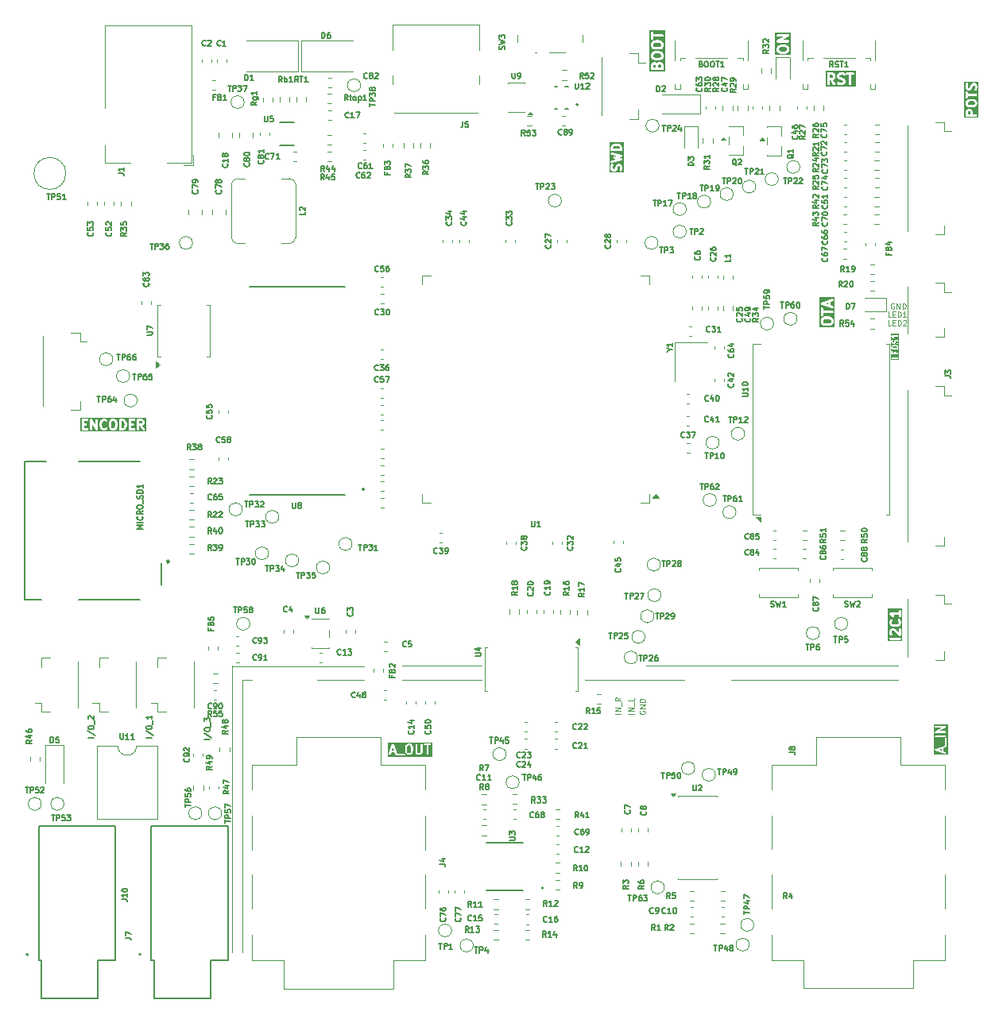
<source format=gbr>
%TF.GenerationSoftware,KiCad,Pcbnew,9.0.6*%
%TF.CreationDate,2026-01-08T15:16:43+08:00*%
%TF.ProjectId,STM32H7_PEDAL_V9,53544d33-3248-4375-9f50-4544414c5f56,rev?*%
%TF.SameCoordinates,Original*%
%TF.FileFunction,Legend,Top*%
%TF.FilePolarity,Positive*%
%FSLAX46Y46*%
G04 Gerber Fmt 4.6, Leading zero omitted, Abs format (unit mm)*
G04 Created by KiCad (PCBNEW 9.0.6) date 2026-01-08 15:16:43*
%MOMM*%
%LPD*%
G01*
G04 APERTURE LIST*
%ADD10C,0.100000*%
%ADD11C,0.200000*%
%ADD12C,0.275000*%
%ADD13C,0.250000*%
%ADD14C,0.150000*%
%ADD15C,0.120000*%
%ADD16C,0.127000*%
%ADD17C,0.152400*%
%ADD18C,0.203200*%
%ADD19C,0.254000*%
G04 APERTURE END LIST*
D10*
X228656725Y-159431718D02*
X255559712Y-159431718D01*
X237759712Y-160931718D02*
X255559712Y-160931718D01*
X202656725Y-160931718D02*
X211156725Y-160931718D01*
X202656725Y-159431718D02*
X211156725Y-159431718D01*
X184559712Y-159431718D02*
X184559712Y-189921718D01*
X185656725Y-160931718D02*
X185656725Y-189931718D01*
X232759712Y-160931718D02*
X222156725Y-160931718D01*
X186656725Y-160931718D02*
X185656725Y-160931718D01*
X198656725Y-160931718D02*
X193656725Y-160931718D01*
X198656725Y-159441718D02*
X184559712Y-159441718D01*
D11*
G36*
X260138229Y-168470920D02*
G01*
X259840171Y-168371568D01*
X260138229Y-168272215D01*
X260138229Y-168470920D01*
G37*
G36*
X260830293Y-168915227D02*
G01*
X259313077Y-168915227D01*
X259313077Y-168359061D01*
X259424729Y-168359061D01*
X259425617Y-168371568D01*
X259424729Y-168384075D01*
X259426988Y-168390853D01*
X259427495Y-168397981D01*
X259433101Y-168409193D01*
X259437067Y-168421091D01*
X259441750Y-168426490D01*
X259444945Y-168432880D01*
X259454416Y-168441095D01*
X259462632Y-168450567D01*
X259469021Y-168453761D01*
X259474421Y-168458445D01*
X259492321Y-168466436D01*
X260492321Y-168799769D01*
X260511436Y-168804116D01*
X260550356Y-168801350D01*
X260585255Y-168783900D01*
X260610820Y-168754424D01*
X260623159Y-168717408D01*
X260620392Y-168678488D01*
X260602943Y-168643589D01*
X260573467Y-168618024D01*
X260555566Y-168610033D01*
X260338229Y-168537587D01*
X260338229Y-168205548D01*
X260555566Y-168133103D01*
X260573467Y-168125112D01*
X260602943Y-168099547D01*
X260620392Y-168064648D01*
X260622068Y-168041076D01*
X260638691Y-168041076D01*
X260674739Y-168026144D01*
X260702329Y-167998554D01*
X260717261Y-167962506D01*
X260719182Y-167942997D01*
X260719182Y-167181092D01*
X260717261Y-167161583D01*
X260702329Y-167125535D01*
X260674739Y-167097945D01*
X260638691Y-167083013D01*
X260599673Y-167083013D01*
X260563625Y-167097945D01*
X260536035Y-167125535D01*
X260521103Y-167161583D01*
X260519182Y-167181092D01*
X260519182Y-167939570D01*
X260511436Y-167939020D01*
X260492321Y-167943367D01*
X259492321Y-168276700D01*
X259474421Y-168284691D01*
X259469021Y-168289374D01*
X259462632Y-168292569D01*
X259454416Y-168302040D01*
X259444945Y-168310256D01*
X259441750Y-168316645D01*
X259437067Y-168322045D01*
X259433101Y-168333942D01*
X259427495Y-168345155D01*
X259426988Y-168352282D01*
X259424729Y-168359061D01*
X259313077Y-168359061D01*
X259313077Y-166923487D01*
X259425865Y-166923487D01*
X259425865Y-166962505D01*
X259440797Y-166998553D01*
X259468387Y-167026143D01*
X259504435Y-167041075D01*
X259523944Y-167042996D01*
X260523944Y-167042996D01*
X260543453Y-167041075D01*
X260579501Y-167026143D01*
X260607091Y-166998553D01*
X260622023Y-166962505D01*
X260622023Y-166923487D01*
X260607091Y-166887439D01*
X260579501Y-166859849D01*
X260543453Y-166844917D01*
X260523944Y-166842996D01*
X259523944Y-166842996D01*
X259504435Y-166844917D01*
X259468387Y-166859849D01*
X259440797Y-166887439D01*
X259425865Y-166923487D01*
X259313077Y-166923487D01*
X259313077Y-166459821D01*
X259424188Y-166459821D01*
X259425865Y-166473014D01*
X259425865Y-166486315D01*
X259428304Y-166492203D01*
X259429108Y-166498528D01*
X259435708Y-166510077D01*
X259440797Y-166522363D01*
X259445304Y-166526870D01*
X259448467Y-166532405D01*
X259458981Y-166540547D01*
X259468387Y-166549953D01*
X259474277Y-166552392D01*
X259479316Y-166556295D01*
X259492144Y-166559793D01*
X259504435Y-166564885D01*
X259514412Y-166565867D01*
X259516959Y-166566562D01*
X259518926Y-166566311D01*
X259523944Y-166566806D01*
X260523944Y-166566806D01*
X260543453Y-166564885D01*
X260579501Y-166549953D01*
X260607091Y-166522363D01*
X260622023Y-166486315D01*
X260622023Y-166447297D01*
X260607091Y-166411249D01*
X260579501Y-166383659D01*
X260543453Y-166368727D01*
X260523944Y-166366806D01*
X259900500Y-166366806D01*
X260573558Y-165982202D01*
X260577668Y-165979283D01*
X260579501Y-165978525D01*
X260581367Y-165976658D01*
X260589543Y-165970855D01*
X260597687Y-165960338D01*
X260607091Y-165950935D01*
X260609529Y-165945047D01*
X260613434Y-165940006D01*
X260616933Y-165927173D01*
X260622023Y-165914887D01*
X260622023Y-165908511D01*
X260623700Y-165902362D01*
X260622023Y-165889168D01*
X260622023Y-165875869D01*
X260619583Y-165869980D01*
X260618780Y-165863656D01*
X260612179Y-165852106D01*
X260607091Y-165839821D01*
X260602583Y-165835313D01*
X260599421Y-165829779D01*
X260588904Y-165821634D01*
X260579501Y-165812231D01*
X260573613Y-165809792D01*
X260568572Y-165805888D01*
X260555739Y-165802388D01*
X260543453Y-165797299D01*
X260533475Y-165796316D01*
X260530929Y-165795622D01*
X260528961Y-165795872D01*
X260523944Y-165795378D01*
X259523944Y-165795378D01*
X259504435Y-165797299D01*
X259468387Y-165812231D01*
X259440797Y-165839821D01*
X259425865Y-165875869D01*
X259425865Y-165914887D01*
X259440797Y-165950935D01*
X259468387Y-165978525D01*
X259504435Y-165993457D01*
X259523944Y-165995378D01*
X260147388Y-165995378D01*
X259474330Y-166379982D01*
X259470219Y-166382900D01*
X259468387Y-166383659D01*
X259466520Y-166385525D01*
X259458345Y-166391329D01*
X259450202Y-166401843D01*
X259440797Y-166411249D01*
X259438357Y-166417139D01*
X259434455Y-166422178D01*
X259430956Y-166435006D01*
X259425865Y-166447297D01*
X259425865Y-166453672D01*
X259424188Y-166459821D01*
X259313077Y-166459821D01*
X259313077Y-165684267D01*
X260830293Y-165684267D01*
X260830293Y-168915227D01*
G37*
D12*
G36*
X243583353Y-93484477D02*
G01*
X243645406Y-93546530D01*
X243673292Y-93602302D01*
X243673292Y-93746909D01*
X243645406Y-93802681D01*
X243583353Y-93864734D01*
X243427197Y-93903773D01*
X243094387Y-93903773D01*
X242938230Y-93864733D01*
X242876179Y-93802682D01*
X242848292Y-93746908D01*
X242848292Y-93602304D01*
X242876179Y-93546530D01*
X242938230Y-93484478D01*
X243094387Y-93445439D01*
X243427197Y-93445439D01*
X243583353Y-93484477D01*
G37*
G36*
X244085792Y-94316273D02*
G01*
X242435792Y-94316273D01*
X242435792Y-93569844D01*
X242573292Y-93569844D01*
X242573292Y-93779368D01*
X242575934Y-93806193D01*
X242577824Y-93810757D01*
X242578175Y-93815685D01*
X242587808Y-93840860D01*
X242640189Y-93945621D01*
X242647455Y-93957165D01*
X242648846Y-93960521D01*
X242651946Y-93964299D01*
X242654549Y-93968433D01*
X242657291Y-93970811D01*
X242665946Y-93981357D01*
X242770708Y-94086119D01*
X242791544Y-94103219D01*
X242800989Y-94107131D01*
X242809203Y-94113217D01*
X242834586Y-94122287D01*
X243044110Y-94174667D01*
X243048759Y-94175354D01*
X243050634Y-94176131D01*
X243060744Y-94177126D01*
X243070775Y-94178610D01*
X243072777Y-94178311D01*
X243077459Y-94178773D01*
X243444126Y-94178773D01*
X243448807Y-94178311D01*
X243450810Y-94178610D01*
X243460847Y-94177126D01*
X243470951Y-94176131D01*
X243472822Y-94175355D01*
X243477475Y-94174668D01*
X243686998Y-94122287D01*
X243712382Y-94113218D01*
X243720597Y-94107130D01*
X243730041Y-94103219D01*
X243750877Y-94086119D01*
X243855639Y-93981357D01*
X243864291Y-93970814D01*
X243867037Y-93968433D01*
X243869641Y-93964295D01*
X243872739Y-93960521D01*
X243874128Y-93957167D01*
X243881396Y-93945621D01*
X243933776Y-93840859D01*
X243943409Y-93815684D01*
X243943759Y-93810758D01*
X243945650Y-93806193D01*
X243948292Y-93779368D01*
X243948292Y-93569844D01*
X243945650Y-93543019D01*
X243943759Y-93538453D01*
X243943409Y-93533528D01*
X243933776Y-93508353D01*
X243881396Y-93403591D01*
X243874128Y-93392044D01*
X243872739Y-93388691D01*
X243869641Y-93384916D01*
X243867037Y-93380779D01*
X243864291Y-93378397D01*
X243855639Y-93367855D01*
X243750877Y-93263093D01*
X243730041Y-93245993D01*
X243720597Y-93242081D01*
X243712382Y-93235994D01*
X243686998Y-93226925D01*
X243477475Y-93174544D01*
X243472822Y-93173856D01*
X243470951Y-93173081D01*
X243460847Y-93172085D01*
X243450810Y-93170602D01*
X243448807Y-93170900D01*
X243444126Y-93170439D01*
X243077459Y-93170439D01*
X243072777Y-93170900D01*
X243070775Y-93170602D01*
X243060744Y-93172085D01*
X243050634Y-93173081D01*
X243048759Y-93173857D01*
X243044110Y-93174545D01*
X242834586Y-93226925D01*
X242809203Y-93235995D01*
X242800989Y-93242080D01*
X242791544Y-93245993D01*
X242770708Y-93263093D01*
X242665946Y-93367855D01*
X242657291Y-93378400D01*
X242654549Y-93380779D01*
X242651946Y-93384912D01*
X242648846Y-93388691D01*
X242647455Y-93392046D01*
X242640189Y-93403591D01*
X242587808Y-93508352D01*
X242578175Y-93533527D01*
X242577824Y-93538454D01*
X242575934Y-93543019D01*
X242573292Y-93569844D01*
X242435792Y-93569844D01*
X242435792Y-92826907D01*
X242573628Y-92826907D01*
X242575934Y-92845046D01*
X242575934Y-92863336D01*
X242579288Y-92871435D01*
X242580394Y-92880129D01*
X242589466Y-92896006D01*
X242596465Y-92912902D01*
X242602661Y-92919098D01*
X242607011Y-92926710D01*
X242621470Y-92937907D01*
X242634401Y-92950838D01*
X242642498Y-92954192D01*
X242649429Y-92959559D01*
X242667071Y-92964370D01*
X242683967Y-92971369D01*
X242697687Y-92972720D01*
X242701188Y-92973675D01*
X242703891Y-92973331D01*
X242710792Y-92974011D01*
X243810792Y-92974011D01*
X243837617Y-92971369D01*
X243887183Y-92950838D01*
X243925119Y-92912902D01*
X243945650Y-92863336D01*
X243945650Y-92809686D01*
X243925119Y-92760120D01*
X243887183Y-92722184D01*
X243837617Y-92701653D01*
X243810792Y-92699011D01*
X243228556Y-92699011D01*
X243879012Y-92327322D01*
X243884664Y-92323309D01*
X243887183Y-92322266D01*
X243889749Y-92319699D01*
X243900991Y-92311719D01*
X243912186Y-92297262D01*
X243925119Y-92284330D01*
X243928473Y-92276231D01*
X243933840Y-92269302D01*
X243938652Y-92251657D01*
X243945650Y-92234764D01*
X243945650Y-92226001D01*
X243947957Y-92217543D01*
X243945650Y-92199395D01*
X243945650Y-92181114D01*
X243942296Y-92173018D01*
X243941191Y-92164321D01*
X243932115Y-92148439D01*
X243925119Y-92131548D01*
X243918922Y-92125351D01*
X243914573Y-92117740D01*
X243900113Y-92106542D01*
X243887183Y-92093612D01*
X243879085Y-92090257D01*
X243872155Y-92084891D01*
X243854512Y-92080079D01*
X243837617Y-92073081D01*
X243823896Y-92071729D01*
X243820396Y-92070775D01*
X243817692Y-92071118D01*
X243810792Y-92070439D01*
X242710792Y-92070439D01*
X242683967Y-92073081D01*
X242634401Y-92093612D01*
X242596465Y-92131548D01*
X242575934Y-92181114D01*
X242575934Y-92234764D01*
X242596465Y-92284330D01*
X242634401Y-92322266D01*
X242683967Y-92342797D01*
X242710792Y-92345439D01*
X243293027Y-92345439D01*
X242642573Y-92717128D01*
X242636920Y-92721140D01*
X242634401Y-92722184D01*
X242631834Y-92724750D01*
X242620593Y-92732730D01*
X242609395Y-92747189D01*
X242596465Y-92760120D01*
X242593110Y-92768217D01*
X242587744Y-92775148D01*
X242582932Y-92792790D01*
X242575934Y-92809686D01*
X242575934Y-92818451D01*
X242573628Y-92826907D01*
X242435792Y-92826907D01*
X242435792Y-91932939D01*
X244085792Y-91932939D01*
X244085792Y-94316273D01*
G37*
D10*
X227378096Y-164523071D02*
X226778096Y-164523071D01*
X227378096Y-164237357D02*
X226778096Y-164237357D01*
X226778096Y-164237357D02*
X227378096Y-163894500D01*
X227378096Y-163894500D02*
X226778096Y-163894500D01*
X227435239Y-163751644D02*
X227435239Y-163294501D01*
X227378096Y-162865929D02*
X227378096Y-163151643D01*
X227378096Y-163151643D02*
X226778096Y-163151643D01*
D13*
G36*
X263178857Y-100308071D02*
G01*
X263197789Y-100327004D01*
X263223140Y-100377705D01*
X263223140Y-100604149D01*
X262949331Y-100604149D01*
X262949331Y-100377705D01*
X262974681Y-100327003D01*
X262993614Y-100308071D01*
X263044316Y-100282721D01*
X263128156Y-100282721D01*
X263178857Y-100308071D01*
G37*
G36*
X263617567Y-99270591D02*
G01*
X263673980Y-99327005D01*
X263699331Y-99377705D01*
X263699331Y-99509164D01*
X263673980Y-99559864D01*
X263617567Y-99616278D01*
X263475608Y-99651768D01*
X263173053Y-99651768D01*
X263031093Y-99616278D01*
X262974682Y-99559867D01*
X262949331Y-99509165D01*
X262949331Y-99377705D01*
X262974682Y-99327003D01*
X263031093Y-99270592D01*
X263173053Y-99235102D01*
X263475608Y-99235102D01*
X263617567Y-99270591D01*
G37*
G36*
X264074331Y-100979149D02*
G01*
X262574331Y-100979149D01*
X262574331Y-100348197D01*
X262699331Y-100348197D01*
X262699331Y-100729149D01*
X262701733Y-100753535D01*
X262720397Y-100798595D01*
X262754885Y-100833083D01*
X262799945Y-100851747D01*
X262824331Y-100854149D01*
X263824331Y-100854149D01*
X263848717Y-100851747D01*
X263893777Y-100833083D01*
X263928265Y-100798595D01*
X263946929Y-100753535D01*
X263946929Y-100704763D01*
X263928265Y-100659703D01*
X263893777Y-100625215D01*
X263848717Y-100606551D01*
X263824331Y-100604149D01*
X263473140Y-100604149D01*
X263473140Y-100348197D01*
X263470738Y-100323811D01*
X263469019Y-100319661D01*
X263468701Y-100315181D01*
X263459943Y-100292295D01*
X263412324Y-100197057D01*
X263405717Y-100186562D01*
X263404454Y-100183512D01*
X263401635Y-100180077D01*
X263399270Y-100176320D01*
X263396778Y-100174158D01*
X263388909Y-100164570D01*
X263341290Y-100116952D01*
X263331704Y-100109085D01*
X263329541Y-100106591D01*
X263325779Y-100104222D01*
X263322348Y-100101407D01*
X263319301Y-100100145D01*
X263308803Y-100093536D01*
X263213566Y-100045918D01*
X263190680Y-100037160D01*
X263186198Y-100036841D01*
X263182050Y-100035123D01*
X263157664Y-100032721D01*
X263014807Y-100032721D01*
X262990421Y-100035123D01*
X262986271Y-100036841D01*
X262981791Y-100037160D01*
X262958905Y-100045918D01*
X262863667Y-100093537D01*
X262853172Y-100100143D01*
X262850122Y-100101407D01*
X262846687Y-100104225D01*
X262842930Y-100106591D01*
X262840768Y-100109082D01*
X262831180Y-100116952D01*
X262783562Y-100164571D01*
X262775695Y-100174156D01*
X262773201Y-100176320D01*
X262770832Y-100180081D01*
X262768017Y-100183513D01*
X262766755Y-100186559D01*
X262760146Y-100197058D01*
X262712528Y-100292295D01*
X262703770Y-100315181D01*
X262703451Y-100319662D01*
X262701733Y-100323811D01*
X262699331Y-100348197D01*
X262574331Y-100348197D01*
X262574331Y-99348197D01*
X262699331Y-99348197D01*
X262699331Y-99538673D01*
X262701733Y-99563059D01*
X262703451Y-99567207D01*
X262703770Y-99571689D01*
X262712528Y-99594575D01*
X262760146Y-99689812D01*
X262766755Y-99700310D01*
X262768017Y-99703357D01*
X262770832Y-99706788D01*
X262773201Y-99710550D01*
X262775695Y-99712713D01*
X262783562Y-99722299D01*
X262878800Y-99817537D01*
X262897742Y-99833082D01*
X262906327Y-99836638D01*
X262913796Y-99842172D01*
X262936871Y-99850417D01*
X263127347Y-99898036D01*
X263131576Y-99898661D01*
X263133278Y-99899366D01*
X263142457Y-99900270D01*
X263151587Y-99901620D01*
X263153409Y-99901348D01*
X263157664Y-99901768D01*
X263490997Y-99901768D01*
X263495251Y-99901348D01*
X263497073Y-99901620D01*
X263506201Y-99900270D01*
X263515383Y-99899366D01*
X263517084Y-99898661D01*
X263521314Y-99898036D01*
X263711790Y-99850417D01*
X263734865Y-99842172D01*
X263742331Y-99836639D01*
X263750919Y-99833083D01*
X263769861Y-99817538D01*
X263865100Y-99722300D01*
X263872969Y-99712711D01*
X263875461Y-99710550D01*
X263877826Y-99706792D01*
X263880645Y-99703358D01*
X263881908Y-99700307D01*
X263888515Y-99689813D01*
X263936134Y-99594575D01*
X263944892Y-99571689D01*
X263945210Y-99567208D01*
X263946929Y-99563059D01*
X263949331Y-99538673D01*
X263949331Y-99348197D01*
X263946929Y-99323811D01*
X263945210Y-99319661D01*
X263944892Y-99315181D01*
X263936134Y-99292295D01*
X263888515Y-99197057D01*
X263881908Y-99186562D01*
X263880645Y-99183512D01*
X263877826Y-99180077D01*
X263875461Y-99176320D01*
X263872969Y-99174158D01*
X263865100Y-99164570D01*
X263769861Y-99069332D01*
X263750919Y-99053787D01*
X263742331Y-99050230D01*
X263734865Y-99044698D01*
X263711790Y-99036453D01*
X263521314Y-98988834D01*
X263517084Y-98988208D01*
X263515383Y-98987504D01*
X263506201Y-98986599D01*
X263497073Y-98985250D01*
X263495251Y-98985521D01*
X263490997Y-98985102D01*
X263157664Y-98985102D01*
X263153409Y-98985521D01*
X263151587Y-98985250D01*
X263142457Y-98986599D01*
X263133278Y-98987504D01*
X263131576Y-98988208D01*
X263127347Y-98988834D01*
X262936871Y-99036453D01*
X262913796Y-99044698D01*
X262906327Y-99050231D01*
X262897742Y-99053788D01*
X262878800Y-99069333D01*
X262783562Y-99164571D01*
X262775695Y-99174156D01*
X262773201Y-99176320D01*
X262770832Y-99180081D01*
X262768017Y-99183513D01*
X262766755Y-99186559D01*
X262760146Y-99197058D01*
X262712528Y-99292295D01*
X262703770Y-99315181D01*
X262703451Y-99319662D01*
X262701733Y-99323811D01*
X262699331Y-99348197D01*
X262574331Y-99348197D01*
X262574331Y-98252959D01*
X262699331Y-98252959D01*
X262699331Y-98824387D01*
X262701733Y-98848773D01*
X262720397Y-98893833D01*
X262754885Y-98928321D01*
X262799945Y-98946985D01*
X262848717Y-98946985D01*
X262893777Y-98928321D01*
X262928265Y-98893833D01*
X262946929Y-98848773D01*
X262949331Y-98824387D01*
X262949331Y-98663673D01*
X263824331Y-98663673D01*
X263848717Y-98661271D01*
X263893777Y-98642607D01*
X263928265Y-98608119D01*
X263946929Y-98563059D01*
X263946929Y-98514287D01*
X263928265Y-98469227D01*
X263893777Y-98434739D01*
X263848717Y-98416075D01*
X263824331Y-98413673D01*
X262949331Y-98413673D01*
X262949331Y-98252959D01*
X262946929Y-98228573D01*
X262928265Y-98183513D01*
X262893777Y-98149025D01*
X262848717Y-98130361D01*
X262799945Y-98130361D01*
X262754885Y-98149025D01*
X262720397Y-98183513D01*
X262701733Y-98228573D01*
X262699331Y-98252959D01*
X262574331Y-98252959D01*
X262574331Y-97538673D01*
X262699331Y-97538673D01*
X262699331Y-97776768D01*
X262701733Y-97801154D01*
X262703451Y-97805302D01*
X262703770Y-97809784D01*
X262712528Y-97832670D01*
X262760146Y-97927907D01*
X262766755Y-97938405D01*
X262768017Y-97941452D01*
X262770832Y-97944883D01*
X262773201Y-97948645D01*
X262775695Y-97950808D01*
X262783562Y-97960394D01*
X262831180Y-98008013D01*
X262840768Y-98015882D01*
X262842930Y-98018374D01*
X262846687Y-98020739D01*
X262850122Y-98023558D01*
X262853172Y-98024821D01*
X262863667Y-98031428D01*
X262958905Y-98079047D01*
X262981791Y-98087805D01*
X262986271Y-98088123D01*
X262990421Y-98089842D01*
X263014807Y-98092244D01*
X263110045Y-98092244D01*
X263134431Y-98089842D01*
X263138579Y-98088123D01*
X263143061Y-98087805D01*
X263165947Y-98079047D01*
X263261184Y-98031429D01*
X263271682Y-98024819D01*
X263274729Y-98023558D01*
X263278160Y-98020742D01*
X263281922Y-98018374D01*
X263284085Y-98015879D01*
X263293671Y-98008013D01*
X263341290Y-97960395D01*
X263349159Y-97950806D01*
X263351651Y-97948645D01*
X263354016Y-97944887D01*
X263356835Y-97941453D01*
X263358098Y-97938402D01*
X263364705Y-97927908D01*
X263412324Y-97832670D01*
X263413007Y-97830884D01*
X263413544Y-97830160D01*
X263417199Y-97819930D01*
X263421082Y-97809784D01*
X263421145Y-97808884D01*
X263421789Y-97807085D01*
X263466080Y-97629919D01*
X263498490Y-97565098D01*
X263517423Y-97546166D01*
X263568125Y-97520816D01*
X263604346Y-97520816D01*
X263655048Y-97546167D01*
X263673980Y-97565099D01*
X263699331Y-97615800D01*
X263699331Y-97804101D01*
X263658127Y-97927716D01*
X263652694Y-97951610D01*
X263656151Y-98000259D01*
X263677963Y-98043884D01*
X263714809Y-98075839D01*
X263761078Y-98091262D01*
X263809727Y-98087805D01*
X263853352Y-98065993D01*
X263885307Y-98029147D01*
X263895297Y-98006772D01*
X263942916Y-97863916D01*
X263945665Y-97851822D01*
X263946929Y-97848773D01*
X263947364Y-97844351D01*
X263948349Y-97840022D01*
X263948115Y-97836730D01*
X263949331Y-97824387D01*
X263949331Y-97586292D01*
X263946929Y-97561906D01*
X263945210Y-97557756D01*
X263944892Y-97553276D01*
X263936134Y-97530390D01*
X263888515Y-97435152D01*
X263881909Y-97424659D01*
X263880645Y-97421606D01*
X263877824Y-97418169D01*
X263875461Y-97414415D01*
X263872968Y-97412253D01*
X263865099Y-97402665D01*
X263817479Y-97355046D01*
X263807894Y-97347180D01*
X263805731Y-97344686D01*
X263801970Y-97342318D01*
X263798537Y-97339501D01*
X263795489Y-97338238D01*
X263784993Y-97331631D01*
X263689756Y-97284013D01*
X263666870Y-97275255D01*
X263662388Y-97274936D01*
X263658240Y-97273218D01*
X263633854Y-97270816D01*
X263538616Y-97270816D01*
X263514230Y-97273218D01*
X263510080Y-97274936D01*
X263505600Y-97275255D01*
X263482714Y-97284013D01*
X263387476Y-97331632D01*
X263376981Y-97338238D01*
X263373931Y-97339502D01*
X263370496Y-97342320D01*
X263366739Y-97344686D01*
X263364577Y-97347177D01*
X263354989Y-97355047D01*
X263307371Y-97402666D01*
X263299504Y-97412251D01*
X263297010Y-97414415D01*
X263294641Y-97418176D01*
X263291826Y-97421608D01*
X263290564Y-97424654D01*
X263283955Y-97435153D01*
X263236337Y-97530390D01*
X263235653Y-97532175D01*
X263235117Y-97532900D01*
X263231461Y-97543129D01*
X263227579Y-97553276D01*
X263227515Y-97554175D01*
X263226872Y-97555975D01*
X263182580Y-97733139D01*
X263150170Y-97797960D01*
X263131238Y-97816893D01*
X263080537Y-97842244D01*
X263044316Y-97842244D01*
X262993614Y-97816893D01*
X262974681Y-97797961D01*
X262949331Y-97747260D01*
X262949331Y-97558956D01*
X262990535Y-97435345D01*
X262995968Y-97411451D01*
X262992511Y-97362801D01*
X262970699Y-97319177D01*
X262933853Y-97287221D01*
X262887584Y-97271798D01*
X262838934Y-97275255D01*
X262795310Y-97297067D01*
X262763355Y-97333913D01*
X262753364Y-97356288D01*
X262705746Y-97499145D01*
X262702996Y-97511235D01*
X262701733Y-97514287D01*
X262701297Y-97518709D01*
X262700313Y-97523039D01*
X262700546Y-97526329D01*
X262699331Y-97538673D01*
X262574331Y-97538673D01*
X262574331Y-97145816D01*
X264074331Y-97145816D01*
X264074331Y-100979149D01*
G37*
D10*
X254754072Y-122253089D02*
X254468358Y-122253089D01*
X254468358Y-122253089D02*
X254468358Y-121653089D01*
X254954072Y-121938803D02*
X255154072Y-121938803D01*
X255239786Y-122253089D02*
X254954072Y-122253089D01*
X254954072Y-122253089D02*
X254954072Y-121653089D01*
X254954072Y-121653089D02*
X255239786Y-121653089D01*
X255496929Y-122253089D02*
X255496929Y-121653089D01*
X255496929Y-121653089D02*
X255639786Y-121653089D01*
X255639786Y-121653089D02*
X255725500Y-121681660D01*
X255725500Y-121681660D02*
X255782643Y-121738803D01*
X255782643Y-121738803D02*
X255811214Y-121795946D01*
X255811214Y-121795946D02*
X255839786Y-121910232D01*
X255839786Y-121910232D02*
X255839786Y-121995946D01*
X255839786Y-121995946D02*
X255811214Y-122110232D01*
X255811214Y-122110232D02*
X255782643Y-122167375D01*
X255782643Y-122167375D02*
X255725500Y-122224518D01*
X255725500Y-122224518D02*
X255639786Y-122253089D01*
X255639786Y-122253089D02*
X255496929Y-122253089D01*
X256411214Y-122253089D02*
X256068357Y-122253089D01*
X256239786Y-122253089D02*
X256239786Y-121653089D01*
X256239786Y-121653089D02*
X256182643Y-121738803D01*
X256182643Y-121738803D02*
X256125500Y-121795946D01*
X256125500Y-121795946D02*
X256068357Y-121824518D01*
D13*
G36*
X172016807Y-133346688D02*
G01*
X172073218Y-133403099D01*
X172108708Y-133545059D01*
X172108708Y-133847614D01*
X172073218Y-133989573D01*
X172016804Y-134045987D01*
X171966105Y-134071337D01*
X171834646Y-134071337D01*
X171783945Y-134045986D01*
X171727531Y-133989573D01*
X171692042Y-133847614D01*
X171692042Y-133545059D01*
X171727532Y-133403099D01*
X171783942Y-133346688D01*
X171834646Y-133321337D01*
X171966105Y-133321337D01*
X172016807Y-133346688D01*
G37*
G36*
X172975709Y-133353209D02*
G01*
X173035737Y-133413237D01*
X173068148Y-133478060D01*
X173108708Y-133640297D01*
X173108708Y-133752376D01*
X173068148Y-133914612D01*
X173035738Y-133979433D01*
X172975708Y-134039464D01*
X172880092Y-134071337D01*
X172787280Y-134071337D01*
X172787280Y-133321337D01*
X172880092Y-133321337D01*
X172975709Y-133353209D01*
G37*
G36*
X174969187Y-133346687D02*
G01*
X174988119Y-133365620D01*
X175013470Y-133416321D01*
X175013470Y-133500161D01*
X174988119Y-133550862D01*
X174969187Y-133569795D01*
X174918486Y-133595146D01*
X174692042Y-133595146D01*
X174692042Y-133321337D01*
X174918486Y-133321337D01*
X174969187Y-133346687D01*
G37*
G36*
X175388470Y-134446337D02*
G01*
X168412280Y-134446337D01*
X168412280Y-133196337D01*
X168537280Y-133196337D01*
X168537280Y-134196337D01*
X168539682Y-134220723D01*
X168558346Y-134265783D01*
X168592834Y-134300271D01*
X168637894Y-134318935D01*
X168662280Y-134321337D01*
X169138470Y-134321337D01*
X169162856Y-134318935D01*
X169207916Y-134300271D01*
X169242404Y-134265783D01*
X169261068Y-134220723D01*
X169261068Y-134171951D01*
X169242404Y-134126891D01*
X169207916Y-134092403D01*
X169162856Y-134073739D01*
X169138470Y-134071337D01*
X168787280Y-134071337D01*
X168787280Y-133797527D01*
X168995613Y-133797527D01*
X169019999Y-133795125D01*
X169065059Y-133776461D01*
X169099547Y-133741973D01*
X169118211Y-133696913D01*
X169118211Y-133648141D01*
X169099547Y-133603081D01*
X169065059Y-133568593D01*
X169019999Y-133549929D01*
X168995613Y-133547527D01*
X168787280Y-133547527D01*
X168787280Y-133321337D01*
X169138470Y-133321337D01*
X169162856Y-133318935D01*
X169207916Y-133300271D01*
X169242404Y-133265783D01*
X169261068Y-133220723D01*
X169261068Y-133196337D01*
X169442042Y-133196337D01*
X169442042Y-134196337D01*
X169444444Y-134220723D01*
X169463108Y-134265783D01*
X169497596Y-134300271D01*
X169542656Y-134318935D01*
X169591428Y-134318935D01*
X169636488Y-134300271D01*
X169670976Y-134265783D01*
X169689640Y-134220723D01*
X169692042Y-134196337D01*
X169692042Y-133667031D01*
X170029940Y-134258354D01*
X170033586Y-134263491D01*
X170034536Y-134265783D01*
X170036870Y-134268117D01*
X170044124Y-134278336D01*
X170057268Y-134288515D01*
X170069024Y-134300271D01*
X170076384Y-134303319D01*
X170082685Y-134308199D01*
X170098726Y-134312573D01*
X170114084Y-134318935D01*
X170122051Y-134318935D01*
X170129740Y-134321032D01*
X170146235Y-134318935D01*
X170162856Y-134318935D01*
X170170216Y-134315886D01*
X170178123Y-134314881D01*
X170192557Y-134306632D01*
X170207916Y-134300271D01*
X170213550Y-134294636D01*
X170220469Y-134290683D01*
X170230648Y-134277538D01*
X170242404Y-134265783D01*
X170245452Y-134258422D01*
X170250332Y-134252122D01*
X170254707Y-134236079D01*
X170261068Y-134220723D01*
X170262296Y-134208253D01*
X170263165Y-134205068D01*
X170262852Y-134202608D01*
X170263470Y-134196337D01*
X170263470Y-133624908D01*
X170442042Y-133624908D01*
X170442042Y-133767765D01*
X170442461Y-133772019D01*
X170442190Y-133773841D01*
X170443539Y-133782969D01*
X170444444Y-133792151D01*
X170445148Y-133793852D01*
X170445774Y-133798082D01*
X170493393Y-133988558D01*
X170494036Y-133990357D01*
X170494100Y-133991257D01*
X170497982Y-134001403D01*
X170501638Y-134011633D01*
X170502174Y-134012357D01*
X170502858Y-134014143D01*
X170550476Y-134109380D01*
X170557082Y-134119874D01*
X170558346Y-134122925D01*
X170561166Y-134126361D01*
X170563531Y-134130118D01*
X170566022Y-134132278D01*
X170573891Y-134141867D01*
X170669129Y-134237106D01*
X170688071Y-134252651D01*
X170692222Y-134254370D01*
X170695615Y-134257313D01*
X170717990Y-134267303D01*
X170860846Y-134314922D01*
X170872939Y-134317671D01*
X170875989Y-134318935D01*
X170880410Y-134319370D01*
X170884740Y-134320355D01*
X170888031Y-134320121D01*
X170900375Y-134321337D01*
X170995613Y-134321337D01*
X171007956Y-134320121D01*
X171011247Y-134320355D01*
X171015576Y-134319370D01*
X171019999Y-134318935D01*
X171023050Y-134317671D01*
X171035141Y-134314922D01*
X171177998Y-134267304D01*
X171200373Y-134257313D01*
X171203765Y-134254370D01*
X171207917Y-134252651D01*
X171226859Y-134237105D01*
X171274478Y-134189486D01*
X171290023Y-134170543D01*
X171308687Y-134125484D01*
X171308687Y-134076710D01*
X171290022Y-134031651D01*
X171255534Y-133997164D01*
X171210474Y-133978500D01*
X171161701Y-133978500D01*
X171116641Y-133997165D01*
X171097700Y-134012711D01*
X171070947Y-134039464D01*
X170975330Y-134071337D01*
X170920661Y-134071337D01*
X170825042Y-134039464D01*
X170765011Y-133979433D01*
X170732601Y-133914614D01*
X170692042Y-133752376D01*
X170692042Y-133640297D01*
X170719698Y-133529670D01*
X171442042Y-133529670D01*
X171442042Y-133863003D01*
X171442461Y-133867257D01*
X171442190Y-133869079D01*
X171443539Y-133878207D01*
X171444444Y-133887389D01*
X171445148Y-133889090D01*
X171445774Y-133893320D01*
X171493393Y-134083796D01*
X171501638Y-134106871D01*
X171507170Y-134114337D01*
X171510727Y-134122925D01*
X171526272Y-134141867D01*
X171621510Y-134237106D01*
X171631098Y-134244975D01*
X171633260Y-134247467D01*
X171637017Y-134249832D01*
X171640452Y-134252651D01*
X171643502Y-134253914D01*
X171653997Y-134260521D01*
X171749235Y-134308140D01*
X171772121Y-134316898D01*
X171776601Y-134317216D01*
X171780751Y-134318935D01*
X171805137Y-134321337D01*
X171995613Y-134321337D01*
X172019999Y-134318935D01*
X172024147Y-134317216D01*
X172028629Y-134316898D01*
X172051515Y-134308140D01*
X172146752Y-134260522D01*
X172157248Y-134253914D01*
X172160298Y-134252651D01*
X172163732Y-134249832D01*
X172167490Y-134247467D01*
X172169651Y-134244975D01*
X172179240Y-134237106D01*
X172274478Y-134141867D01*
X172290023Y-134122925D01*
X172293580Y-134114336D01*
X172299112Y-134106871D01*
X172307357Y-134083796D01*
X172354976Y-133893320D01*
X172355601Y-133889090D01*
X172356306Y-133887389D01*
X172357210Y-133878209D01*
X172358560Y-133869080D01*
X172358288Y-133867257D01*
X172358708Y-133863003D01*
X172358708Y-133529670D01*
X172358288Y-133525415D01*
X172358560Y-133523593D01*
X172357210Y-133514463D01*
X172356306Y-133505284D01*
X172355601Y-133503582D01*
X172354976Y-133499353D01*
X172307357Y-133308877D01*
X172299112Y-133285802D01*
X172293578Y-133278333D01*
X172290022Y-133269748D01*
X172274477Y-133250806D01*
X172220008Y-133196337D01*
X172537280Y-133196337D01*
X172537280Y-134196337D01*
X172539682Y-134220723D01*
X172558346Y-134265783D01*
X172592834Y-134300271D01*
X172637894Y-134318935D01*
X172662280Y-134321337D01*
X172900375Y-134321337D01*
X172912718Y-134320121D01*
X172916009Y-134320355D01*
X172920338Y-134319370D01*
X172924761Y-134318935D01*
X172927812Y-134317671D01*
X172939903Y-134314922D01*
X173082760Y-134267304D01*
X173105135Y-134257313D01*
X173108527Y-134254370D01*
X173112679Y-134252651D01*
X173131621Y-134237106D01*
X173226859Y-134141867D01*
X173234727Y-134132278D01*
X173237219Y-134130118D01*
X173239583Y-134126361D01*
X173242404Y-134122925D01*
X173243668Y-134119873D01*
X173250273Y-134109381D01*
X173297892Y-134014143D01*
X173298575Y-134012357D01*
X173299112Y-134011633D01*
X173302767Y-134001403D01*
X173306650Y-133991257D01*
X173306713Y-133990357D01*
X173307357Y-133988558D01*
X173354976Y-133798082D01*
X173355601Y-133793852D01*
X173356306Y-133792151D01*
X173357210Y-133782971D01*
X173358560Y-133773842D01*
X173358288Y-133772019D01*
X173358708Y-133767765D01*
X173358708Y-133624908D01*
X173358288Y-133620653D01*
X173358560Y-133618831D01*
X173357210Y-133609701D01*
X173356306Y-133600522D01*
X173355601Y-133598820D01*
X173354976Y-133594591D01*
X173307357Y-133404115D01*
X173306713Y-133402315D01*
X173306650Y-133401416D01*
X173302767Y-133391269D01*
X173299112Y-133381040D01*
X173298575Y-133380315D01*
X173297892Y-133378530D01*
X173250273Y-133283292D01*
X173243665Y-133272795D01*
X173242403Y-133269748D01*
X173239586Y-133266316D01*
X173237219Y-133262555D01*
X173234724Y-133260391D01*
X173226858Y-133250806D01*
X173172389Y-133196337D01*
X173537280Y-133196337D01*
X173537280Y-134196337D01*
X173539682Y-134220723D01*
X173558346Y-134265783D01*
X173592834Y-134300271D01*
X173637894Y-134318935D01*
X173662280Y-134321337D01*
X174138470Y-134321337D01*
X174162856Y-134318935D01*
X174207916Y-134300271D01*
X174242404Y-134265783D01*
X174261068Y-134220723D01*
X174261068Y-134171951D01*
X174242404Y-134126891D01*
X174207916Y-134092403D01*
X174162856Y-134073739D01*
X174138470Y-134071337D01*
X173787280Y-134071337D01*
X173787280Y-133797527D01*
X173995613Y-133797527D01*
X174019999Y-133795125D01*
X174065059Y-133776461D01*
X174099547Y-133741973D01*
X174118211Y-133696913D01*
X174118211Y-133648141D01*
X174099547Y-133603081D01*
X174065059Y-133568593D01*
X174019999Y-133549929D01*
X173995613Y-133547527D01*
X173787280Y-133547527D01*
X173787280Y-133321337D01*
X174138470Y-133321337D01*
X174162856Y-133318935D01*
X174207916Y-133300271D01*
X174242404Y-133265783D01*
X174261068Y-133220723D01*
X174261068Y-133196337D01*
X174442042Y-133196337D01*
X174442042Y-134196337D01*
X174444444Y-134220723D01*
X174463108Y-134265783D01*
X174497596Y-134300271D01*
X174542656Y-134318935D01*
X174591428Y-134318935D01*
X174636488Y-134300271D01*
X174670976Y-134265783D01*
X174689640Y-134220723D01*
X174692042Y-134196337D01*
X174692042Y-133845146D01*
X174740055Y-133845146D01*
X175036066Y-134268020D01*
X175052018Y-134286620D01*
X175093149Y-134312832D01*
X175141180Y-134321308D01*
X175188798Y-134310758D01*
X175228753Y-134282789D01*
X175254965Y-134241659D01*
X175263441Y-134193627D01*
X175252891Y-134146010D01*
X175240874Y-134124654D01*
X175027662Y-133820065D01*
X175099133Y-133784331D01*
X175109631Y-133777721D01*
X175112678Y-133776460D01*
X175116109Y-133773644D01*
X175119871Y-133771276D01*
X175122034Y-133768781D01*
X175131620Y-133760915D01*
X175179239Y-133713297D01*
X175187108Y-133703708D01*
X175189600Y-133701547D01*
X175191965Y-133697789D01*
X175194784Y-133694355D01*
X175196047Y-133691304D01*
X175202654Y-133680810D01*
X175250273Y-133585572D01*
X175259031Y-133562686D01*
X175259349Y-133558205D01*
X175261068Y-133554056D01*
X175263470Y-133529670D01*
X175263470Y-133386813D01*
X175261068Y-133362427D01*
X175259349Y-133358277D01*
X175259031Y-133353797D01*
X175250273Y-133330911D01*
X175202654Y-133235673D01*
X175196047Y-133225178D01*
X175194784Y-133222128D01*
X175191965Y-133218693D01*
X175189600Y-133214936D01*
X175187108Y-133212774D01*
X175179239Y-133203186D01*
X175131620Y-133155568D01*
X175122034Y-133147701D01*
X175119871Y-133145207D01*
X175116109Y-133142838D01*
X175112678Y-133140023D01*
X175109631Y-133138761D01*
X175099133Y-133132152D01*
X175003896Y-133084534D01*
X174981010Y-133075776D01*
X174976528Y-133075457D01*
X174972380Y-133073739D01*
X174947994Y-133071337D01*
X174567042Y-133071337D01*
X174542656Y-133073739D01*
X174497596Y-133092403D01*
X174463108Y-133126891D01*
X174444444Y-133171951D01*
X174442042Y-133196337D01*
X174261068Y-133196337D01*
X174261068Y-133171951D01*
X174242404Y-133126891D01*
X174207916Y-133092403D01*
X174162856Y-133073739D01*
X174138470Y-133071337D01*
X173662280Y-133071337D01*
X173637894Y-133073739D01*
X173592834Y-133092403D01*
X173558346Y-133126891D01*
X173539682Y-133171951D01*
X173537280Y-133196337D01*
X173172389Y-133196337D01*
X173131620Y-133155568D01*
X173112678Y-133140023D01*
X173108528Y-133138304D01*
X173105135Y-133135361D01*
X173082760Y-133125370D01*
X172939903Y-133077752D01*
X172927812Y-133075002D01*
X172924761Y-133073739D01*
X172920338Y-133073303D01*
X172916009Y-133072319D01*
X172912718Y-133072552D01*
X172900375Y-133071337D01*
X172662280Y-133071337D01*
X172637894Y-133073739D01*
X172592834Y-133092403D01*
X172558346Y-133126891D01*
X172539682Y-133171951D01*
X172537280Y-133196337D01*
X172220008Y-133196337D01*
X172179239Y-133155568D01*
X172169653Y-133147701D01*
X172167490Y-133145207D01*
X172163728Y-133142838D01*
X172160297Y-133140023D01*
X172157250Y-133138761D01*
X172146752Y-133132152D01*
X172051515Y-133084534D01*
X172028629Y-133075776D01*
X172024147Y-133075457D01*
X172019999Y-133073739D01*
X171995613Y-133071337D01*
X171805137Y-133071337D01*
X171780751Y-133073739D01*
X171776601Y-133075457D01*
X171772121Y-133075776D01*
X171749235Y-133084534D01*
X171653997Y-133132153D01*
X171643500Y-133138760D01*
X171640453Y-133140023D01*
X171637021Y-133142839D01*
X171633260Y-133145207D01*
X171631096Y-133147701D01*
X171621511Y-133155568D01*
X171526273Y-133250806D01*
X171510728Y-133269748D01*
X171507171Y-133278333D01*
X171501638Y-133285802D01*
X171493393Y-133308877D01*
X171445774Y-133499353D01*
X171445148Y-133503582D01*
X171444444Y-133505284D01*
X171443539Y-133514465D01*
X171442190Y-133523594D01*
X171442461Y-133525415D01*
X171442042Y-133529670D01*
X170719698Y-133529670D01*
X170732601Y-133478059D01*
X170765012Y-133413238D01*
X170825040Y-133353209D01*
X170920661Y-133321337D01*
X170975330Y-133321337D01*
X171070947Y-133353209D01*
X171097700Y-133379963D01*
X171116642Y-133395508D01*
X171161702Y-133414173D01*
X171210475Y-133414173D01*
X171255535Y-133395508D01*
X171290022Y-133361021D01*
X171308687Y-133315961D01*
X171308687Y-133267188D01*
X171290022Y-133222128D01*
X171274477Y-133203186D01*
X171226858Y-133155568D01*
X171207916Y-133140023D01*
X171203766Y-133138304D01*
X171200373Y-133135361D01*
X171177998Y-133125370D01*
X171035141Y-133077752D01*
X171023050Y-133075002D01*
X171019999Y-133073739D01*
X171015576Y-133073303D01*
X171011247Y-133072319D01*
X171007956Y-133072552D01*
X170995613Y-133071337D01*
X170900375Y-133071337D01*
X170888031Y-133072552D01*
X170884740Y-133072319D01*
X170880410Y-133073303D01*
X170875989Y-133073739D01*
X170872939Y-133075002D01*
X170860846Y-133077752D01*
X170717990Y-133125371D01*
X170695615Y-133135361D01*
X170692221Y-133138304D01*
X170688072Y-133140023D01*
X170669130Y-133155568D01*
X170573892Y-133250806D01*
X170566025Y-133260391D01*
X170563531Y-133262555D01*
X170561162Y-133266316D01*
X170558347Y-133269748D01*
X170557085Y-133272794D01*
X170550476Y-133283293D01*
X170502858Y-133378530D01*
X170502174Y-133380315D01*
X170501638Y-133381040D01*
X170497982Y-133391269D01*
X170494100Y-133401416D01*
X170494036Y-133402315D01*
X170493393Y-133404115D01*
X170445774Y-133594591D01*
X170445148Y-133598820D01*
X170444444Y-133600522D01*
X170443539Y-133609703D01*
X170442190Y-133618832D01*
X170442461Y-133620653D01*
X170442042Y-133624908D01*
X170263470Y-133624908D01*
X170263470Y-133196337D01*
X170261068Y-133171951D01*
X170242404Y-133126891D01*
X170207916Y-133092403D01*
X170162856Y-133073739D01*
X170114084Y-133073739D01*
X170069024Y-133092403D01*
X170034536Y-133126891D01*
X170015872Y-133171951D01*
X170013470Y-133196337D01*
X170013470Y-133725641D01*
X169675572Y-133134320D01*
X169671925Y-133129182D01*
X169670976Y-133126891D01*
X169668641Y-133124556D01*
X169661388Y-133114338D01*
X169648243Y-133104158D01*
X169636488Y-133092403D01*
X169629127Y-133089354D01*
X169622827Y-133084475D01*
X169606785Y-133080100D01*
X169591428Y-133073739D01*
X169583461Y-133073739D01*
X169575772Y-133071642D01*
X169559277Y-133073739D01*
X169542656Y-133073739D01*
X169535295Y-133076787D01*
X169527389Y-133077793D01*
X169512954Y-133086041D01*
X169497596Y-133092403D01*
X169491961Y-133098037D01*
X169485043Y-133101991D01*
X169474863Y-133115135D01*
X169463108Y-133126891D01*
X169460059Y-133134251D01*
X169455180Y-133140552D01*
X169450805Y-133156593D01*
X169444444Y-133171951D01*
X169443215Y-133184422D01*
X169442347Y-133187607D01*
X169442659Y-133190066D01*
X169442042Y-133196337D01*
X169261068Y-133196337D01*
X169261068Y-133171951D01*
X169242404Y-133126891D01*
X169207916Y-133092403D01*
X169162856Y-133073739D01*
X169138470Y-133071337D01*
X168662280Y-133071337D01*
X168637894Y-133073739D01*
X168592834Y-133092403D01*
X168558346Y-133126891D01*
X168539682Y-133171951D01*
X168537280Y-133196337D01*
X168412280Y-133196337D01*
X168412280Y-132946337D01*
X175388470Y-132946337D01*
X175388470Y-134446337D01*
G37*
G36*
X255964387Y-156779149D02*
G01*
X254464387Y-156779149D01*
X254464387Y-156504763D01*
X254591789Y-156504763D01*
X254591789Y-156553535D01*
X254610453Y-156598595D01*
X254644941Y-156633083D01*
X254690001Y-156651747D01*
X254714387Y-156654149D01*
X255714387Y-156654149D01*
X255738773Y-156651747D01*
X255783833Y-156633083D01*
X255818321Y-156598595D01*
X255836985Y-156553535D01*
X255836985Y-156504763D01*
X255818321Y-156459703D01*
X255783833Y-156425215D01*
X255738773Y-156406551D01*
X255714387Y-156404149D01*
X254714387Y-156404149D01*
X254690001Y-156406551D01*
X254644941Y-156425215D01*
X254610453Y-156459703D01*
X254591789Y-156504763D01*
X254464387Y-156504763D01*
X254464387Y-155719626D01*
X254589387Y-155719626D01*
X254589387Y-155957721D01*
X254591789Y-155982107D01*
X254593507Y-155986255D01*
X254593826Y-155990737D01*
X254602584Y-156013623D01*
X254650202Y-156108860D01*
X254656811Y-156119358D01*
X254658073Y-156122405D01*
X254660888Y-156125836D01*
X254663257Y-156129598D01*
X254665751Y-156131761D01*
X254673618Y-156141347D01*
X254721236Y-156188966D01*
X254740178Y-156204511D01*
X254785238Y-156223176D01*
X254834011Y-156223176D01*
X254879071Y-156204511D01*
X254913558Y-156170024D01*
X254932223Y-156124964D01*
X254932223Y-156076191D01*
X254913558Y-156031131D01*
X254898013Y-156012189D01*
X254864737Y-155978914D01*
X254839387Y-155928213D01*
X254839387Y-155749134D01*
X254864737Y-155698432D01*
X254883670Y-155679500D01*
X254934372Y-155654150D01*
X254979818Y-155654150D01*
X255075435Y-155686022D01*
X255625999Y-156236585D01*
X255644935Y-156252125D01*
X255644941Y-156252131D01*
X255676802Y-156265328D01*
X255690000Y-156270795D01*
X255690001Y-156270795D01*
X255738773Y-156270795D01*
X255738774Y-156270795D01*
X255757438Y-156263063D01*
X255783833Y-156252131D01*
X255818321Y-156217643D01*
X255835165Y-156176977D01*
X255836985Y-156172584D01*
X255836985Y-156172583D01*
X255839387Y-156148197D01*
X255839387Y-155529150D01*
X255836985Y-155504764D01*
X255818321Y-155459704D01*
X255783833Y-155425216D01*
X255738773Y-155406552D01*
X255690001Y-155406552D01*
X255644941Y-155425216D01*
X255610453Y-155459704D01*
X255591789Y-155504764D01*
X255589387Y-155529150D01*
X255589387Y-155846421D01*
X255231346Y-155488381D01*
X255212404Y-155472836D01*
X255208254Y-155471117D01*
X255204861Y-155468174D01*
X255182486Y-155458183D01*
X255039629Y-155410565D01*
X255027538Y-155407815D01*
X255024487Y-155406552D01*
X255020064Y-155406116D01*
X255015735Y-155405132D01*
X255012444Y-155405365D01*
X255000101Y-155404150D01*
X254904863Y-155404150D01*
X254880477Y-155406552D01*
X254876327Y-155408270D01*
X254871847Y-155408589D01*
X254848961Y-155417347D01*
X254753723Y-155464966D01*
X254743228Y-155471572D01*
X254740178Y-155472836D01*
X254736743Y-155475654D01*
X254732986Y-155478020D01*
X254730824Y-155480511D01*
X254721236Y-155488381D01*
X254673618Y-155536000D01*
X254665751Y-155545585D01*
X254663257Y-155547749D01*
X254660888Y-155551510D01*
X254658073Y-155554942D01*
X254656811Y-155557988D01*
X254650202Y-155568487D01*
X254602584Y-155663724D01*
X254593826Y-155686610D01*
X254593507Y-155691091D01*
X254591789Y-155695240D01*
X254589387Y-155719626D01*
X254464387Y-155719626D01*
X254464387Y-154719626D01*
X254589387Y-154719626D01*
X254589387Y-154814864D01*
X254590602Y-154827207D01*
X254590369Y-154830498D01*
X254591353Y-154834827D01*
X254591789Y-154839250D01*
X254593052Y-154842301D01*
X254595802Y-154854392D01*
X254643420Y-154997249D01*
X254653411Y-155019624D01*
X254656354Y-155023017D01*
X254658073Y-155027167D01*
X254673618Y-155046109D01*
X254768856Y-155141347D01*
X254778441Y-155149213D01*
X254780605Y-155151708D01*
X254784366Y-155154075D01*
X254787798Y-155156892D01*
X254790845Y-155158154D01*
X254801342Y-155164762D01*
X254896580Y-155212381D01*
X254898365Y-155213064D01*
X254899090Y-155213601D01*
X254909319Y-155217256D01*
X254919466Y-155221139D01*
X254920365Y-155221202D01*
X254922165Y-155221846D01*
X255112641Y-155269465D01*
X255116870Y-155270090D01*
X255118572Y-155270795D01*
X255127751Y-155271699D01*
X255136881Y-155273049D01*
X255138703Y-155272777D01*
X255142958Y-155273197D01*
X255285815Y-155273197D01*
X255290069Y-155272777D01*
X255291891Y-155273049D01*
X255301019Y-155271699D01*
X255310201Y-155270795D01*
X255311902Y-155270090D01*
X255316132Y-155269465D01*
X255506608Y-155221846D01*
X255508407Y-155221202D01*
X255509307Y-155221139D01*
X255519453Y-155217256D01*
X255529683Y-155213601D01*
X255530407Y-155213064D01*
X255532193Y-155212381D01*
X255627430Y-155164763D01*
X255637924Y-155158156D01*
X255640975Y-155156893D01*
X255644411Y-155154072D01*
X255648168Y-155151708D01*
X255650328Y-155149216D01*
X255659917Y-155141348D01*
X255755156Y-155046110D01*
X255770701Y-155027168D01*
X255772420Y-155023016D01*
X255775363Y-155019624D01*
X255785353Y-154997249D01*
X255832972Y-154854393D01*
X255835721Y-154842299D01*
X255836985Y-154839250D01*
X255837420Y-154834828D01*
X255838405Y-154830499D01*
X255838171Y-154827207D01*
X255839387Y-154814864D01*
X255839387Y-154719626D01*
X255838171Y-154707282D01*
X255838405Y-154703991D01*
X255837420Y-154699661D01*
X255836985Y-154695240D01*
X255835721Y-154692190D01*
X255832972Y-154680097D01*
X255785353Y-154537241D01*
X255775363Y-154514866D01*
X255772421Y-154511474D01*
X255770701Y-154507321D01*
X255755155Y-154488380D01*
X255707535Y-154440761D01*
X255688593Y-154425216D01*
X255643533Y-154406552D01*
X255594760Y-154406552D01*
X255549701Y-154425217D01*
X255515214Y-154459705D01*
X255496550Y-154504765D01*
X255496550Y-154553538D01*
X255515215Y-154598597D01*
X255530761Y-154617539D01*
X255557514Y-154644292D01*
X255589387Y-154739911D01*
X255589387Y-154794578D01*
X255557514Y-154890196D01*
X255497483Y-154950227D01*
X255432664Y-154982637D01*
X255270426Y-155023197D01*
X255158347Y-155023197D01*
X254996110Y-154982637D01*
X254931287Y-154950226D01*
X254871259Y-154890198D01*
X254839387Y-154794580D01*
X254839387Y-154739909D01*
X254871259Y-154644291D01*
X254898013Y-154617539D01*
X254913558Y-154598597D01*
X254932223Y-154553537D01*
X254932223Y-154504764D01*
X254913558Y-154459704D01*
X254879071Y-154425217D01*
X254834011Y-154406552D01*
X254785238Y-154406552D01*
X254740178Y-154425217D01*
X254721236Y-154440762D01*
X254673618Y-154488381D01*
X254658073Y-154507323D01*
X254656354Y-154511472D01*
X254653411Y-154514866D01*
X254643420Y-154537241D01*
X254595802Y-154680098D01*
X254593052Y-154692188D01*
X254591789Y-154695240D01*
X254591353Y-154699662D01*
X254590369Y-154703992D01*
X254590602Y-154707282D01*
X254589387Y-154719626D01*
X254464387Y-154719626D01*
X254464387Y-153862613D01*
X254589387Y-153862613D01*
X254591789Y-153874623D01*
X254591789Y-153886869D01*
X254596524Y-153898301D01*
X254598952Y-153910440D01*
X254605767Y-153920616D01*
X254610453Y-153931929D01*
X254619203Y-153940679D01*
X254626091Y-153950964D01*
X254644850Y-153966326D01*
X254644941Y-153966417D01*
X254644981Y-153966433D01*
X254645049Y-153966489D01*
X254777608Y-154054861D01*
X254849749Y-154127002D01*
X254888297Y-154204098D01*
X254901352Y-154224836D01*
X254938197Y-154256792D01*
X254984467Y-154272215D01*
X255033117Y-154268757D01*
X255076740Y-154246946D01*
X255108696Y-154210101D01*
X255124119Y-154163830D01*
X255120662Y-154115181D01*
X255111904Y-154092295D01*
X255064285Y-153997057D01*
X255058258Y-153987483D01*
X255589387Y-153987483D01*
X255589387Y-154148197D01*
X255591789Y-154172583D01*
X255610453Y-154217643D01*
X255644941Y-154252131D01*
X255690001Y-154270795D01*
X255738773Y-154270795D01*
X255783833Y-154252131D01*
X255818321Y-154217643D01*
X255836985Y-154172583D01*
X255839387Y-154148197D01*
X255839387Y-153576769D01*
X255836985Y-153552383D01*
X255818321Y-153507323D01*
X255783833Y-153472835D01*
X255738773Y-153454171D01*
X255690001Y-153454171D01*
X255644941Y-153472835D01*
X255610453Y-153507323D01*
X255591789Y-153552383D01*
X255589387Y-153576769D01*
X255589387Y-153737483D01*
X254714387Y-153737483D01*
X254714300Y-153737491D01*
X254714257Y-153737483D01*
X254714130Y-153737508D01*
X254690001Y-153739885D01*
X254678568Y-153744620D01*
X254666430Y-153747048D01*
X254656253Y-153753863D01*
X254644941Y-153758549D01*
X254636190Y-153767299D01*
X254625906Y-153774187D01*
X254619112Y-153784378D01*
X254610453Y-153793037D01*
X254605717Y-153804469D01*
X254598852Y-153814768D01*
X254596474Y-153826783D01*
X254591789Y-153838097D01*
X254591789Y-153850471D01*
X254589387Y-153862613D01*
X254464387Y-153862613D01*
X254464387Y-153329171D01*
X255964387Y-153329171D01*
X255964387Y-156779149D01*
G37*
D11*
G36*
X201816227Y-168413222D02*
G01*
X201617522Y-168413222D01*
X201716874Y-168115164D01*
X201816227Y-168413222D01*
G37*
G36*
X203562399Y-167928741D02*
G01*
X203626578Y-167992920D01*
X203664493Y-168144579D01*
X203664493Y-168453293D01*
X203626577Y-168604953D01*
X203562401Y-168669131D01*
X203502791Y-168698937D01*
X203359529Y-168698937D01*
X203299919Y-168669132D01*
X203235742Y-168604954D01*
X203197827Y-168453293D01*
X203197827Y-168144580D01*
X203235742Y-167992920D01*
X203299921Y-167928741D01*
X203359529Y-167898937D01*
X203502791Y-167898937D01*
X203562399Y-167928741D01*
G37*
G36*
X205878445Y-169105286D02*
G01*
X201173215Y-169105286D01*
X201173215Y-168786430D01*
X201284326Y-168786430D01*
X201287092Y-168825350D01*
X201304542Y-168860249D01*
X201334018Y-168885814D01*
X201371034Y-168898152D01*
X201409954Y-168895386D01*
X201444853Y-168877936D01*
X201470418Y-168848460D01*
X201478409Y-168830560D01*
X201550855Y-168613222D01*
X201882893Y-168613222D01*
X201955339Y-168830559D01*
X201963330Y-168848460D01*
X201988895Y-168877936D01*
X202023794Y-168895385D01*
X202047367Y-168897060D01*
X202047367Y-168913684D01*
X202062299Y-168949732D01*
X202089889Y-168977322D01*
X202125937Y-168992254D01*
X202145446Y-168994175D01*
X202907350Y-168994175D01*
X202926859Y-168992254D01*
X202962907Y-168977322D01*
X202990497Y-168949732D01*
X203005429Y-168913684D01*
X203005429Y-168874666D01*
X202990497Y-168838618D01*
X202962907Y-168811028D01*
X202926859Y-168796096D01*
X202907350Y-168794175D01*
X202148872Y-168794175D01*
X202149422Y-168786429D01*
X202145075Y-168767314D01*
X201933394Y-168132270D01*
X202997827Y-168132270D01*
X202997827Y-168465603D01*
X202998162Y-168469005D01*
X202997945Y-168470464D01*
X202999024Y-168477761D01*
X202999748Y-168485112D01*
X203000312Y-168486475D01*
X203000813Y-168489857D01*
X203048432Y-168680332D01*
X203055027Y-168698793D01*
X203059452Y-168704765D01*
X203062298Y-168711636D01*
X203074735Y-168726789D01*
X203169973Y-168822029D01*
X203177641Y-168828322D01*
X203179372Y-168830318D01*
X203182379Y-168832211D01*
X203185126Y-168834465D01*
X203187566Y-168835475D01*
X203195963Y-168840761D01*
X203291200Y-168888380D01*
X203309509Y-168895386D01*
X203313092Y-168895640D01*
X203316413Y-168897016D01*
X203335922Y-168898937D01*
X203526398Y-168898937D01*
X203545907Y-168897016D01*
X203549227Y-168895640D01*
X203552811Y-168895386D01*
X203571119Y-168888380D01*
X203666357Y-168840761D01*
X203674752Y-168835476D01*
X203677194Y-168834465D01*
X203679941Y-168832209D01*
X203682947Y-168830318D01*
X203684677Y-168828323D01*
X203692347Y-168822028D01*
X203787585Y-168726789D01*
X203800022Y-168711636D01*
X203802867Y-168704765D01*
X203807293Y-168698793D01*
X203813888Y-168680333D01*
X203861507Y-168489857D01*
X203862007Y-168486475D01*
X203862572Y-168485112D01*
X203863295Y-168477761D01*
X203864375Y-168470464D01*
X203864157Y-168469005D01*
X203864493Y-168465603D01*
X203864493Y-168132270D01*
X203864157Y-168128867D01*
X203864375Y-168127409D01*
X203863295Y-168120111D01*
X203862572Y-168112761D01*
X203862007Y-168111397D01*
X203861507Y-168108016D01*
X203813888Y-167917540D01*
X203807293Y-167899080D01*
X203802866Y-167893105D01*
X203800021Y-167886237D01*
X203787585Y-167871083D01*
X203715439Y-167798937D01*
X204093065Y-167798937D01*
X204093065Y-168608460D01*
X204094986Y-168627969D01*
X204096361Y-168631289D01*
X204096616Y-168634873D01*
X204103622Y-168653181D01*
X204151241Y-168748419D01*
X204156524Y-168756811D01*
X204157536Y-168759255D01*
X204159792Y-168762004D01*
X204161684Y-168765009D01*
X204163678Y-168766738D01*
X204169973Y-168774408D01*
X204217591Y-168822028D01*
X204225259Y-168828321D01*
X204226991Y-168830318D01*
X204229999Y-168832211D01*
X204232745Y-168834465D01*
X204235185Y-168835475D01*
X204243582Y-168840761D01*
X204338819Y-168888380D01*
X204357128Y-168895386D01*
X204360711Y-168895640D01*
X204364032Y-168897016D01*
X204383541Y-168898937D01*
X204574017Y-168898937D01*
X204593526Y-168897016D01*
X204596846Y-168895640D01*
X204600430Y-168895386D01*
X204618738Y-168888380D01*
X204713976Y-168840761D01*
X204722371Y-168835476D01*
X204724813Y-168834465D01*
X204727560Y-168832209D01*
X204730566Y-168830318D01*
X204732296Y-168828323D01*
X204739966Y-168822028D01*
X204787585Y-168774408D01*
X204793877Y-168766741D01*
X204795874Y-168765010D01*
X204797767Y-168762002D01*
X204800022Y-168759255D01*
X204801033Y-168756813D01*
X204806317Y-168748419D01*
X204853936Y-168653182D01*
X204860942Y-168634873D01*
X204861196Y-168631289D01*
X204862572Y-168627969D01*
X204864493Y-168608460D01*
X204864493Y-167798937D01*
X204862572Y-167779428D01*
X204999748Y-167779428D01*
X204999748Y-167818446D01*
X205014680Y-167854494D01*
X205042270Y-167882084D01*
X205078318Y-167897016D01*
X205097827Y-167898937D01*
X205283541Y-167898937D01*
X205283541Y-168798937D01*
X205285462Y-168818446D01*
X205300394Y-168854494D01*
X205327984Y-168882084D01*
X205364032Y-168897016D01*
X205403050Y-168897016D01*
X205439098Y-168882084D01*
X205466688Y-168854494D01*
X205481620Y-168818446D01*
X205483541Y-168798937D01*
X205483541Y-167898937D01*
X205669255Y-167898937D01*
X205688764Y-167897016D01*
X205724812Y-167882084D01*
X205752402Y-167854494D01*
X205767334Y-167818446D01*
X205767334Y-167779428D01*
X205752402Y-167743380D01*
X205724812Y-167715790D01*
X205688764Y-167700858D01*
X205669255Y-167698937D01*
X205097827Y-167698937D01*
X205078318Y-167700858D01*
X205042270Y-167715790D01*
X205014680Y-167743380D01*
X204999748Y-167779428D01*
X204862572Y-167779428D01*
X204847640Y-167743380D01*
X204820050Y-167715790D01*
X204784002Y-167700858D01*
X204744984Y-167700858D01*
X204708936Y-167715790D01*
X204681346Y-167743380D01*
X204666414Y-167779428D01*
X204664493Y-167798937D01*
X204664493Y-168584853D01*
X204634688Y-168644461D01*
X204610019Y-168669131D01*
X204550410Y-168698937D01*
X204407148Y-168698937D01*
X204347538Y-168669132D01*
X204322871Y-168644464D01*
X204293065Y-168584852D01*
X204293065Y-167798937D01*
X204291144Y-167779428D01*
X204276212Y-167743380D01*
X204248622Y-167715790D01*
X204212574Y-167700858D01*
X204173556Y-167700858D01*
X204137508Y-167715790D01*
X204109918Y-167743380D01*
X204094986Y-167779428D01*
X204093065Y-167798937D01*
X203715439Y-167798937D01*
X203692347Y-167775845D01*
X203684676Y-167769550D01*
X203682947Y-167767556D01*
X203679939Y-167765662D01*
X203677193Y-167763409D01*
X203674753Y-167762398D01*
X203666357Y-167757113D01*
X203571119Y-167709494D01*
X203552811Y-167702488D01*
X203549227Y-167702233D01*
X203545907Y-167700858D01*
X203526398Y-167698937D01*
X203335922Y-167698937D01*
X203316413Y-167700858D01*
X203313092Y-167702233D01*
X203309509Y-167702488D01*
X203291200Y-167709494D01*
X203195963Y-167757113D01*
X203187564Y-167762399D01*
X203185127Y-167763409D01*
X203182383Y-167765660D01*
X203179372Y-167767556D01*
X203177639Y-167769553D01*
X203169973Y-167775845D01*
X203074735Y-167871083D01*
X203062299Y-167886237D01*
X203059453Y-167893105D01*
X203055027Y-167899080D01*
X203048432Y-167917541D01*
X203000813Y-168108016D01*
X203000312Y-168111397D01*
X202999748Y-168112761D01*
X202999024Y-168120111D01*
X202997945Y-168127409D01*
X202998162Y-168128867D01*
X202997827Y-168132270D01*
X201933394Y-168132270D01*
X201811742Y-167767314D01*
X201803751Y-167749414D01*
X201799066Y-167744012D01*
X201795873Y-167737626D01*
X201786404Y-167729413D01*
X201778186Y-167719938D01*
X201771794Y-167716741D01*
X201766397Y-167712061D01*
X201754503Y-167708096D01*
X201743287Y-167702488D01*
X201736159Y-167701981D01*
X201729381Y-167699722D01*
X201716876Y-167700611D01*
X201704367Y-167699722D01*
X201697585Y-167701982D01*
X201690461Y-167702489D01*
X201679252Y-167708092D01*
X201667351Y-167712060D01*
X201661950Y-167716743D01*
X201655562Y-167719938D01*
X201647346Y-167729409D01*
X201637875Y-167737625D01*
X201634680Y-167744014D01*
X201629997Y-167749414D01*
X201622006Y-167767315D01*
X201288673Y-168767314D01*
X201284326Y-168786430D01*
X201173215Y-168786430D01*
X201173215Y-167587826D01*
X205878445Y-167587826D01*
X205878445Y-169105286D01*
G37*
D12*
G36*
X229648392Y-95378088D02*
G01*
X229669215Y-95398911D01*
X229697102Y-95454684D01*
X229697102Y-95651392D01*
X229448292Y-95651392D01*
X229448292Y-95454685D01*
X229476179Y-95398911D01*
X229497002Y-95378087D01*
X229552775Y-95350201D01*
X229592618Y-95350201D01*
X229648392Y-95378088D01*
G37*
G36*
X230224583Y-95325707D02*
G01*
X230245406Y-95346530D01*
X230273292Y-95402302D01*
X230273292Y-95651392D01*
X229972102Y-95651392D01*
X229972102Y-95444538D01*
X230007162Y-95339356D01*
X230020812Y-95325706D01*
X230076585Y-95297820D01*
X230168809Y-95297820D01*
X230224583Y-95325707D01*
G37*
G36*
X230183353Y-94184477D02*
G01*
X230245406Y-94246530D01*
X230273292Y-94302302D01*
X230273292Y-94446909D01*
X230245406Y-94502681D01*
X230183353Y-94564734D01*
X230027197Y-94603773D01*
X229694387Y-94603773D01*
X229538230Y-94564733D01*
X229476179Y-94502682D01*
X229448292Y-94446908D01*
X229448292Y-94302304D01*
X229476179Y-94246530D01*
X229538230Y-94184478D01*
X229694387Y-94145439D01*
X230027197Y-94145439D01*
X230183353Y-94184477D01*
G37*
G36*
X230183353Y-93032096D02*
G01*
X230245406Y-93094149D01*
X230273292Y-93149921D01*
X230273292Y-93294528D01*
X230245406Y-93350300D01*
X230183353Y-93412353D01*
X230027197Y-93451392D01*
X229694387Y-93451392D01*
X229538230Y-93412352D01*
X229476179Y-93350301D01*
X229448292Y-93294527D01*
X229448292Y-93149923D01*
X229476179Y-93094149D01*
X229538230Y-93032097D01*
X229694387Y-92993058D01*
X230027197Y-92993058D01*
X230183353Y-93032096D01*
G37*
G36*
X230685792Y-96063892D02*
G01*
X229035792Y-96063892D01*
X229035792Y-95422225D01*
X229173292Y-95422225D01*
X229173292Y-95788892D01*
X229175934Y-95815717D01*
X229196465Y-95865283D01*
X229234401Y-95903219D01*
X229283967Y-95923750D01*
X229310792Y-95926392D01*
X230410792Y-95926392D01*
X230437617Y-95923750D01*
X230487183Y-95903219D01*
X230525119Y-95865283D01*
X230545650Y-95815717D01*
X230548292Y-95788892D01*
X230548292Y-95369844D01*
X230545650Y-95343019D01*
X230543759Y-95338453D01*
X230543409Y-95333528D01*
X230533776Y-95308353D01*
X230481396Y-95203591D01*
X230474128Y-95192044D01*
X230472739Y-95188691D01*
X230469641Y-95184916D01*
X230467037Y-95180779D01*
X230464291Y-95178397D01*
X230455639Y-95167855D01*
X230403258Y-95115474D01*
X230392712Y-95106819D01*
X230390334Y-95104077D01*
X230386200Y-95101474D01*
X230382422Y-95098374D01*
X230379066Y-95096983D01*
X230367522Y-95089717D01*
X230262761Y-95037336D01*
X230237586Y-95027703D01*
X230232658Y-95027352D01*
X230228094Y-95025462D01*
X230201269Y-95022820D01*
X230044126Y-95022820D01*
X230017301Y-95025462D01*
X230012736Y-95027352D01*
X230007808Y-95027703D01*
X229982634Y-95037336D01*
X229877872Y-95089717D01*
X229866327Y-95096984D01*
X229862973Y-95098374D01*
X229859195Y-95101474D01*
X229855061Y-95104077D01*
X229852682Y-95106819D01*
X229842137Y-95115474D01*
X229806574Y-95151036D01*
X229806231Y-95150755D01*
X229802875Y-95149364D01*
X229791331Y-95142098D01*
X229686570Y-95089717D01*
X229661395Y-95080084D01*
X229656467Y-95079733D01*
X229651903Y-95077843D01*
X229625078Y-95075201D01*
X229520316Y-95075201D01*
X229493491Y-95077843D01*
X229488926Y-95079733D01*
X229483998Y-95080084D01*
X229458824Y-95089717D01*
X229354062Y-95142098D01*
X229342517Y-95149365D01*
X229339163Y-95150755D01*
X229335385Y-95153855D01*
X229331251Y-95156458D01*
X229328872Y-95159200D01*
X229318327Y-95167855D01*
X229265946Y-95220236D01*
X229257291Y-95230781D01*
X229254549Y-95233160D01*
X229251946Y-95237293D01*
X229248846Y-95241072D01*
X229247455Y-95244427D01*
X229240189Y-95255972D01*
X229187808Y-95360733D01*
X229178175Y-95385908D01*
X229177824Y-95390835D01*
X229175934Y-95395400D01*
X229173292Y-95422225D01*
X229035792Y-95422225D01*
X229035792Y-94269844D01*
X229173292Y-94269844D01*
X229173292Y-94479368D01*
X229175934Y-94506193D01*
X229177824Y-94510757D01*
X229178175Y-94515685D01*
X229187808Y-94540860D01*
X229240189Y-94645621D01*
X229247455Y-94657165D01*
X229248846Y-94660521D01*
X229251946Y-94664299D01*
X229254549Y-94668433D01*
X229257291Y-94670811D01*
X229265946Y-94681357D01*
X229370708Y-94786119D01*
X229391544Y-94803219D01*
X229400989Y-94807131D01*
X229409203Y-94813217D01*
X229434586Y-94822287D01*
X229644110Y-94874667D01*
X229648759Y-94875354D01*
X229650634Y-94876131D01*
X229660744Y-94877126D01*
X229670775Y-94878610D01*
X229672777Y-94878311D01*
X229677459Y-94878773D01*
X230044126Y-94878773D01*
X230048807Y-94878311D01*
X230050810Y-94878610D01*
X230060847Y-94877126D01*
X230070951Y-94876131D01*
X230072822Y-94875355D01*
X230077475Y-94874668D01*
X230286998Y-94822287D01*
X230312382Y-94813218D01*
X230320597Y-94807130D01*
X230330041Y-94803219D01*
X230350877Y-94786119D01*
X230455639Y-94681357D01*
X230464291Y-94670814D01*
X230467037Y-94668433D01*
X230469641Y-94664295D01*
X230472739Y-94660521D01*
X230474128Y-94657167D01*
X230481396Y-94645621D01*
X230533776Y-94540859D01*
X230543409Y-94515684D01*
X230543759Y-94510758D01*
X230545650Y-94506193D01*
X230548292Y-94479368D01*
X230548292Y-94269844D01*
X230545650Y-94243019D01*
X230543759Y-94238453D01*
X230543409Y-94233528D01*
X230533776Y-94208353D01*
X230481396Y-94103591D01*
X230474128Y-94092044D01*
X230472739Y-94088691D01*
X230469641Y-94084916D01*
X230467037Y-94080779D01*
X230464291Y-94078397D01*
X230455639Y-94067855D01*
X230350877Y-93963093D01*
X230330041Y-93945993D01*
X230320597Y-93942081D01*
X230312382Y-93935994D01*
X230286998Y-93926925D01*
X230077475Y-93874544D01*
X230072822Y-93873856D01*
X230070951Y-93873081D01*
X230060847Y-93872085D01*
X230050810Y-93870602D01*
X230048807Y-93870900D01*
X230044126Y-93870439D01*
X229677459Y-93870439D01*
X229672777Y-93870900D01*
X229670775Y-93870602D01*
X229660744Y-93872085D01*
X229650634Y-93873081D01*
X229648759Y-93873857D01*
X229644110Y-93874545D01*
X229434586Y-93926925D01*
X229409203Y-93935995D01*
X229400989Y-93942080D01*
X229391544Y-93945993D01*
X229370708Y-93963093D01*
X229265946Y-94067855D01*
X229257291Y-94078400D01*
X229254549Y-94080779D01*
X229251946Y-94084912D01*
X229248846Y-94088691D01*
X229247455Y-94092046D01*
X229240189Y-94103591D01*
X229187808Y-94208352D01*
X229178175Y-94233527D01*
X229177824Y-94238454D01*
X229175934Y-94243019D01*
X229173292Y-94269844D01*
X229035792Y-94269844D01*
X229035792Y-93117463D01*
X229173292Y-93117463D01*
X229173292Y-93326987D01*
X229175934Y-93353812D01*
X229177824Y-93358376D01*
X229178175Y-93363304D01*
X229187808Y-93388479D01*
X229240189Y-93493240D01*
X229247455Y-93504784D01*
X229248846Y-93508140D01*
X229251946Y-93511918D01*
X229254549Y-93516052D01*
X229257291Y-93518430D01*
X229265946Y-93528976D01*
X229370708Y-93633738D01*
X229391544Y-93650838D01*
X229400989Y-93654750D01*
X229409203Y-93660836D01*
X229434586Y-93669906D01*
X229644110Y-93722286D01*
X229648759Y-93722973D01*
X229650634Y-93723750D01*
X229660744Y-93724745D01*
X229670775Y-93726229D01*
X229672777Y-93725930D01*
X229677459Y-93726392D01*
X230044126Y-93726392D01*
X230048807Y-93725930D01*
X230050810Y-93726229D01*
X230060847Y-93724745D01*
X230070951Y-93723750D01*
X230072822Y-93722974D01*
X230077475Y-93722287D01*
X230286998Y-93669906D01*
X230312382Y-93660837D01*
X230320597Y-93654749D01*
X230330041Y-93650838D01*
X230350877Y-93633738D01*
X230455639Y-93528976D01*
X230464291Y-93518433D01*
X230467037Y-93516052D01*
X230469641Y-93511914D01*
X230472739Y-93508140D01*
X230474128Y-93504786D01*
X230481396Y-93493240D01*
X230533776Y-93388478D01*
X230543409Y-93363303D01*
X230543759Y-93358377D01*
X230545650Y-93353812D01*
X230548292Y-93326987D01*
X230548292Y-93117463D01*
X230545650Y-93090638D01*
X230543759Y-93086072D01*
X230543409Y-93081147D01*
X230533776Y-93055972D01*
X230481396Y-92951210D01*
X230474128Y-92939663D01*
X230472739Y-92936310D01*
X230469641Y-92932535D01*
X230467037Y-92928398D01*
X230464291Y-92926016D01*
X230455639Y-92915474D01*
X230350877Y-92810712D01*
X230330041Y-92793612D01*
X230320597Y-92789700D01*
X230312382Y-92783613D01*
X230286998Y-92774544D01*
X230077475Y-92722163D01*
X230072822Y-92721475D01*
X230070951Y-92720700D01*
X230060847Y-92719704D01*
X230050810Y-92718221D01*
X230048807Y-92718519D01*
X230044126Y-92718058D01*
X229677459Y-92718058D01*
X229672777Y-92718519D01*
X229670775Y-92718221D01*
X229660744Y-92719704D01*
X229650634Y-92720700D01*
X229648759Y-92721476D01*
X229644110Y-92722164D01*
X229434586Y-92774544D01*
X229409203Y-92783614D01*
X229400989Y-92789699D01*
X229391544Y-92793612D01*
X229370708Y-92810712D01*
X229265946Y-92915474D01*
X229257291Y-92926019D01*
X229254549Y-92928398D01*
X229251946Y-92932531D01*
X229248846Y-92936310D01*
X229247455Y-92939665D01*
X229240189Y-92951210D01*
X229187808Y-93055971D01*
X229178175Y-93081146D01*
X229177824Y-93086073D01*
X229175934Y-93090638D01*
X229173292Y-93117463D01*
X229035792Y-93117463D01*
X229035792Y-91912701D01*
X229173292Y-91912701D01*
X229173292Y-92541273D01*
X229175934Y-92568098D01*
X229196465Y-92617664D01*
X229234401Y-92655600D01*
X229283967Y-92676131D01*
X229337617Y-92676131D01*
X229387183Y-92655600D01*
X229425119Y-92617664D01*
X229445650Y-92568098D01*
X229448292Y-92541273D01*
X229448292Y-92364487D01*
X230410792Y-92364487D01*
X230437617Y-92361845D01*
X230487183Y-92341314D01*
X230525119Y-92303378D01*
X230545650Y-92253812D01*
X230545650Y-92200162D01*
X230525119Y-92150596D01*
X230487183Y-92112660D01*
X230437617Y-92092129D01*
X230410792Y-92089487D01*
X229448292Y-92089487D01*
X229448292Y-91912701D01*
X229445650Y-91885876D01*
X229425119Y-91836310D01*
X229387183Y-91798374D01*
X229337617Y-91777843D01*
X229283967Y-91777843D01*
X229234401Y-91798374D01*
X229196465Y-91836310D01*
X229175934Y-91885876D01*
X229173292Y-91912701D01*
X229035792Y-91912701D01*
X229035792Y-91640343D01*
X230685792Y-91640343D01*
X230685792Y-96063892D01*
G37*
D10*
X228006667Y-164208786D02*
X227978096Y-164265929D01*
X227978096Y-164265929D02*
X227978096Y-164351643D01*
X227978096Y-164351643D02*
X228006667Y-164437357D01*
X228006667Y-164437357D02*
X228063810Y-164494500D01*
X228063810Y-164494500D02*
X228120953Y-164523071D01*
X228120953Y-164523071D02*
X228235239Y-164551643D01*
X228235239Y-164551643D02*
X228320953Y-164551643D01*
X228320953Y-164551643D02*
X228435239Y-164523071D01*
X228435239Y-164523071D02*
X228492382Y-164494500D01*
X228492382Y-164494500D02*
X228549525Y-164437357D01*
X228549525Y-164437357D02*
X228578096Y-164351643D01*
X228578096Y-164351643D02*
X228578096Y-164294500D01*
X228578096Y-164294500D02*
X228549525Y-164208786D01*
X228549525Y-164208786D02*
X228520953Y-164180214D01*
X228520953Y-164180214D02*
X228320953Y-164180214D01*
X228320953Y-164180214D02*
X228320953Y-164294500D01*
X228578096Y-163923071D02*
X227978096Y-163923071D01*
X227978096Y-163923071D02*
X228578096Y-163580214D01*
X228578096Y-163580214D02*
X227978096Y-163580214D01*
X228578096Y-163294500D02*
X227978096Y-163294500D01*
X227978096Y-163294500D02*
X227978096Y-163151643D01*
X227978096Y-163151643D02*
X228006667Y-163065929D01*
X228006667Y-163065929D02*
X228063810Y-163008786D01*
X228063810Y-163008786D02*
X228120953Y-162980215D01*
X228120953Y-162980215D02*
X228235239Y-162951643D01*
X228235239Y-162951643D02*
X228320953Y-162951643D01*
X228320953Y-162951643D02*
X228435239Y-162980215D01*
X228435239Y-162980215D02*
X228492382Y-163008786D01*
X228492382Y-163008786D02*
X228549525Y-163065929D01*
X228549525Y-163065929D02*
X228578096Y-163151643D01*
X228578096Y-163151643D02*
X228578096Y-163294500D01*
D13*
G36*
X225742608Y-104028042D02*
G01*
X225807427Y-104060452D01*
X225867458Y-104120483D01*
X225899331Y-104216101D01*
X225899331Y-104308911D01*
X225149331Y-104308911D01*
X225149331Y-104216099D01*
X225181203Y-104120481D01*
X225241231Y-104060453D01*
X225306054Y-104028042D01*
X225468291Y-103987483D01*
X225580370Y-103987483D01*
X225742608Y-104028042D01*
G37*
G36*
X226274331Y-106826768D02*
G01*
X224774331Y-106826768D01*
X224774331Y-106148197D01*
X224899331Y-106148197D01*
X224899331Y-106386292D01*
X224901733Y-106410678D01*
X224903451Y-106414826D01*
X224903770Y-106419308D01*
X224912528Y-106442194D01*
X224960146Y-106537431D01*
X224966755Y-106547929D01*
X224968017Y-106550976D01*
X224970832Y-106554407D01*
X224973201Y-106558169D01*
X224975695Y-106560332D01*
X224983562Y-106569918D01*
X225031180Y-106617537D01*
X225040768Y-106625406D01*
X225042930Y-106627898D01*
X225046687Y-106630263D01*
X225050122Y-106633082D01*
X225053172Y-106634345D01*
X225063667Y-106640952D01*
X225158905Y-106688571D01*
X225181791Y-106697329D01*
X225186271Y-106697647D01*
X225190421Y-106699366D01*
X225214807Y-106701768D01*
X225310045Y-106701768D01*
X225334431Y-106699366D01*
X225338579Y-106697647D01*
X225343061Y-106697329D01*
X225365947Y-106688571D01*
X225461184Y-106640953D01*
X225471682Y-106634343D01*
X225474729Y-106633082D01*
X225478160Y-106630266D01*
X225481922Y-106627898D01*
X225484085Y-106625403D01*
X225493671Y-106617537D01*
X225541290Y-106569919D01*
X225549159Y-106560330D01*
X225551651Y-106558169D01*
X225554016Y-106554411D01*
X225556835Y-106550977D01*
X225558098Y-106547926D01*
X225564705Y-106537432D01*
X225612324Y-106442194D01*
X225613007Y-106440408D01*
X225613544Y-106439684D01*
X225617199Y-106429454D01*
X225621082Y-106419308D01*
X225621145Y-106418408D01*
X225621789Y-106416609D01*
X225666080Y-106239443D01*
X225698490Y-106174622D01*
X225717423Y-106155690D01*
X225768125Y-106130340D01*
X225804346Y-106130340D01*
X225855048Y-106155691D01*
X225873980Y-106174623D01*
X225899331Y-106225324D01*
X225899331Y-106413625D01*
X225858127Y-106537240D01*
X225852694Y-106561134D01*
X225856151Y-106609783D01*
X225877963Y-106653408D01*
X225914809Y-106685363D01*
X225961078Y-106700786D01*
X226009727Y-106697329D01*
X226053352Y-106675517D01*
X226085307Y-106638671D01*
X226095297Y-106616296D01*
X226142916Y-106473440D01*
X226145665Y-106461346D01*
X226146929Y-106458297D01*
X226147364Y-106453875D01*
X226148349Y-106449546D01*
X226148115Y-106446254D01*
X226149331Y-106433911D01*
X226149331Y-106195816D01*
X226146929Y-106171430D01*
X226145210Y-106167280D01*
X226144892Y-106162800D01*
X226136134Y-106139914D01*
X226088515Y-106044676D01*
X226081909Y-106034183D01*
X226080645Y-106031130D01*
X226077824Y-106027693D01*
X226075461Y-106023939D01*
X226072968Y-106021777D01*
X226065099Y-106012189D01*
X226017479Y-105964570D01*
X226007894Y-105956704D01*
X226005731Y-105954210D01*
X226001970Y-105951842D01*
X225998537Y-105949025D01*
X225995489Y-105947762D01*
X225984993Y-105941155D01*
X225889756Y-105893537D01*
X225866870Y-105884779D01*
X225862388Y-105884460D01*
X225858240Y-105882742D01*
X225833854Y-105880340D01*
X225738616Y-105880340D01*
X225714230Y-105882742D01*
X225710080Y-105884460D01*
X225705600Y-105884779D01*
X225682714Y-105893537D01*
X225587476Y-105941156D01*
X225576981Y-105947762D01*
X225573931Y-105949026D01*
X225570496Y-105951844D01*
X225566739Y-105954210D01*
X225564577Y-105956701D01*
X225554989Y-105964571D01*
X225507371Y-106012190D01*
X225499504Y-106021775D01*
X225497010Y-106023939D01*
X225494641Y-106027700D01*
X225491826Y-106031132D01*
X225490564Y-106034178D01*
X225483955Y-106044677D01*
X225436337Y-106139914D01*
X225435653Y-106141699D01*
X225435117Y-106142424D01*
X225431461Y-106152653D01*
X225427579Y-106162800D01*
X225427515Y-106163699D01*
X225426872Y-106165499D01*
X225382580Y-106342663D01*
X225350170Y-106407484D01*
X225331238Y-106426417D01*
X225280537Y-106451768D01*
X225244316Y-106451768D01*
X225193614Y-106426417D01*
X225174681Y-106407485D01*
X225149331Y-106356784D01*
X225149331Y-106168480D01*
X225190535Y-106044869D01*
X225195968Y-106020975D01*
X225192511Y-105972325D01*
X225170699Y-105928701D01*
X225133853Y-105896745D01*
X225087584Y-105881322D01*
X225038934Y-105884779D01*
X224995310Y-105906591D01*
X224963355Y-105943437D01*
X224953364Y-105965812D01*
X224905746Y-106108669D01*
X224902996Y-106120759D01*
X224901733Y-106123811D01*
X224901297Y-106128233D01*
X224900313Y-106132563D01*
X224900546Y-106135853D01*
X224899331Y-106148197D01*
X224774331Y-106148197D01*
X224774331Y-104810191D01*
X224899419Y-104810191D01*
X224907138Y-104858348D01*
X224932700Y-104899887D01*
X224972212Y-104928480D01*
X224995378Y-104936465D01*
X225513471Y-105059820D01*
X225277837Y-105122656D01*
X225272125Y-105124797D01*
X225269724Y-105125117D01*
X225266872Y-105126767D01*
X225254894Y-105131260D01*
X225241794Y-105141286D01*
X225227514Y-105149554D01*
X225222593Y-105155983D01*
X225216164Y-105160904D01*
X225207896Y-105175184D01*
X225197870Y-105188284D01*
X225195783Y-105196106D01*
X225191727Y-105203114D01*
X225189553Y-105219468D01*
X225185303Y-105235409D01*
X225186369Y-105243435D01*
X225185303Y-105251461D01*
X225189553Y-105267401D01*
X225191727Y-105283756D01*
X225195783Y-105290763D01*
X225197870Y-105298586D01*
X225207896Y-105311685D01*
X225216164Y-105325966D01*
X225222593Y-105330886D01*
X225227514Y-105337316D01*
X225241794Y-105345583D01*
X225254894Y-105355610D01*
X225266872Y-105360102D01*
X225269724Y-105361753D01*
X225272125Y-105362072D01*
X225277837Y-105364214D01*
X225513471Y-105427049D01*
X224995378Y-105550405D01*
X224972212Y-105558390D01*
X224932700Y-105586983D01*
X224907138Y-105628522D01*
X224899419Y-105676679D01*
X224910715Y-105724125D01*
X224939308Y-105763637D01*
X224980847Y-105789199D01*
X225029004Y-105796918D01*
X225053284Y-105793607D01*
X226053284Y-105555512D01*
X226061651Y-105552627D01*
X226064653Y-105552229D01*
X226067366Y-105550657D01*
X226076450Y-105547527D01*
X226091155Y-105536885D01*
X226106862Y-105527792D01*
X226110761Y-105522697D01*
X226115962Y-105518934D01*
X226125476Y-105503472D01*
X226136506Y-105489063D01*
X226138159Y-105482862D01*
X226141524Y-105477395D01*
X226144396Y-105459473D01*
X226149073Y-105441937D01*
X226148227Y-105435573D01*
X226149243Y-105429238D01*
X226145041Y-105411589D01*
X226142650Y-105393590D01*
X226139432Y-105388033D01*
X226137947Y-105381792D01*
X226127306Y-105367087D01*
X226118212Y-105351380D01*
X226113117Y-105347480D01*
X226109354Y-105342280D01*
X226093892Y-105332765D01*
X226079483Y-105321736D01*
X226070487Y-105318362D01*
X226067815Y-105316718D01*
X226064822Y-105316238D01*
X226056539Y-105313132D01*
X225795174Y-105243435D01*
X226056539Y-105173738D01*
X226064822Y-105170631D01*
X226067815Y-105170152D01*
X226070487Y-105168507D01*
X226079483Y-105165134D01*
X226093892Y-105154104D01*
X226109354Y-105144590D01*
X226113117Y-105139389D01*
X226118212Y-105135490D01*
X226127306Y-105119782D01*
X226137947Y-105105078D01*
X226139432Y-105098836D01*
X226142650Y-105093280D01*
X226145041Y-105075280D01*
X226149243Y-105057632D01*
X226148227Y-105051296D01*
X226149073Y-105044933D01*
X226144396Y-105027396D01*
X226141524Y-105009475D01*
X226138159Y-105004007D01*
X226136506Y-104997807D01*
X226125476Y-104983397D01*
X226115962Y-104967936D01*
X226110761Y-104964172D01*
X226106862Y-104959078D01*
X226091155Y-104949984D01*
X226076450Y-104939343D01*
X226067366Y-104936212D01*
X226064653Y-104934641D01*
X226061651Y-104934242D01*
X226053284Y-104931358D01*
X225053284Y-104693263D01*
X225029004Y-104689952D01*
X224980847Y-104697671D01*
X224939308Y-104723233D01*
X224910715Y-104762745D01*
X224899419Y-104810191D01*
X224774331Y-104810191D01*
X224774331Y-104195816D01*
X224899331Y-104195816D01*
X224899331Y-104433911D01*
X224901733Y-104458297D01*
X224920397Y-104503357D01*
X224954885Y-104537845D01*
X224999945Y-104556509D01*
X225024331Y-104558911D01*
X226024331Y-104558911D01*
X226048717Y-104556509D01*
X226093777Y-104537845D01*
X226128265Y-104503357D01*
X226146929Y-104458297D01*
X226149331Y-104433911D01*
X226149331Y-104195816D01*
X226148115Y-104183472D01*
X226148349Y-104180181D01*
X226147364Y-104175851D01*
X226146929Y-104171430D01*
X226145665Y-104168380D01*
X226142916Y-104156287D01*
X226095297Y-104013431D01*
X226085307Y-103991056D01*
X226082364Y-103987663D01*
X226080645Y-103983512D01*
X226065100Y-103964570D01*
X225969861Y-103869332D01*
X225960272Y-103861463D01*
X225958112Y-103858972D01*
X225954355Y-103856607D01*
X225950919Y-103853787D01*
X225947868Y-103852523D01*
X225937374Y-103845917D01*
X225842137Y-103798299D01*
X225840351Y-103797615D01*
X225839627Y-103797079D01*
X225829397Y-103793423D01*
X225819251Y-103789541D01*
X225818351Y-103789477D01*
X225816552Y-103788834D01*
X225626076Y-103741215D01*
X225621846Y-103740589D01*
X225620145Y-103739885D01*
X225610963Y-103738980D01*
X225601835Y-103737631D01*
X225600013Y-103737902D01*
X225595759Y-103737483D01*
X225452902Y-103737483D01*
X225448647Y-103737902D01*
X225446825Y-103737631D01*
X225437695Y-103738980D01*
X225428516Y-103739885D01*
X225426814Y-103740589D01*
X225422585Y-103741215D01*
X225232109Y-103788834D01*
X225230309Y-103789477D01*
X225229410Y-103789541D01*
X225219263Y-103793423D01*
X225209034Y-103797079D01*
X225208309Y-103797615D01*
X225206524Y-103798299D01*
X225111286Y-103845918D01*
X225100789Y-103852525D01*
X225097742Y-103853788D01*
X225094310Y-103856604D01*
X225090549Y-103858972D01*
X225088385Y-103861466D01*
X225078800Y-103869333D01*
X224983562Y-103964571D01*
X224968017Y-103983513D01*
X224966298Y-103987662D01*
X224963355Y-103991056D01*
X224953364Y-104013431D01*
X224905746Y-104156288D01*
X224902996Y-104168378D01*
X224901733Y-104171430D01*
X224901297Y-104175852D01*
X224900313Y-104180182D01*
X224900546Y-104183472D01*
X224899331Y-104195816D01*
X224774331Y-104195816D01*
X224774331Y-103612483D01*
X226274331Y-103612483D01*
X226274331Y-106826768D01*
G37*
D12*
G36*
X248283353Y-122484477D02*
G01*
X248345406Y-122546530D01*
X248373292Y-122602302D01*
X248373292Y-122746909D01*
X248345406Y-122802681D01*
X248283353Y-122864734D01*
X248127197Y-122903773D01*
X247794387Y-122903773D01*
X247638230Y-122864733D01*
X247576179Y-122802682D01*
X247548292Y-122746908D01*
X247548292Y-122602304D01*
X247576179Y-122546530D01*
X247638230Y-122484478D01*
X247794387Y-122445439D01*
X248127197Y-122445439D01*
X248283353Y-122484477D01*
G37*
G36*
X248059007Y-120860026D02*
G01*
X247845604Y-120788892D01*
X248059007Y-120717757D01*
X248059007Y-120860026D01*
G37*
G36*
X248785792Y-123316273D02*
G01*
X247135792Y-123316273D01*
X247135792Y-122569844D01*
X247273292Y-122569844D01*
X247273292Y-122779368D01*
X247275934Y-122806193D01*
X247277824Y-122810757D01*
X247278175Y-122815685D01*
X247287808Y-122840860D01*
X247340189Y-122945621D01*
X247347455Y-122957165D01*
X247348846Y-122960521D01*
X247351946Y-122964299D01*
X247354549Y-122968433D01*
X247357291Y-122970811D01*
X247365946Y-122981357D01*
X247470708Y-123086119D01*
X247491544Y-123103219D01*
X247500989Y-123107131D01*
X247509203Y-123113217D01*
X247534586Y-123122287D01*
X247744110Y-123174667D01*
X247748759Y-123175354D01*
X247750634Y-123176131D01*
X247760744Y-123177126D01*
X247770775Y-123178610D01*
X247772777Y-123178311D01*
X247777459Y-123178773D01*
X248144126Y-123178773D01*
X248148807Y-123178311D01*
X248150810Y-123178610D01*
X248160847Y-123177126D01*
X248170951Y-123176131D01*
X248172822Y-123175355D01*
X248177475Y-123174668D01*
X248386998Y-123122287D01*
X248412382Y-123113218D01*
X248420597Y-123107130D01*
X248430041Y-123103219D01*
X248450877Y-123086119D01*
X248555639Y-122981357D01*
X248564291Y-122970814D01*
X248567037Y-122968433D01*
X248569641Y-122964295D01*
X248572739Y-122960521D01*
X248574128Y-122957167D01*
X248581396Y-122945621D01*
X248633776Y-122840859D01*
X248643409Y-122815684D01*
X248643759Y-122810758D01*
X248645650Y-122806193D01*
X248648292Y-122779368D01*
X248648292Y-122569844D01*
X248645650Y-122543019D01*
X248643759Y-122538453D01*
X248643409Y-122533528D01*
X248633776Y-122508353D01*
X248581396Y-122403591D01*
X248574128Y-122392044D01*
X248572739Y-122388691D01*
X248569641Y-122384916D01*
X248567037Y-122380779D01*
X248564291Y-122378397D01*
X248555639Y-122367855D01*
X248450877Y-122263093D01*
X248430041Y-122245993D01*
X248420597Y-122242081D01*
X248412382Y-122235994D01*
X248386998Y-122226925D01*
X248177475Y-122174544D01*
X248172822Y-122173856D01*
X248170951Y-122173081D01*
X248160847Y-122172085D01*
X248150810Y-122170602D01*
X248148807Y-122170900D01*
X248144126Y-122170439D01*
X247777459Y-122170439D01*
X247772777Y-122170900D01*
X247770775Y-122170602D01*
X247760744Y-122172085D01*
X247750634Y-122173081D01*
X247748759Y-122173857D01*
X247744110Y-122174545D01*
X247534586Y-122226925D01*
X247509203Y-122235995D01*
X247500989Y-122242080D01*
X247491544Y-122245993D01*
X247470708Y-122263093D01*
X247365946Y-122367855D01*
X247357291Y-122378400D01*
X247354549Y-122380779D01*
X247351946Y-122384912D01*
X247348846Y-122388691D01*
X247347455Y-122392046D01*
X247340189Y-122403591D01*
X247287808Y-122508352D01*
X247278175Y-122533527D01*
X247277824Y-122538454D01*
X247275934Y-122543019D01*
X247273292Y-122569844D01*
X247135792Y-122569844D01*
X247135792Y-121365082D01*
X247273292Y-121365082D01*
X247273292Y-121993654D01*
X247275934Y-122020479D01*
X247296465Y-122070045D01*
X247334401Y-122107981D01*
X247383967Y-122128512D01*
X247437617Y-122128512D01*
X247487183Y-122107981D01*
X247525119Y-122070045D01*
X247545650Y-122020479D01*
X247548292Y-121993654D01*
X247548292Y-121816868D01*
X248510792Y-121816868D01*
X248537617Y-121814226D01*
X248587183Y-121793695D01*
X248625119Y-121755759D01*
X248645650Y-121706193D01*
X248645650Y-121652543D01*
X248625119Y-121602977D01*
X248587183Y-121565041D01*
X248537617Y-121544510D01*
X248510792Y-121541868D01*
X247548292Y-121541868D01*
X247548292Y-121365082D01*
X247545650Y-121338257D01*
X247525119Y-121288691D01*
X247487183Y-121250755D01*
X247437617Y-121230224D01*
X247383967Y-121230224D01*
X247334401Y-121250755D01*
X247296465Y-121288691D01*
X247275934Y-121338257D01*
X247273292Y-121365082D01*
X247135792Y-121365082D01*
X247135792Y-120771695D01*
X247274372Y-120771695D01*
X247275594Y-120788892D01*
X247274372Y-120806089D01*
X247277478Y-120815409D01*
X247278175Y-120825209D01*
X247285884Y-120840628D01*
X247291337Y-120856986D01*
X247297774Y-120864408D01*
X247302168Y-120873195D01*
X247315192Y-120884491D01*
X247326489Y-120897516D01*
X247335275Y-120901909D01*
X247342698Y-120908347D01*
X247367311Y-120919336D01*
X248467311Y-121286003D01*
X248493595Y-121291979D01*
X248547110Y-121288176D01*
X248595095Y-121264183D01*
X248630247Y-121223653D01*
X248647212Y-121172756D01*
X248643409Y-121119242D01*
X248619416Y-121071256D01*
X248578886Y-121036104D01*
X248554273Y-121025115D01*
X248334007Y-120951692D01*
X248334007Y-120626091D01*
X248554273Y-120552669D01*
X248578886Y-120541680D01*
X248619416Y-120506528D01*
X248643409Y-120458542D01*
X248647212Y-120405028D01*
X248630247Y-120354131D01*
X248595095Y-120313601D01*
X248547110Y-120289608D01*
X248493595Y-120285805D01*
X248467311Y-120291781D01*
X247367311Y-120658448D01*
X247342698Y-120669437D01*
X247335275Y-120675874D01*
X247326489Y-120680268D01*
X247315192Y-120693292D01*
X247302168Y-120704589D01*
X247297774Y-120713375D01*
X247291337Y-120720798D01*
X247285884Y-120737155D01*
X247278175Y-120752575D01*
X247277478Y-120762374D01*
X247274372Y-120771695D01*
X247135792Y-120771695D01*
X247135792Y-120148305D01*
X248785792Y-120148305D01*
X248785792Y-123316273D01*
G37*
D10*
X225978096Y-164523071D02*
X225378096Y-164523071D01*
X225978096Y-164237357D02*
X225378096Y-164237357D01*
X225378096Y-164237357D02*
X225978096Y-163894500D01*
X225978096Y-163894500D02*
X225378096Y-163894500D01*
X226035239Y-163751644D02*
X226035239Y-163294501D01*
X225978096Y-162808786D02*
X225692382Y-163008786D01*
X225978096Y-163151643D02*
X225378096Y-163151643D01*
X225378096Y-163151643D02*
X225378096Y-162923072D01*
X225378096Y-162923072D02*
X225406667Y-162865929D01*
X225406667Y-162865929D02*
X225435239Y-162837358D01*
X225435239Y-162837358D02*
X225492382Y-162808786D01*
X225492382Y-162808786D02*
X225578096Y-162808786D01*
X225578096Y-162808786D02*
X225635239Y-162837358D01*
X225635239Y-162837358D02*
X225663810Y-162865929D01*
X225663810Y-162865929D02*
X225692382Y-162923072D01*
X225692382Y-162923072D02*
X225692382Y-163151643D01*
X254754072Y-123153089D02*
X254468358Y-123153089D01*
X254468358Y-123153089D02*
X254468358Y-122553089D01*
X254954072Y-122838803D02*
X255154072Y-122838803D01*
X255239786Y-123153089D02*
X254954072Y-123153089D01*
X254954072Y-123153089D02*
X254954072Y-122553089D01*
X254954072Y-122553089D02*
X255239786Y-122553089D01*
X255496929Y-123153089D02*
X255496929Y-122553089D01*
X255496929Y-122553089D02*
X255639786Y-122553089D01*
X255639786Y-122553089D02*
X255725500Y-122581660D01*
X255725500Y-122581660D02*
X255782643Y-122638803D01*
X255782643Y-122638803D02*
X255811214Y-122695946D01*
X255811214Y-122695946D02*
X255839786Y-122810232D01*
X255839786Y-122810232D02*
X255839786Y-122895946D01*
X255839786Y-122895946D02*
X255811214Y-123010232D01*
X255811214Y-123010232D02*
X255782643Y-123067375D01*
X255782643Y-123067375D02*
X255725500Y-123124518D01*
X255725500Y-123124518D02*
X255639786Y-123153089D01*
X255639786Y-123153089D02*
X255496929Y-123153089D01*
X256068357Y-122610232D02*
X256096929Y-122581660D01*
X256096929Y-122581660D02*
X256154072Y-122553089D01*
X256154072Y-122553089D02*
X256296929Y-122553089D01*
X256296929Y-122553089D02*
X256354072Y-122581660D01*
X256354072Y-122581660D02*
X256382643Y-122610232D01*
X256382643Y-122610232D02*
X256411214Y-122667375D01*
X256411214Y-122667375D02*
X256411214Y-122724518D01*
X256411214Y-122724518D02*
X256382643Y-122810232D01*
X256382643Y-122810232D02*
X256039786Y-123153089D01*
X256039786Y-123153089D02*
X256411214Y-123153089D01*
X255082643Y-120781660D02*
X255025501Y-120753089D01*
X255025501Y-120753089D02*
X254939786Y-120753089D01*
X254939786Y-120753089D02*
X254854072Y-120781660D01*
X254854072Y-120781660D02*
X254796929Y-120838803D01*
X254796929Y-120838803D02*
X254768358Y-120895946D01*
X254768358Y-120895946D02*
X254739786Y-121010232D01*
X254739786Y-121010232D02*
X254739786Y-121095946D01*
X254739786Y-121095946D02*
X254768358Y-121210232D01*
X254768358Y-121210232D02*
X254796929Y-121267375D01*
X254796929Y-121267375D02*
X254854072Y-121324518D01*
X254854072Y-121324518D02*
X254939786Y-121353089D01*
X254939786Y-121353089D02*
X254996929Y-121353089D01*
X254996929Y-121353089D02*
X255082643Y-121324518D01*
X255082643Y-121324518D02*
X255111215Y-121295946D01*
X255111215Y-121295946D02*
X255111215Y-121095946D01*
X255111215Y-121095946D02*
X254996929Y-121095946D01*
X255368358Y-121353089D02*
X255368358Y-120753089D01*
X255368358Y-120753089D02*
X255711215Y-121353089D01*
X255711215Y-121353089D02*
X255711215Y-120753089D01*
X255996929Y-121353089D02*
X255996929Y-120753089D01*
X255996929Y-120753089D02*
X256139786Y-120753089D01*
X256139786Y-120753089D02*
X256225500Y-120781660D01*
X256225500Y-120781660D02*
X256282643Y-120838803D01*
X256282643Y-120838803D02*
X256311214Y-120895946D01*
X256311214Y-120895946D02*
X256339786Y-121010232D01*
X256339786Y-121010232D02*
X256339786Y-121095946D01*
X256339786Y-121095946D02*
X256311214Y-121210232D01*
X256311214Y-121210232D02*
X256282643Y-121267375D01*
X256282643Y-121267375D02*
X256225500Y-121324518D01*
X256225500Y-121324518D02*
X256139786Y-121353089D01*
X256139786Y-121353089D02*
X255996929Y-121353089D01*
D12*
G36*
X248544899Y-96448185D02*
G01*
X248565722Y-96469008D01*
X248593609Y-96524781D01*
X248593609Y-96617005D01*
X248565722Y-96672778D01*
X248544899Y-96693602D01*
X248489125Y-96721489D01*
X248240037Y-96721489D01*
X248240037Y-96420298D01*
X248489125Y-96420298D01*
X248544899Y-96448185D01*
G37*
G36*
X250993943Y-97657798D02*
G01*
X247827537Y-97657798D01*
X247827537Y-96282798D01*
X247965037Y-96282798D01*
X247965037Y-97382798D01*
X247967679Y-97409623D01*
X247988210Y-97459189D01*
X248026146Y-97497125D01*
X248075712Y-97517656D01*
X248129362Y-97517656D01*
X248178928Y-97497125D01*
X248216864Y-97459189D01*
X248237395Y-97409623D01*
X248240037Y-97382798D01*
X248240037Y-96996489D01*
X248292852Y-96996489D01*
X248618465Y-97461649D01*
X248636012Y-97482110D01*
X248681256Y-97510942D01*
X248734090Y-97520266D01*
X248786469Y-97508661D01*
X248830421Y-97477895D01*
X248859253Y-97432651D01*
X248868577Y-97379818D01*
X248856972Y-97327438D01*
X248843753Y-97303947D01*
X248609220Y-96968901D01*
X248687838Y-96929592D01*
X248699382Y-96922325D01*
X248702738Y-96920935D01*
X248706516Y-96917834D01*
X248710650Y-96915232D01*
X248713028Y-96912489D01*
X248723574Y-96903835D01*
X248775955Y-96851454D01*
X248784609Y-96840908D01*
X248787352Y-96838530D01*
X248789954Y-96834395D01*
X248793055Y-96830618D01*
X248794444Y-96827263D01*
X248801712Y-96815719D01*
X248854093Y-96710957D01*
X248863726Y-96685783D01*
X248864076Y-96680854D01*
X248865967Y-96676290D01*
X248868609Y-96649465D01*
X248868609Y-96492322D01*
X249012656Y-96492322D01*
X249012656Y-96597084D01*
X249015298Y-96623909D01*
X249017188Y-96628473D01*
X249017539Y-96633401D01*
X249027172Y-96658576D01*
X249079553Y-96763337D01*
X249086819Y-96774881D01*
X249088210Y-96778237D01*
X249091310Y-96782015D01*
X249093913Y-96786149D01*
X249096655Y-96788527D01*
X249105310Y-96799073D01*
X249157691Y-96851454D01*
X249168236Y-96860108D01*
X249170615Y-96862851D01*
X249174749Y-96865453D01*
X249178527Y-96868554D01*
X249181881Y-96869943D01*
X249193426Y-96877211D01*
X249298188Y-96929592D01*
X249300152Y-96930343D01*
X249300948Y-96930933D01*
X249312193Y-96934951D01*
X249323362Y-96939225D01*
X249324350Y-96939295D01*
X249326331Y-96940003D01*
X249521209Y-96988721D01*
X249592518Y-97024376D01*
X249613341Y-97045199D01*
X249641228Y-97100972D01*
X249641228Y-97140815D01*
X249613341Y-97196588D01*
X249592517Y-97217412D01*
X249536746Y-97245298D01*
X249329612Y-97245298D01*
X249193637Y-97199974D01*
X249167353Y-97193998D01*
X249113838Y-97197801D01*
X249065852Y-97221794D01*
X249030701Y-97262324D01*
X249013736Y-97313221D01*
X249017539Y-97366736D01*
X249041532Y-97414722D01*
X249082062Y-97449873D01*
X249106675Y-97460862D01*
X249263818Y-97513242D01*
X249277118Y-97516265D01*
X249280474Y-97517656D01*
X249285339Y-97518135D01*
X249290102Y-97519218D01*
X249293721Y-97518960D01*
X249307299Y-97520298D01*
X249569204Y-97520298D01*
X249596029Y-97517656D01*
X249600594Y-97515765D01*
X249605520Y-97515415D01*
X249630695Y-97505782D01*
X249735457Y-97453402D01*
X249747001Y-97446134D01*
X249750357Y-97444745D01*
X249754133Y-97441645D01*
X249758268Y-97439043D01*
X249760646Y-97436300D01*
X249771193Y-97427645D01*
X249823574Y-97375264D01*
X249832228Y-97364718D01*
X249834971Y-97362340D01*
X249837573Y-97358205D01*
X249840674Y-97354428D01*
X249842063Y-97351073D01*
X249849331Y-97339529D01*
X249901712Y-97234767D01*
X249911345Y-97209593D01*
X249911695Y-97204664D01*
X249913586Y-97200100D01*
X249916228Y-97173275D01*
X249916228Y-97068513D01*
X249913586Y-97041688D01*
X249911695Y-97037123D01*
X249911345Y-97032195D01*
X249901712Y-97007021D01*
X249849331Y-96902259D01*
X249842063Y-96890714D01*
X249840674Y-96887360D01*
X249837573Y-96883582D01*
X249834971Y-96879448D01*
X249832228Y-96877069D01*
X249823574Y-96866524D01*
X249771193Y-96814143D01*
X249760647Y-96805488D01*
X249758269Y-96802746D01*
X249754135Y-96800143D01*
X249750357Y-96797043D01*
X249747001Y-96795652D01*
X249735457Y-96788386D01*
X249630696Y-96736005D01*
X249628733Y-96735254D01*
X249627936Y-96734663D01*
X249616666Y-96730636D01*
X249605521Y-96726372D01*
X249604533Y-96726301D01*
X249602552Y-96725594D01*
X249407669Y-96676873D01*
X249336366Y-96641221D01*
X249315543Y-96620398D01*
X249287656Y-96564624D01*
X249287656Y-96524782D01*
X249315543Y-96469008D01*
X249336366Y-96448184D01*
X249392139Y-96420298D01*
X249599272Y-96420298D01*
X249735246Y-96465623D01*
X249761530Y-96471599D01*
X249815045Y-96467796D01*
X249863031Y-96443803D01*
X249898182Y-96403273D01*
X249915148Y-96352376D01*
X249911345Y-96298861D01*
X249889901Y-96255973D01*
X249958155Y-96255973D01*
X249958155Y-96309623D01*
X249978686Y-96359189D01*
X250016622Y-96397125D01*
X250066188Y-96417656D01*
X250093013Y-96420298D01*
X250269799Y-96420298D01*
X250269799Y-97382798D01*
X250272441Y-97409623D01*
X250292972Y-97459189D01*
X250330908Y-97497125D01*
X250380474Y-97517656D01*
X250434124Y-97517656D01*
X250483690Y-97497125D01*
X250521626Y-97459189D01*
X250542157Y-97409623D01*
X250544799Y-97382798D01*
X250544799Y-96420298D01*
X250721585Y-96420298D01*
X250748410Y-96417656D01*
X250797976Y-96397125D01*
X250835912Y-96359189D01*
X250856443Y-96309623D01*
X250856443Y-96255973D01*
X250835912Y-96206407D01*
X250797976Y-96168471D01*
X250748410Y-96147940D01*
X250721585Y-96145298D01*
X250093013Y-96145298D01*
X250066188Y-96147940D01*
X250016622Y-96168471D01*
X249978686Y-96206407D01*
X249958155Y-96255973D01*
X249889901Y-96255973D01*
X249887352Y-96250876D01*
X249846822Y-96215724D01*
X249822209Y-96204735D01*
X249665066Y-96152354D01*
X249651765Y-96149330D01*
X249648410Y-96147940D01*
X249643544Y-96147460D01*
X249638782Y-96146378D01*
X249635162Y-96146635D01*
X249621585Y-96145298D01*
X249359680Y-96145298D01*
X249332855Y-96147940D01*
X249328290Y-96149830D01*
X249323362Y-96150181D01*
X249298188Y-96159814D01*
X249193426Y-96212195D01*
X249181881Y-96219462D01*
X249178527Y-96220852D01*
X249174749Y-96223952D01*
X249170615Y-96226555D01*
X249168236Y-96229297D01*
X249157691Y-96237952D01*
X249105310Y-96290333D01*
X249096655Y-96300878D01*
X249093913Y-96303257D01*
X249091310Y-96307390D01*
X249088210Y-96311169D01*
X249086819Y-96314524D01*
X249079553Y-96326069D01*
X249027172Y-96430830D01*
X249017539Y-96456005D01*
X249017188Y-96460932D01*
X249015298Y-96465497D01*
X249012656Y-96492322D01*
X248868609Y-96492322D01*
X248865967Y-96465497D01*
X248864076Y-96460932D01*
X248863726Y-96456004D01*
X248854093Y-96430830D01*
X248801712Y-96326068D01*
X248794444Y-96314523D01*
X248793055Y-96311169D01*
X248789954Y-96307391D01*
X248787352Y-96303257D01*
X248784609Y-96300878D01*
X248775955Y-96290333D01*
X248723574Y-96237952D01*
X248713028Y-96229297D01*
X248710650Y-96226555D01*
X248706516Y-96223952D01*
X248702738Y-96220852D01*
X248699382Y-96219461D01*
X248687838Y-96212195D01*
X248583077Y-96159814D01*
X248557902Y-96150181D01*
X248552974Y-96149830D01*
X248548410Y-96147940D01*
X248521585Y-96145298D01*
X248102537Y-96145298D01*
X248075712Y-96147940D01*
X248026146Y-96168471D01*
X247988210Y-96206407D01*
X247967679Y-96255973D01*
X247965037Y-96282798D01*
X247827537Y-96282798D01*
X247827537Y-96007798D01*
X250993943Y-96007798D01*
X250993943Y-97657798D01*
G37*
D14*
X182315197Y-155431717D02*
X182315197Y-155631717D01*
X182629483Y-155631717D02*
X182029483Y-155631717D01*
X182029483Y-155631717D02*
X182029483Y-155346003D01*
X182315197Y-154917431D02*
X182343769Y-154831717D01*
X182343769Y-154831717D02*
X182372340Y-154803146D01*
X182372340Y-154803146D02*
X182429483Y-154774574D01*
X182429483Y-154774574D02*
X182515197Y-154774574D01*
X182515197Y-154774574D02*
X182572340Y-154803146D01*
X182572340Y-154803146D02*
X182600912Y-154831717D01*
X182600912Y-154831717D02*
X182629483Y-154888860D01*
X182629483Y-154888860D02*
X182629483Y-155117431D01*
X182629483Y-155117431D02*
X182029483Y-155117431D01*
X182029483Y-155117431D02*
X182029483Y-154917431D01*
X182029483Y-154917431D02*
X182058054Y-154860289D01*
X182058054Y-154860289D02*
X182086626Y-154831717D01*
X182086626Y-154831717D02*
X182143769Y-154803146D01*
X182143769Y-154803146D02*
X182200912Y-154803146D01*
X182200912Y-154803146D02*
X182258054Y-154831717D01*
X182258054Y-154831717D02*
X182286626Y-154860289D01*
X182286626Y-154860289D02*
X182315197Y-154917431D01*
X182315197Y-154917431D02*
X182315197Y-155117431D01*
X182029483Y-154231717D02*
X182029483Y-154517431D01*
X182029483Y-154517431D02*
X182315197Y-154546003D01*
X182315197Y-154546003D02*
X182286626Y-154517431D01*
X182286626Y-154517431D02*
X182258054Y-154460289D01*
X182258054Y-154460289D02*
X182258054Y-154317431D01*
X182258054Y-154317431D02*
X182286626Y-154260289D01*
X182286626Y-154260289D02*
X182315197Y-154231717D01*
X182315197Y-154231717D02*
X182372340Y-154203146D01*
X182372340Y-154203146D02*
X182515197Y-154203146D01*
X182515197Y-154203146D02*
X182572340Y-154231717D01*
X182572340Y-154231717D02*
X182600912Y-154260289D01*
X182600912Y-154260289D02*
X182629483Y-154317431D01*
X182629483Y-154317431D02*
X182629483Y-154460289D01*
X182629483Y-154460289D02*
X182600912Y-154517431D01*
X182600912Y-154517431D02*
X182572340Y-154546003D01*
X187173997Y-156944346D02*
X187145425Y-156972918D01*
X187145425Y-156972918D02*
X187059711Y-157001489D01*
X187059711Y-157001489D02*
X187002568Y-157001489D01*
X187002568Y-157001489D02*
X186916854Y-156972918D01*
X186916854Y-156972918D02*
X186859711Y-156915775D01*
X186859711Y-156915775D02*
X186831140Y-156858632D01*
X186831140Y-156858632D02*
X186802568Y-156744346D01*
X186802568Y-156744346D02*
X186802568Y-156658632D01*
X186802568Y-156658632D02*
X186831140Y-156544346D01*
X186831140Y-156544346D02*
X186859711Y-156487203D01*
X186859711Y-156487203D02*
X186916854Y-156430060D01*
X186916854Y-156430060D02*
X187002568Y-156401489D01*
X187002568Y-156401489D02*
X187059711Y-156401489D01*
X187059711Y-156401489D02*
X187145425Y-156430060D01*
X187145425Y-156430060D02*
X187173997Y-156458632D01*
X187459711Y-157001489D02*
X187573997Y-157001489D01*
X187573997Y-157001489D02*
X187631140Y-156972918D01*
X187631140Y-156972918D02*
X187659711Y-156944346D01*
X187659711Y-156944346D02*
X187716854Y-156858632D01*
X187716854Y-156858632D02*
X187745425Y-156744346D01*
X187745425Y-156744346D02*
X187745425Y-156515775D01*
X187745425Y-156515775D02*
X187716854Y-156458632D01*
X187716854Y-156458632D02*
X187688283Y-156430060D01*
X187688283Y-156430060D02*
X187631140Y-156401489D01*
X187631140Y-156401489D02*
X187516854Y-156401489D01*
X187516854Y-156401489D02*
X187459711Y-156430060D01*
X187459711Y-156430060D02*
X187431140Y-156458632D01*
X187431140Y-156458632D02*
X187402568Y-156515775D01*
X187402568Y-156515775D02*
X187402568Y-156658632D01*
X187402568Y-156658632D02*
X187431140Y-156715775D01*
X187431140Y-156715775D02*
X187459711Y-156744346D01*
X187459711Y-156744346D02*
X187516854Y-156772918D01*
X187516854Y-156772918D02*
X187631140Y-156772918D01*
X187631140Y-156772918D02*
X187688283Y-156744346D01*
X187688283Y-156744346D02*
X187716854Y-156715775D01*
X187716854Y-156715775D02*
X187745425Y-156658632D01*
X187945426Y-156401489D02*
X188316854Y-156401489D01*
X188316854Y-156401489D02*
X188116854Y-156630060D01*
X188116854Y-156630060D02*
X188202569Y-156630060D01*
X188202569Y-156630060D02*
X188259712Y-156658632D01*
X188259712Y-156658632D02*
X188288283Y-156687203D01*
X188288283Y-156687203D02*
X188316854Y-156744346D01*
X188316854Y-156744346D02*
X188316854Y-156887203D01*
X188316854Y-156887203D02*
X188288283Y-156944346D01*
X188288283Y-156944346D02*
X188259712Y-156972918D01*
X188259712Y-156972918D02*
X188202569Y-157001489D01*
X188202569Y-157001489D02*
X188031140Y-157001489D01*
X188031140Y-157001489D02*
X187973997Y-156972918D01*
X187973997Y-156972918D02*
X187945426Y-156944346D01*
X187173997Y-158744346D02*
X187145425Y-158772918D01*
X187145425Y-158772918D02*
X187059711Y-158801489D01*
X187059711Y-158801489D02*
X187002568Y-158801489D01*
X187002568Y-158801489D02*
X186916854Y-158772918D01*
X186916854Y-158772918D02*
X186859711Y-158715775D01*
X186859711Y-158715775D02*
X186831140Y-158658632D01*
X186831140Y-158658632D02*
X186802568Y-158544346D01*
X186802568Y-158544346D02*
X186802568Y-158458632D01*
X186802568Y-158458632D02*
X186831140Y-158344346D01*
X186831140Y-158344346D02*
X186859711Y-158287203D01*
X186859711Y-158287203D02*
X186916854Y-158230060D01*
X186916854Y-158230060D02*
X187002568Y-158201489D01*
X187002568Y-158201489D02*
X187059711Y-158201489D01*
X187059711Y-158201489D02*
X187145425Y-158230060D01*
X187145425Y-158230060D02*
X187173997Y-158258632D01*
X187459711Y-158801489D02*
X187573997Y-158801489D01*
X187573997Y-158801489D02*
X187631140Y-158772918D01*
X187631140Y-158772918D02*
X187659711Y-158744346D01*
X187659711Y-158744346D02*
X187716854Y-158658632D01*
X187716854Y-158658632D02*
X187745425Y-158544346D01*
X187745425Y-158544346D02*
X187745425Y-158315775D01*
X187745425Y-158315775D02*
X187716854Y-158258632D01*
X187716854Y-158258632D02*
X187688283Y-158230060D01*
X187688283Y-158230060D02*
X187631140Y-158201489D01*
X187631140Y-158201489D02*
X187516854Y-158201489D01*
X187516854Y-158201489D02*
X187459711Y-158230060D01*
X187459711Y-158230060D02*
X187431140Y-158258632D01*
X187431140Y-158258632D02*
X187402568Y-158315775D01*
X187402568Y-158315775D02*
X187402568Y-158458632D01*
X187402568Y-158458632D02*
X187431140Y-158515775D01*
X187431140Y-158515775D02*
X187459711Y-158544346D01*
X187459711Y-158544346D02*
X187516854Y-158572918D01*
X187516854Y-158572918D02*
X187631140Y-158572918D01*
X187631140Y-158572918D02*
X187688283Y-158544346D01*
X187688283Y-158544346D02*
X187716854Y-158515775D01*
X187716854Y-158515775D02*
X187745425Y-158458632D01*
X188316854Y-158801489D02*
X187973997Y-158801489D01*
X188145426Y-158801489D02*
X188145426Y-158201489D01*
X188145426Y-158201489D02*
X188088283Y-158287203D01*
X188088283Y-158287203D02*
X188031140Y-158344346D01*
X188031140Y-158344346D02*
X187973997Y-158372918D01*
X182373997Y-163944346D02*
X182345425Y-163972918D01*
X182345425Y-163972918D02*
X182259711Y-164001489D01*
X182259711Y-164001489D02*
X182202568Y-164001489D01*
X182202568Y-164001489D02*
X182116854Y-163972918D01*
X182116854Y-163972918D02*
X182059711Y-163915775D01*
X182059711Y-163915775D02*
X182031140Y-163858632D01*
X182031140Y-163858632D02*
X182002568Y-163744346D01*
X182002568Y-163744346D02*
X182002568Y-163658632D01*
X182002568Y-163658632D02*
X182031140Y-163544346D01*
X182031140Y-163544346D02*
X182059711Y-163487203D01*
X182059711Y-163487203D02*
X182116854Y-163430060D01*
X182116854Y-163430060D02*
X182202568Y-163401489D01*
X182202568Y-163401489D02*
X182259711Y-163401489D01*
X182259711Y-163401489D02*
X182345425Y-163430060D01*
X182345425Y-163430060D02*
X182373997Y-163458632D01*
X182659711Y-164001489D02*
X182773997Y-164001489D01*
X182773997Y-164001489D02*
X182831140Y-163972918D01*
X182831140Y-163972918D02*
X182859711Y-163944346D01*
X182859711Y-163944346D02*
X182916854Y-163858632D01*
X182916854Y-163858632D02*
X182945425Y-163744346D01*
X182945425Y-163744346D02*
X182945425Y-163515775D01*
X182945425Y-163515775D02*
X182916854Y-163458632D01*
X182916854Y-163458632D02*
X182888283Y-163430060D01*
X182888283Y-163430060D02*
X182831140Y-163401489D01*
X182831140Y-163401489D02*
X182716854Y-163401489D01*
X182716854Y-163401489D02*
X182659711Y-163430060D01*
X182659711Y-163430060D02*
X182631140Y-163458632D01*
X182631140Y-163458632D02*
X182602568Y-163515775D01*
X182602568Y-163515775D02*
X182602568Y-163658632D01*
X182602568Y-163658632D02*
X182631140Y-163715775D01*
X182631140Y-163715775D02*
X182659711Y-163744346D01*
X182659711Y-163744346D02*
X182716854Y-163772918D01*
X182716854Y-163772918D02*
X182831140Y-163772918D01*
X182831140Y-163772918D02*
X182888283Y-163744346D01*
X182888283Y-163744346D02*
X182916854Y-163715775D01*
X182916854Y-163715775D02*
X182945425Y-163658632D01*
X183316854Y-163401489D02*
X183373997Y-163401489D01*
X183373997Y-163401489D02*
X183431140Y-163430060D01*
X183431140Y-163430060D02*
X183459712Y-163458632D01*
X183459712Y-163458632D02*
X183488283Y-163515775D01*
X183488283Y-163515775D02*
X183516854Y-163630060D01*
X183516854Y-163630060D02*
X183516854Y-163772918D01*
X183516854Y-163772918D02*
X183488283Y-163887203D01*
X183488283Y-163887203D02*
X183459712Y-163944346D01*
X183459712Y-163944346D02*
X183431140Y-163972918D01*
X183431140Y-163972918D02*
X183373997Y-164001489D01*
X183373997Y-164001489D02*
X183316854Y-164001489D01*
X183316854Y-164001489D02*
X183259712Y-163972918D01*
X183259712Y-163972918D02*
X183231140Y-163944346D01*
X183231140Y-163944346D02*
X183202569Y-163887203D01*
X183202569Y-163887203D02*
X183173997Y-163772918D01*
X183173997Y-163772918D02*
X183173997Y-163630060D01*
X183173997Y-163630060D02*
X183202569Y-163515775D01*
X183202569Y-163515775D02*
X183231140Y-163458632D01*
X183231140Y-163458632D02*
X183259712Y-163430060D01*
X183259712Y-163430060D02*
X183316854Y-163401489D01*
X182373997Y-164801489D02*
X182173997Y-164515775D01*
X182031140Y-164801489D02*
X182031140Y-164201489D01*
X182031140Y-164201489D02*
X182259711Y-164201489D01*
X182259711Y-164201489D02*
X182316854Y-164230060D01*
X182316854Y-164230060D02*
X182345425Y-164258632D01*
X182345425Y-164258632D02*
X182373997Y-164315775D01*
X182373997Y-164315775D02*
X182373997Y-164401489D01*
X182373997Y-164401489D02*
X182345425Y-164458632D01*
X182345425Y-164458632D02*
X182316854Y-164487203D01*
X182316854Y-164487203D02*
X182259711Y-164515775D01*
X182259711Y-164515775D02*
X182031140Y-164515775D01*
X182916854Y-164201489D02*
X182631140Y-164201489D01*
X182631140Y-164201489D02*
X182602568Y-164487203D01*
X182602568Y-164487203D02*
X182631140Y-164458632D01*
X182631140Y-164458632D02*
X182688283Y-164430060D01*
X182688283Y-164430060D02*
X182831140Y-164430060D01*
X182831140Y-164430060D02*
X182888283Y-164458632D01*
X182888283Y-164458632D02*
X182916854Y-164487203D01*
X182916854Y-164487203D02*
X182945425Y-164544346D01*
X182945425Y-164544346D02*
X182945425Y-164687203D01*
X182945425Y-164687203D02*
X182916854Y-164744346D01*
X182916854Y-164744346D02*
X182888283Y-164772918D01*
X182888283Y-164772918D02*
X182831140Y-164801489D01*
X182831140Y-164801489D02*
X182688283Y-164801489D01*
X182688283Y-164801489D02*
X182631140Y-164772918D01*
X182631140Y-164772918D02*
X182602568Y-164744346D01*
X183488283Y-164201489D02*
X183202569Y-164201489D01*
X183202569Y-164201489D02*
X183173997Y-164487203D01*
X183173997Y-164487203D02*
X183202569Y-164458632D01*
X183202569Y-164458632D02*
X183259712Y-164430060D01*
X183259712Y-164430060D02*
X183402569Y-164430060D01*
X183402569Y-164430060D02*
X183459712Y-164458632D01*
X183459712Y-164458632D02*
X183488283Y-164487203D01*
X183488283Y-164487203D02*
X183516854Y-164544346D01*
X183516854Y-164544346D02*
X183516854Y-164687203D01*
X183516854Y-164687203D02*
X183488283Y-164744346D01*
X183488283Y-164744346D02*
X183459712Y-164772918D01*
X183459712Y-164772918D02*
X183402569Y-164801489D01*
X183402569Y-164801489D02*
X183259712Y-164801489D01*
X183259712Y-164801489D02*
X183202569Y-164772918D01*
X183202569Y-164772918D02*
X183173997Y-164744346D01*
X182229483Y-167274574D02*
X181629483Y-167274574D01*
X181600912Y-166560289D02*
X182372340Y-167074575D01*
X181629483Y-166246004D02*
X181629483Y-166131718D01*
X181629483Y-166131718D02*
X181658054Y-166074575D01*
X181658054Y-166074575D02*
X181715197Y-166017432D01*
X181715197Y-166017432D02*
X181829483Y-165988861D01*
X181829483Y-165988861D02*
X182029483Y-165988861D01*
X182029483Y-165988861D02*
X182143769Y-166017432D01*
X182143769Y-166017432D02*
X182200912Y-166074575D01*
X182200912Y-166074575D02*
X182229483Y-166131718D01*
X182229483Y-166131718D02*
X182229483Y-166246004D01*
X182229483Y-166246004D02*
X182200912Y-166303147D01*
X182200912Y-166303147D02*
X182143769Y-166360289D01*
X182143769Y-166360289D02*
X182029483Y-166388861D01*
X182029483Y-166388861D02*
X181829483Y-166388861D01*
X181829483Y-166388861D02*
X181715197Y-166360289D01*
X181715197Y-166360289D02*
X181658054Y-166303147D01*
X181658054Y-166303147D02*
X181629483Y-166246004D01*
X182286626Y-165874576D02*
X182286626Y-165417433D01*
X181629483Y-165331718D02*
X181629483Y-164960290D01*
X181629483Y-164960290D02*
X181858054Y-165160290D01*
X181858054Y-165160290D02*
X181858054Y-165074575D01*
X181858054Y-165074575D02*
X181886626Y-165017433D01*
X181886626Y-165017433D02*
X181915197Y-164988861D01*
X181915197Y-164988861D02*
X181972340Y-164960290D01*
X181972340Y-164960290D02*
X182115197Y-164960290D01*
X182115197Y-164960290D02*
X182172340Y-164988861D01*
X182172340Y-164988861D02*
X182200912Y-165017433D01*
X182200912Y-165017433D02*
X182229483Y-165074575D01*
X182229483Y-165074575D02*
X182229483Y-165246004D01*
X182229483Y-165246004D02*
X182200912Y-165303147D01*
X182200912Y-165303147D02*
X182172340Y-165331718D01*
X176029483Y-167074574D02*
X175429483Y-167074574D01*
X175400912Y-166360289D02*
X176172340Y-166874575D01*
X175429483Y-166046004D02*
X175429483Y-165931718D01*
X175429483Y-165931718D02*
X175458054Y-165874575D01*
X175458054Y-165874575D02*
X175515197Y-165817432D01*
X175515197Y-165817432D02*
X175629483Y-165788861D01*
X175629483Y-165788861D02*
X175829483Y-165788861D01*
X175829483Y-165788861D02*
X175943769Y-165817432D01*
X175943769Y-165817432D02*
X176000912Y-165874575D01*
X176000912Y-165874575D02*
X176029483Y-165931718D01*
X176029483Y-165931718D02*
X176029483Y-166046004D01*
X176029483Y-166046004D02*
X176000912Y-166103147D01*
X176000912Y-166103147D02*
X175943769Y-166160289D01*
X175943769Y-166160289D02*
X175829483Y-166188861D01*
X175829483Y-166188861D02*
X175629483Y-166188861D01*
X175629483Y-166188861D02*
X175515197Y-166160289D01*
X175515197Y-166160289D02*
X175458054Y-166103147D01*
X175458054Y-166103147D02*
X175429483Y-166046004D01*
X176086626Y-165674576D02*
X176086626Y-165217433D01*
X176029483Y-164760290D02*
X176029483Y-165103147D01*
X176029483Y-164931718D02*
X175429483Y-164931718D01*
X175429483Y-164931718D02*
X175515197Y-164988861D01*
X175515197Y-164988861D02*
X175572340Y-165046004D01*
X175572340Y-165046004D02*
X175600912Y-165103147D01*
X184716854Y-153153489D02*
X185059712Y-153153489D01*
X184888283Y-153753489D02*
X184888283Y-153153489D01*
X185259712Y-153753489D02*
X185259712Y-153153489D01*
X185259712Y-153153489D02*
X185488283Y-153153489D01*
X185488283Y-153153489D02*
X185545426Y-153182060D01*
X185545426Y-153182060D02*
X185573997Y-153210632D01*
X185573997Y-153210632D02*
X185602569Y-153267775D01*
X185602569Y-153267775D02*
X185602569Y-153353489D01*
X185602569Y-153353489D02*
X185573997Y-153410632D01*
X185573997Y-153410632D02*
X185545426Y-153439203D01*
X185545426Y-153439203D02*
X185488283Y-153467775D01*
X185488283Y-153467775D02*
X185259712Y-153467775D01*
X186145426Y-153153489D02*
X185859712Y-153153489D01*
X185859712Y-153153489D02*
X185831140Y-153439203D01*
X185831140Y-153439203D02*
X185859712Y-153410632D01*
X185859712Y-153410632D02*
X185916855Y-153382060D01*
X185916855Y-153382060D02*
X186059712Y-153382060D01*
X186059712Y-153382060D02*
X186116855Y-153410632D01*
X186116855Y-153410632D02*
X186145426Y-153439203D01*
X186145426Y-153439203D02*
X186173997Y-153496346D01*
X186173997Y-153496346D02*
X186173997Y-153639203D01*
X186173997Y-153639203D02*
X186145426Y-153696346D01*
X186145426Y-153696346D02*
X186116855Y-153724918D01*
X186116855Y-153724918D02*
X186059712Y-153753489D01*
X186059712Y-153753489D02*
X185916855Y-153753489D01*
X185916855Y-153753489D02*
X185859712Y-153724918D01*
X185859712Y-153724918D02*
X185831140Y-153696346D01*
X186516855Y-153410632D02*
X186459712Y-153382060D01*
X186459712Y-153382060D02*
X186431141Y-153353489D01*
X186431141Y-153353489D02*
X186402569Y-153296346D01*
X186402569Y-153296346D02*
X186402569Y-153267775D01*
X186402569Y-153267775D02*
X186431141Y-153210632D01*
X186431141Y-153210632D02*
X186459712Y-153182060D01*
X186459712Y-153182060D02*
X186516855Y-153153489D01*
X186516855Y-153153489D02*
X186631141Y-153153489D01*
X186631141Y-153153489D02*
X186688284Y-153182060D01*
X186688284Y-153182060D02*
X186716855Y-153210632D01*
X186716855Y-153210632D02*
X186745426Y-153267775D01*
X186745426Y-153267775D02*
X186745426Y-153296346D01*
X186745426Y-153296346D02*
X186716855Y-153353489D01*
X186716855Y-153353489D02*
X186688284Y-153382060D01*
X186688284Y-153382060D02*
X186631141Y-153410632D01*
X186631141Y-153410632D02*
X186516855Y-153410632D01*
X186516855Y-153410632D02*
X186459712Y-153439203D01*
X186459712Y-153439203D02*
X186431141Y-153467775D01*
X186431141Y-153467775D02*
X186402569Y-153524918D01*
X186402569Y-153524918D02*
X186402569Y-153639203D01*
X186402569Y-153639203D02*
X186431141Y-153696346D01*
X186431141Y-153696346D02*
X186459712Y-153724918D01*
X186459712Y-153724918D02*
X186516855Y-153753489D01*
X186516855Y-153753489D02*
X186631141Y-153753489D01*
X186631141Y-153753489D02*
X186688284Y-153724918D01*
X186688284Y-153724918D02*
X186716855Y-153696346D01*
X186716855Y-153696346D02*
X186745426Y-153639203D01*
X186745426Y-153639203D02*
X186745426Y-153524918D01*
X186745426Y-153524918D02*
X186716855Y-153467775D01*
X186716855Y-153467775D02*
X186688284Y-153439203D01*
X186688284Y-153439203D02*
X186631141Y-153410632D01*
X247029483Y-106417432D02*
X246743769Y-106617432D01*
X247029483Y-106760289D02*
X246429483Y-106760289D01*
X246429483Y-106760289D02*
X246429483Y-106531718D01*
X246429483Y-106531718D02*
X246458054Y-106474575D01*
X246458054Y-106474575D02*
X246486626Y-106446004D01*
X246486626Y-106446004D02*
X246543769Y-106417432D01*
X246543769Y-106417432D02*
X246629483Y-106417432D01*
X246629483Y-106417432D02*
X246686626Y-106446004D01*
X246686626Y-106446004D02*
X246715197Y-106474575D01*
X246715197Y-106474575D02*
X246743769Y-106531718D01*
X246743769Y-106531718D02*
X246743769Y-106760289D01*
X246486626Y-106188861D02*
X246458054Y-106160289D01*
X246458054Y-106160289D02*
X246429483Y-106103147D01*
X246429483Y-106103147D02*
X246429483Y-105960289D01*
X246429483Y-105960289D02*
X246458054Y-105903147D01*
X246458054Y-105903147D02*
X246486626Y-105874575D01*
X246486626Y-105874575D02*
X246543769Y-105846004D01*
X246543769Y-105846004D02*
X246600912Y-105846004D01*
X246600912Y-105846004D02*
X246686626Y-105874575D01*
X246686626Y-105874575D02*
X247029483Y-106217432D01*
X247029483Y-106217432D02*
X247029483Y-105846004D01*
X246629483Y-105331718D02*
X247029483Y-105331718D01*
X246400912Y-105474575D02*
X246829483Y-105617432D01*
X246829483Y-105617432D02*
X246829483Y-105246003D01*
X221116855Y-97301489D02*
X221116855Y-97787203D01*
X221116855Y-97787203D02*
X221145426Y-97844346D01*
X221145426Y-97844346D02*
X221173998Y-97872918D01*
X221173998Y-97872918D02*
X221231140Y-97901489D01*
X221231140Y-97901489D02*
X221345426Y-97901489D01*
X221345426Y-97901489D02*
X221402569Y-97872918D01*
X221402569Y-97872918D02*
X221431140Y-97844346D01*
X221431140Y-97844346D02*
X221459712Y-97787203D01*
X221459712Y-97787203D02*
X221459712Y-97301489D01*
X222059711Y-97901489D02*
X221716854Y-97901489D01*
X221888283Y-97901489D02*
X221888283Y-97301489D01*
X221888283Y-97301489D02*
X221831140Y-97387203D01*
X221831140Y-97387203D02*
X221773997Y-97444346D01*
X221773997Y-97444346D02*
X221716854Y-97472918D01*
X222288283Y-97358632D02*
X222316855Y-97330060D01*
X222316855Y-97330060D02*
X222373998Y-97301489D01*
X222373998Y-97301489D02*
X222516855Y-97301489D01*
X222516855Y-97301489D02*
X222573998Y-97330060D01*
X222573998Y-97330060D02*
X222602569Y-97358632D01*
X222602569Y-97358632D02*
X222631140Y-97415775D01*
X222631140Y-97415775D02*
X222631140Y-97472918D01*
X222631140Y-97472918D02*
X222602569Y-97558632D01*
X222602569Y-97558632D02*
X222259712Y-97901489D01*
X222259712Y-97901489D02*
X222631140Y-97901489D01*
X226804483Y-182831717D02*
X226518769Y-183031717D01*
X226804483Y-183174574D02*
X226204483Y-183174574D01*
X226204483Y-183174574D02*
X226204483Y-182946003D01*
X226204483Y-182946003D02*
X226233054Y-182888860D01*
X226233054Y-182888860D02*
X226261626Y-182860289D01*
X226261626Y-182860289D02*
X226318769Y-182831717D01*
X226318769Y-182831717D02*
X226404483Y-182831717D01*
X226404483Y-182831717D02*
X226461626Y-182860289D01*
X226461626Y-182860289D02*
X226490197Y-182888860D01*
X226490197Y-182888860D02*
X226518769Y-182946003D01*
X226518769Y-182946003D02*
X226518769Y-183174574D01*
X226204483Y-182631717D02*
X226204483Y-182260289D01*
X226204483Y-182260289D02*
X226433054Y-182460289D01*
X226433054Y-182460289D02*
X226433054Y-182374574D01*
X226433054Y-182374574D02*
X226461626Y-182317432D01*
X226461626Y-182317432D02*
X226490197Y-182288860D01*
X226490197Y-182288860D02*
X226547340Y-182260289D01*
X226547340Y-182260289D02*
X226690197Y-182260289D01*
X226690197Y-182260289D02*
X226747340Y-182288860D01*
X226747340Y-182288860D02*
X226775912Y-182317432D01*
X226775912Y-182317432D02*
X226804483Y-182374574D01*
X226804483Y-182374574D02*
X226804483Y-182546003D01*
X226804483Y-182546003D02*
X226775912Y-182603146D01*
X226775912Y-182603146D02*
X226747340Y-182631717D01*
X215271010Y-170144346D02*
X215242438Y-170172918D01*
X215242438Y-170172918D02*
X215156724Y-170201489D01*
X215156724Y-170201489D02*
X215099581Y-170201489D01*
X215099581Y-170201489D02*
X215013867Y-170172918D01*
X215013867Y-170172918D02*
X214956724Y-170115775D01*
X214956724Y-170115775D02*
X214928153Y-170058632D01*
X214928153Y-170058632D02*
X214899581Y-169944346D01*
X214899581Y-169944346D02*
X214899581Y-169858632D01*
X214899581Y-169858632D02*
X214928153Y-169744346D01*
X214928153Y-169744346D02*
X214956724Y-169687203D01*
X214956724Y-169687203D02*
X215013867Y-169630060D01*
X215013867Y-169630060D02*
X215099581Y-169601489D01*
X215099581Y-169601489D02*
X215156724Y-169601489D01*
X215156724Y-169601489D02*
X215242438Y-169630060D01*
X215242438Y-169630060D02*
X215271010Y-169658632D01*
X215499581Y-169658632D02*
X215528153Y-169630060D01*
X215528153Y-169630060D02*
X215585296Y-169601489D01*
X215585296Y-169601489D02*
X215728153Y-169601489D01*
X215728153Y-169601489D02*
X215785296Y-169630060D01*
X215785296Y-169630060D02*
X215813867Y-169658632D01*
X215813867Y-169658632D02*
X215842438Y-169715775D01*
X215842438Y-169715775D02*
X215842438Y-169772918D01*
X215842438Y-169772918D02*
X215813867Y-169858632D01*
X215813867Y-169858632D02*
X215471010Y-170201489D01*
X215471010Y-170201489D02*
X215842438Y-170201489D01*
X216356725Y-169801489D02*
X216356725Y-170201489D01*
X216213867Y-169572918D02*
X216071010Y-170001489D01*
X216071010Y-170001489D02*
X216442439Y-170001489D01*
X214402569Y-96201489D02*
X214402569Y-96687203D01*
X214402569Y-96687203D02*
X214431140Y-96744346D01*
X214431140Y-96744346D02*
X214459712Y-96772918D01*
X214459712Y-96772918D02*
X214516854Y-96801489D01*
X214516854Y-96801489D02*
X214631140Y-96801489D01*
X214631140Y-96801489D02*
X214688283Y-96772918D01*
X214688283Y-96772918D02*
X214716854Y-96744346D01*
X214716854Y-96744346D02*
X214745426Y-96687203D01*
X214745426Y-96687203D02*
X214745426Y-96201489D01*
X215059711Y-96801489D02*
X215173997Y-96801489D01*
X215173997Y-96801489D02*
X215231140Y-96772918D01*
X215231140Y-96772918D02*
X215259711Y-96744346D01*
X215259711Y-96744346D02*
X215316854Y-96658632D01*
X215316854Y-96658632D02*
X215345425Y-96544346D01*
X215345425Y-96544346D02*
X215345425Y-96315775D01*
X215345425Y-96315775D02*
X215316854Y-96258632D01*
X215316854Y-96258632D02*
X215288283Y-96230060D01*
X215288283Y-96230060D02*
X215231140Y-96201489D01*
X215231140Y-96201489D02*
X215116854Y-96201489D01*
X215116854Y-96201489D02*
X215059711Y-96230060D01*
X215059711Y-96230060D02*
X215031140Y-96258632D01*
X215031140Y-96258632D02*
X215002568Y-96315775D01*
X215002568Y-96315775D02*
X215002568Y-96458632D01*
X215002568Y-96458632D02*
X215031140Y-96515775D01*
X215031140Y-96515775D02*
X215059711Y-96544346D01*
X215059711Y-96544346D02*
X215116854Y-96572918D01*
X215116854Y-96572918D02*
X215231140Y-96572918D01*
X215231140Y-96572918D02*
X215288283Y-96544346D01*
X215288283Y-96544346D02*
X215316854Y-96515775D01*
X215316854Y-96515775D02*
X215345425Y-96458632D01*
X247029483Y-108279932D02*
X246743769Y-108479932D01*
X247029483Y-108622789D02*
X246429483Y-108622789D01*
X246429483Y-108622789D02*
X246429483Y-108394218D01*
X246429483Y-108394218D02*
X246458054Y-108337075D01*
X246458054Y-108337075D02*
X246486626Y-108308504D01*
X246486626Y-108308504D02*
X246543769Y-108279932D01*
X246543769Y-108279932D02*
X246629483Y-108279932D01*
X246629483Y-108279932D02*
X246686626Y-108308504D01*
X246686626Y-108308504D02*
X246715197Y-108337075D01*
X246715197Y-108337075D02*
X246743769Y-108394218D01*
X246743769Y-108394218D02*
X246743769Y-108622789D01*
X246486626Y-108051361D02*
X246458054Y-108022789D01*
X246458054Y-108022789D02*
X246429483Y-107965647D01*
X246429483Y-107965647D02*
X246429483Y-107822789D01*
X246429483Y-107822789D02*
X246458054Y-107765647D01*
X246458054Y-107765647D02*
X246486626Y-107737075D01*
X246486626Y-107737075D02*
X246543769Y-107708504D01*
X246543769Y-107708504D02*
X246600912Y-107708504D01*
X246600912Y-107708504D02*
X246686626Y-107737075D01*
X246686626Y-107737075D02*
X247029483Y-108079932D01*
X247029483Y-108079932D02*
X247029483Y-107708504D01*
X246429483Y-107165646D02*
X246429483Y-107451360D01*
X246429483Y-107451360D02*
X246715197Y-107479932D01*
X246715197Y-107479932D02*
X246686626Y-107451360D01*
X246686626Y-107451360D02*
X246658054Y-107394218D01*
X246658054Y-107394218D02*
X246658054Y-107251360D01*
X246658054Y-107251360D02*
X246686626Y-107194218D01*
X246686626Y-107194218D02*
X246715197Y-107165646D01*
X246715197Y-107165646D02*
X246772340Y-107137075D01*
X246772340Y-107137075D02*
X246915197Y-107137075D01*
X246915197Y-107137075D02*
X246972340Y-107165646D01*
X246972340Y-107165646D02*
X247000912Y-107194218D01*
X247000912Y-107194218D02*
X247029483Y-107251360D01*
X247029483Y-107251360D02*
X247029483Y-107394218D01*
X247029483Y-107394218D02*
X247000912Y-107451360D01*
X247000912Y-107451360D02*
X246972340Y-107479932D01*
X225931853Y-149054932D02*
X225960425Y-149083504D01*
X225960425Y-149083504D02*
X225988996Y-149169218D01*
X225988996Y-149169218D02*
X225988996Y-149226361D01*
X225988996Y-149226361D02*
X225960425Y-149312075D01*
X225960425Y-149312075D02*
X225903282Y-149369218D01*
X225903282Y-149369218D02*
X225846139Y-149397789D01*
X225846139Y-149397789D02*
X225731853Y-149426361D01*
X225731853Y-149426361D02*
X225646139Y-149426361D01*
X225646139Y-149426361D02*
X225531853Y-149397789D01*
X225531853Y-149397789D02*
X225474710Y-149369218D01*
X225474710Y-149369218D02*
X225417567Y-149312075D01*
X225417567Y-149312075D02*
X225388996Y-149226361D01*
X225388996Y-149226361D02*
X225388996Y-149169218D01*
X225388996Y-149169218D02*
X225417567Y-149083504D01*
X225417567Y-149083504D02*
X225446139Y-149054932D01*
X225588996Y-148540647D02*
X225988996Y-148540647D01*
X225360425Y-148683504D02*
X225788996Y-148826361D01*
X225788996Y-148826361D02*
X225788996Y-148454932D01*
X225388996Y-147940646D02*
X225388996Y-148226360D01*
X225388996Y-148226360D02*
X225674710Y-148254932D01*
X225674710Y-148254932D02*
X225646139Y-148226360D01*
X225646139Y-148226360D02*
X225617567Y-148169218D01*
X225617567Y-148169218D02*
X225617567Y-148026360D01*
X225617567Y-148026360D02*
X225646139Y-147969218D01*
X225646139Y-147969218D02*
X225674710Y-147940646D01*
X225674710Y-147940646D02*
X225731853Y-147912075D01*
X225731853Y-147912075D02*
X225874710Y-147912075D01*
X225874710Y-147912075D02*
X225931853Y-147940646D01*
X225931853Y-147940646D02*
X225960425Y-147969218D01*
X225960425Y-147969218D02*
X225988996Y-148026360D01*
X225988996Y-148026360D02*
X225988996Y-148169218D01*
X225988996Y-148169218D02*
X225960425Y-148226360D01*
X225960425Y-148226360D02*
X225931853Y-148254932D01*
X210060010Y-186555826D02*
X210031438Y-186584398D01*
X210031438Y-186584398D02*
X209945724Y-186612969D01*
X209945724Y-186612969D02*
X209888581Y-186612969D01*
X209888581Y-186612969D02*
X209802867Y-186584398D01*
X209802867Y-186584398D02*
X209745724Y-186527255D01*
X209745724Y-186527255D02*
X209717153Y-186470112D01*
X209717153Y-186470112D02*
X209688581Y-186355826D01*
X209688581Y-186355826D02*
X209688581Y-186270112D01*
X209688581Y-186270112D02*
X209717153Y-186155826D01*
X209717153Y-186155826D02*
X209745724Y-186098683D01*
X209745724Y-186098683D02*
X209802867Y-186041540D01*
X209802867Y-186041540D02*
X209888581Y-186012969D01*
X209888581Y-186012969D02*
X209945724Y-186012969D01*
X209945724Y-186012969D02*
X210031438Y-186041540D01*
X210031438Y-186041540D02*
X210060010Y-186070112D01*
X210631438Y-186612969D02*
X210288581Y-186612969D01*
X210460010Y-186612969D02*
X210460010Y-186012969D01*
X210460010Y-186012969D02*
X210402867Y-186098683D01*
X210402867Y-186098683D02*
X210345724Y-186155826D01*
X210345724Y-186155826D02*
X210288581Y-186184398D01*
X211174296Y-186012969D02*
X210888582Y-186012969D01*
X210888582Y-186012969D02*
X210860010Y-186298683D01*
X210860010Y-186298683D02*
X210888582Y-186270112D01*
X210888582Y-186270112D02*
X210945725Y-186241540D01*
X210945725Y-186241540D02*
X211088582Y-186241540D01*
X211088582Y-186241540D02*
X211145725Y-186270112D01*
X211145725Y-186270112D02*
X211174296Y-186298683D01*
X211174296Y-186298683D02*
X211202867Y-186355826D01*
X211202867Y-186355826D02*
X211202867Y-186498683D01*
X211202867Y-186498683D02*
X211174296Y-186555826D01*
X211174296Y-186555826D02*
X211145725Y-186584398D01*
X211145725Y-186584398D02*
X211088582Y-186612969D01*
X211088582Y-186612969D02*
X210945725Y-186612969D01*
X210945725Y-186612969D02*
X210888582Y-186584398D01*
X210888582Y-186584398D02*
X210860010Y-186555826D01*
X236429483Y-97817432D02*
X236143769Y-98017432D01*
X236429483Y-98160289D02*
X235829483Y-98160289D01*
X235829483Y-98160289D02*
X235829483Y-97931718D01*
X235829483Y-97931718D02*
X235858054Y-97874575D01*
X235858054Y-97874575D02*
X235886626Y-97846004D01*
X235886626Y-97846004D02*
X235943769Y-97817432D01*
X235943769Y-97817432D02*
X236029483Y-97817432D01*
X236029483Y-97817432D02*
X236086626Y-97846004D01*
X236086626Y-97846004D02*
X236115197Y-97874575D01*
X236115197Y-97874575D02*
X236143769Y-97931718D01*
X236143769Y-97931718D02*
X236143769Y-98160289D01*
X235886626Y-97588861D02*
X235858054Y-97560289D01*
X235858054Y-97560289D02*
X235829483Y-97503147D01*
X235829483Y-97503147D02*
X235829483Y-97360289D01*
X235829483Y-97360289D02*
X235858054Y-97303147D01*
X235858054Y-97303147D02*
X235886626Y-97274575D01*
X235886626Y-97274575D02*
X235943769Y-97246004D01*
X235943769Y-97246004D02*
X236000912Y-97246004D01*
X236000912Y-97246004D02*
X236086626Y-97274575D01*
X236086626Y-97274575D02*
X236429483Y-97617432D01*
X236429483Y-97617432D02*
X236429483Y-97246004D01*
X236086626Y-96903146D02*
X236058054Y-96960289D01*
X236058054Y-96960289D02*
X236029483Y-96988860D01*
X236029483Y-96988860D02*
X235972340Y-97017432D01*
X235972340Y-97017432D02*
X235943769Y-97017432D01*
X235943769Y-97017432D02*
X235886626Y-96988860D01*
X235886626Y-96988860D02*
X235858054Y-96960289D01*
X235858054Y-96960289D02*
X235829483Y-96903146D01*
X235829483Y-96903146D02*
X235829483Y-96788860D01*
X235829483Y-96788860D02*
X235858054Y-96731718D01*
X235858054Y-96731718D02*
X235886626Y-96703146D01*
X235886626Y-96703146D02*
X235943769Y-96674575D01*
X235943769Y-96674575D02*
X235972340Y-96674575D01*
X235972340Y-96674575D02*
X236029483Y-96703146D01*
X236029483Y-96703146D02*
X236058054Y-96731718D01*
X236058054Y-96731718D02*
X236086626Y-96788860D01*
X236086626Y-96788860D02*
X236086626Y-96903146D01*
X236086626Y-96903146D02*
X236115197Y-96960289D01*
X236115197Y-96960289D02*
X236143769Y-96988860D01*
X236143769Y-96988860D02*
X236200912Y-97017432D01*
X236200912Y-97017432D02*
X236315197Y-97017432D01*
X236315197Y-97017432D02*
X236372340Y-96988860D01*
X236372340Y-96988860D02*
X236400912Y-96960289D01*
X236400912Y-96960289D02*
X236429483Y-96903146D01*
X236429483Y-96903146D02*
X236429483Y-96788860D01*
X236429483Y-96788860D02*
X236400912Y-96731718D01*
X236400912Y-96731718D02*
X236372340Y-96703146D01*
X236372340Y-96703146D02*
X236315197Y-96674575D01*
X236315197Y-96674575D02*
X236200912Y-96674575D01*
X236200912Y-96674575D02*
X236143769Y-96703146D01*
X236143769Y-96703146D02*
X236115197Y-96731718D01*
X236115197Y-96731718D02*
X236086626Y-96788860D01*
X230316854Y-170801489D02*
X230659712Y-170801489D01*
X230488283Y-171401489D02*
X230488283Y-170801489D01*
X230859712Y-171401489D02*
X230859712Y-170801489D01*
X230859712Y-170801489D02*
X231088283Y-170801489D01*
X231088283Y-170801489D02*
X231145426Y-170830060D01*
X231145426Y-170830060D02*
X231173997Y-170858632D01*
X231173997Y-170858632D02*
X231202569Y-170915775D01*
X231202569Y-170915775D02*
X231202569Y-171001489D01*
X231202569Y-171001489D02*
X231173997Y-171058632D01*
X231173997Y-171058632D02*
X231145426Y-171087203D01*
X231145426Y-171087203D02*
X231088283Y-171115775D01*
X231088283Y-171115775D02*
X230859712Y-171115775D01*
X231745426Y-170801489D02*
X231459712Y-170801489D01*
X231459712Y-170801489D02*
X231431140Y-171087203D01*
X231431140Y-171087203D02*
X231459712Y-171058632D01*
X231459712Y-171058632D02*
X231516855Y-171030060D01*
X231516855Y-171030060D02*
X231659712Y-171030060D01*
X231659712Y-171030060D02*
X231716855Y-171058632D01*
X231716855Y-171058632D02*
X231745426Y-171087203D01*
X231745426Y-171087203D02*
X231773997Y-171144346D01*
X231773997Y-171144346D02*
X231773997Y-171287203D01*
X231773997Y-171287203D02*
X231745426Y-171344346D01*
X231745426Y-171344346D02*
X231716855Y-171372918D01*
X231716855Y-171372918D02*
X231659712Y-171401489D01*
X231659712Y-171401489D02*
X231516855Y-171401489D01*
X231516855Y-171401489D02*
X231459712Y-171372918D01*
X231459712Y-171372918D02*
X231431140Y-171344346D01*
X232145426Y-170801489D02*
X232202569Y-170801489D01*
X232202569Y-170801489D02*
X232259712Y-170830060D01*
X232259712Y-170830060D02*
X232288284Y-170858632D01*
X232288284Y-170858632D02*
X232316855Y-170915775D01*
X232316855Y-170915775D02*
X232345426Y-171030060D01*
X232345426Y-171030060D02*
X232345426Y-171172918D01*
X232345426Y-171172918D02*
X232316855Y-171287203D01*
X232316855Y-171287203D02*
X232288284Y-171344346D01*
X232288284Y-171344346D02*
X232259712Y-171372918D01*
X232259712Y-171372918D02*
X232202569Y-171401489D01*
X232202569Y-171401489D02*
X232145426Y-171401489D01*
X232145426Y-171401489D02*
X232088284Y-171372918D01*
X232088284Y-171372918D02*
X232059712Y-171344346D01*
X232059712Y-171344346D02*
X232031141Y-171287203D01*
X232031141Y-171287203D02*
X232002569Y-171172918D01*
X232002569Y-171172918D02*
X232002569Y-171030060D01*
X232002569Y-171030060D02*
X232031141Y-170915775D01*
X232031141Y-170915775D02*
X232059712Y-170858632D01*
X232059712Y-170858632D02*
X232088284Y-170830060D01*
X232088284Y-170830060D02*
X232145426Y-170801489D01*
X200183510Y-121939544D02*
X200154938Y-121968116D01*
X200154938Y-121968116D02*
X200069224Y-121996687D01*
X200069224Y-121996687D02*
X200012081Y-121996687D01*
X200012081Y-121996687D02*
X199926367Y-121968116D01*
X199926367Y-121968116D02*
X199869224Y-121910973D01*
X199869224Y-121910973D02*
X199840653Y-121853830D01*
X199840653Y-121853830D02*
X199812081Y-121739544D01*
X199812081Y-121739544D02*
X199812081Y-121653830D01*
X199812081Y-121653830D02*
X199840653Y-121539544D01*
X199840653Y-121539544D02*
X199869224Y-121482401D01*
X199869224Y-121482401D02*
X199926367Y-121425258D01*
X199926367Y-121425258D02*
X200012081Y-121396687D01*
X200012081Y-121396687D02*
X200069224Y-121396687D01*
X200069224Y-121396687D02*
X200154938Y-121425258D01*
X200154938Y-121425258D02*
X200183510Y-121453830D01*
X200383510Y-121396687D02*
X200754938Y-121396687D01*
X200754938Y-121396687D02*
X200554938Y-121625258D01*
X200554938Y-121625258D02*
X200640653Y-121625258D01*
X200640653Y-121625258D02*
X200697796Y-121653830D01*
X200697796Y-121653830D02*
X200726367Y-121682401D01*
X200726367Y-121682401D02*
X200754938Y-121739544D01*
X200754938Y-121739544D02*
X200754938Y-121882401D01*
X200754938Y-121882401D02*
X200726367Y-121939544D01*
X200726367Y-121939544D02*
X200697796Y-121968116D01*
X200697796Y-121968116D02*
X200640653Y-121996687D01*
X200640653Y-121996687D02*
X200469224Y-121996687D01*
X200469224Y-121996687D02*
X200412081Y-121968116D01*
X200412081Y-121968116D02*
X200383510Y-121939544D01*
X201126367Y-121396687D02*
X201183510Y-121396687D01*
X201183510Y-121396687D02*
X201240653Y-121425258D01*
X201240653Y-121425258D02*
X201269225Y-121453830D01*
X201269225Y-121453830D02*
X201297796Y-121510973D01*
X201297796Y-121510973D02*
X201326367Y-121625258D01*
X201326367Y-121625258D02*
X201326367Y-121768116D01*
X201326367Y-121768116D02*
X201297796Y-121882401D01*
X201297796Y-121882401D02*
X201269225Y-121939544D01*
X201269225Y-121939544D02*
X201240653Y-121968116D01*
X201240653Y-121968116D02*
X201183510Y-121996687D01*
X201183510Y-121996687D02*
X201126367Y-121996687D01*
X201126367Y-121996687D02*
X201069225Y-121968116D01*
X201069225Y-121968116D02*
X201040653Y-121939544D01*
X201040653Y-121939544D02*
X201012082Y-121882401D01*
X201012082Y-121882401D02*
X200983510Y-121768116D01*
X200983510Y-121768116D02*
X200983510Y-121625258D01*
X200983510Y-121625258D02*
X201012082Y-121510973D01*
X201012082Y-121510973D02*
X201040653Y-121453830D01*
X201040653Y-121453830D02*
X201069225Y-121425258D01*
X201069225Y-121425258D02*
X201126367Y-121396687D01*
X248617439Y-95593989D02*
X248417439Y-95308275D01*
X248274582Y-95593989D02*
X248274582Y-94993989D01*
X248274582Y-94993989D02*
X248503153Y-94993989D01*
X248503153Y-94993989D02*
X248560296Y-95022560D01*
X248560296Y-95022560D02*
X248588867Y-95051132D01*
X248588867Y-95051132D02*
X248617439Y-95108275D01*
X248617439Y-95108275D02*
X248617439Y-95193989D01*
X248617439Y-95193989D02*
X248588867Y-95251132D01*
X248588867Y-95251132D02*
X248560296Y-95279703D01*
X248560296Y-95279703D02*
X248503153Y-95308275D01*
X248503153Y-95308275D02*
X248274582Y-95308275D01*
X248846010Y-95565418D02*
X248931725Y-95593989D01*
X248931725Y-95593989D02*
X249074582Y-95593989D01*
X249074582Y-95593989D02*
X249131725Y-95565418D01*
X249131725Y-95565418D02*
X249160296Y-95536846D01*
X249160296Y-95536846D02*
X249188867Y-95479703D01*
X249188867Y-95479703D02*
X249188867Y-95422560D01*
X249188867Y-95422560D02*
X249160296Y-95365418D01*
X249160296Y-95365418D02*
X249131725Y-95336846D01*
X249131725Y-95336846D02*
X249074582Y-95308275D01*
X249074582Y-95308275D02*
X248960296Y-95279703D01*
X248960296Y-95279703D02*
X248903153Y-95251132D01*
X248903153Y-95251132D02*
X248874582Y-95222560D01*
X248874582Y-95222560D02*
X248846010Y-95165418D01*
X248846010Y-95165418D02*
X248846010Y-95108275D01*
X248846010Y-95108275D02*
X248874582Y-95051132D01*
X248874582Y-95051132D02*
X248903153Y-95022560D01*
X248903153Y-95022560D02*
X248960296Y-94993989D01*
X248960296Y-94993989D02*
X249103153Y-94993989D01*
X249103153Y-94993989D02*
X249188867Y-95022560D01*
X249360296Y-94993989D02*
X249703154Y-94993989D01*
X249531725Y-95593989D02*
X249531725Y-94993989D01*
X250217439Y-95593989D02*
X249874582Y-95593989D01*
X250046011Y-95593989D02*
X250046011Y-94993989D01*
X250046011Y-94993989D02*
X249988868Y-95079703D01*
X249988868Y-95079703D02*
X249931725Y-95136846D01*
X249931725Y-95136846D02*
X249874582Y-95165418D01*
X183359712Y-93269346D02*
X183331140Y-93297918D01*
X183331140Y-93297918D02*
X183245426Y-93326489D01*
X183245426Y-93326489D02*
X183188283Y-93326489D01*
X183188283Y-93326489D02*
X183102569Y-93297918D01*
X183102569Y-93297918D02*
X183045426Y-93240775D01*
X183045426Y-93240775D02*
X183016855Y-93183632D01*
X183016855Y-93183632D02*
X182988283Y-93069346D01*
X182988283Y-93069346D02*
X182988283Y-92983632D01*
X182988283Y-92983632D02*
X183016855Y-92869346D01*
X183016855Y-92869346D02*
X183045426Y-92812203D01*
X183045426Y-92812203D02*
X183102569Y-92755060D01*
X183102569Y-92755060D02*
X183188283Y-92726489D01*
X183188283Y-92726489D02*
X183245426Y-92726489D01*
X183245426Y-92726489D02*
X183331140Y-92755060D01*
X183331140Y-92755060D02*
X183359712Y-92783632D01*
X183931140Y-93326489D02*
X183588283Y-93326489D01*
X183759712Y-93326489D02*
X183759712Y-92726489D01*
X183759712Y-92726489D02*
X183702569Y-92812203D01*
X183702569Y-92812203D02*
X183645426Y-92869346D01*
X183645426Y-92869346D02*
X183588283Y-92897918D01*
X183829483Y-176174575D02*
X183829483Y-175831718D01*
X184429483Y-176003146D02*
X183829483Y-176003146D01*
X184429483Y-175631717D02*
X183829483Y-175631717D01*
X183829483Y-175631717D02*
X183829483Y-175403146D01*
X183829483Y-175403146D02*
X183858054Y-175346003D01*
X183858054Y-175346003D02*
X183886626Y-175317432D01*
X183886626Y-175317432D02*
X183943769Y-175288860D01*
X183943769Y-175288860D02*
X184029483Y-175288860D01*
X184029483Y-175288860D02*
X184086626Y-175317432D01*
X184086626Y-175317432D02*
X184115197Y-175346003D01*
X184115197Y-175346003D02*
X184143769Y-175403146D01*
X184143769Y-175403146D02*
X184143769Y-175631717D01*
X183829483Y-174746003D02*
X183829483Y-175031717D01*
X183829483Y-175031717D02*
X184115197Y-175060289D01*
X184115197Y-175060289D02*
X184086626Y-175031717D01*
X184086626Y-175031717D02*
X184058054Y-174974575D01*
X184058054Y-174974575D02*
X184058054Y-174831717D01*
X184058054Y-174831717D02*
X184086626Y-174774575D01*
X184086626Y-174774575D02*
X184115197Y-174746003D01*
X184115197Y-174746003D02*
X184172340Y-174717432D01*
X184172340Y-174717432D02*
X184315197Y-174717432D01*
X184315197Y-174717432D02*
X184372340Y-174746003D01*
X184372340Y-174746003D02*
X184400912Y-174774575D01*
X184400912Y-174774575D02*
X184429483Y-174831717D01*
X184429483Y-174831717D02*
X184429483Y-174974575D01*
X184429483Y-174974575D02*
X184400912Y-175031717D01*
X184400912Y-175031717D02*
X184372340Y-175060289D01*
X183829483Y-174517431D02*
X183829483Y-174117431D01*
X183829483Y-174117431D02*
X184429483Y-174374574D01*
X221316010Y-181278989D02*
X221116010Y-180993275D01*
X220973153Y-181278989D02*
X220973153Y-180678989D01*
X220973153Y-180678989D02*
X221201724Y-180678989D01*
X221201724Y-180678989D02*
X221258867Y-180707560D01*
X221258867Y-180707560D02*
X221287438Y-180736132D01*
X221287438Y-180736132D02*
X221316010Y-180793275D01*
X221316010Y-180793275D02*
X221316010Y-180878989D01*
X221316010Y-180878989D02*
X221287438Y-180936132D01*
X221287438Y-180936132D02*
X221258867Y-180964703D01*
X221258867Y-180964703D02*
X221201724Y-180993275D01*
X221201724Y-180993275D02*
X220973153Y-180993275D01*
X221887438Y-181278989D02*
X221544581Y-181278989D01*
X221716010Y-181278989D02*
X221716010Y-180678989D01*
X221716010Y-180678989D02*
X221658867Y-180764703D01*
X221658867Y-180764703D02*
X221601724Y-180821846D01*
X221601724Y-180821846D02*
X221544581Y-180850418D01*
X222258867Y-180678989D02*
X222316010Y-180678989D01*
X222316010Y-180678989D02*
X222373153Y-180707560D01*
X222373153Y-180707560D02*
X222401725Y-180736132D01*
X222401725Y-180736132D02*
X222430296Y-180793275D01*
X222430296Y-180793275D02*
X222458867Y-180907560D01*
X222458867Y-180907560D02*
X222458867Y-181050418D01*
X222458867Y-181050418D02*
X222430296Y-181164703D01*
X222430296Y-181164703D02*
X222401725Y-181221846D01*
X222401725Y-181221846D02*
X222373153Y-181250418D01*
X222373153Y-181250418D02*
X222316010Y-181278989D01*
X222316010Y-181278989D02*
X222258867Y-181278989D01*
X222258867Y-181278989D02*
X222201725Y-181250418D01*
X222201725Y-181250418D02*
X222173153Y-181221846D01*
X222173153Y-181221846D02*
X222144582Y-181164703D01*
X222144582Y-181164703D02*
X222116010Y-181050418D01*
X222116010Y-181050418D02*
X222116010Y-180907560D01*
X222116010Y-180907560D02*
X222144582Y-180793275D01*
X222144582Y-180793275D02*
X222173153Y-180736132D01*
X222173153Y-180736132D02*
X222201725Y-180707560D01*
X222201725Y-180707560D02*
X222258867Y-180678989D01*
X206433510Y-147374346D02*
X206404938Y-147402918D01*
X206404938Y-147402918D02*
X206319224Y-147431489D01*
X206319224Y-147431489D02*
X206262081Y-147431489D01*
X206262081Y-147431489D02*
X206176367Y-147402918D01*
X206176367Y-147402918D02*
X206119224Y-147345775D01*
X206119224Y-147345775D02*
X206090653Y-147288632D01*
X206090653Y-147288632D02*
X206062081Y-147174346D01*
X206062081Y-147174346D02*
X206062081Y-147088632D01*
X206062081Y-147088632D02*
X206090653Y-146974346D01*
X206090653Y-146974346D02*
X206119224Y-146917203D01*
X206119224Y-146917203D02*
X206176367Y-146860060D01*
X206176367Y-146860060D02*
X206262081Y-146831489D01*
X206262081Y-146831489D02*
X206319224Y-146831489D01*
X206319224Y-146831489D02*
X206404938Y-146860060D01*
X206404938Y-146860060D02*
X206433510Y-146888632D01*
X206633510Y-146831489D02*
X207004938Y-146831489D01*
X207004938Y-146831489D02*
X206804938Y-147060060D01*
X206804938Y-147060060D02*
X206890653Y-147060060D01*
X206890653Y-147060060D02*
X206947796Y-147088632D01*
X206947796Y-147088632D02*
X206976367Y-147117203D01*
X206976367Y-147117203D02*
X207004938Y-147174346D01*
X207004938Y-147174346D02*
X207004938Y-147317203D01*
X207004938Y-147317203D02*
X206976367Y-147374346D01*
X206976367Y-147374346D02*
X206947796Y-147402918D01*
X206947796Y-147402918D02*
X206890653Y-147431489D01*
X206890653Y-147431489D02*
X206719224Y-147431489D01*
X206719224Y-147431489D02*
X206662081Y-147402918D01*
X206662081Y-147402918D02*
X206633510Y-147374346D01*
X207290653Y-147431489D02*
X207404939Y-147431489D01*
X207404939Y-147431489D02*
X207462082Y-147402918D01*
X207462082Y-147402918D02*
X207490653Y-147374346D01*
X207490653Y-147374346D02*
X207547796Y-147288632D01*
X207547796Y-147288632D02*
X207576367Y-147174346D01*
X207576367Y-147174346D02*
X207576367Y-146945775D01*
X207576367Y-146945775D02*
X207547796Y-146888632D01*
X207547796Y-146888632D02*
X207519225Y-146860060D01*
X207519225Y-146860060D02*
X207462082Y-146831489D01*
X207462082Y-146831489D02*
X207347796Y-146831489D01*
X207347796Y-146831489D02*
X207290653Y-146860060D01*
X207290653Y-146860060D02*
X207262082Y-146888632D01*
X207262082Y-146888632D02*
X207233510Y-146945775D01*
X207233510Y-146945775D02*
X207233510Y-147088632D01*
X207233510Y-147088632D02*
X207262082Y-147145775D01*
X207262082Y-147145775D02*
X207290653Y-147174346D01*
X207290653Y-147174346D02*
X207347796Y-147202918D01*
X207347796Y-147202918D02*
X207462082Y-147202918D01*
X207462082Y-147202918D02*
X207519225Y-147174346D01*
X207519225Y-147174346D02*
X207547796Y-147145775D01*
X207547796Y-147145775D02*
X207576367Y-147088632D01*
X247029483Y-110317432D02*
X246743769Y-110517432D01*
X247029483Y-110660289D02*
X246429483Y-110660289D01*
X246429483Y-110660289D02*
X246429483Y-110431718D01*
X246429483Y-110431718D02*
X246458054Y-110374575D01*
X246458054Y-110374575D02*
X246486626Y-110346004D01*
X246486626Y-110346004D02*
X246543769Y-110317432D01*
X246543769Y-110317432D02*
X246629483Y-110317432D01*
X246629483Y-110317432D02*
X246686626Y-110346004D01*
X246686626Y-110346004D02*
X246715197Y-110374575D01*
X246715197Y-110374575D02*
X246743769Y-110431718D01*
X246743769Y-110431718D02*
X246743769Y-110660289D01*
X246629483Y-109803147D02*
X247029483Y-109803147D01*
X246400912Y-109946004D02*
X246829483Y-110088861D01*
X246829483Y-110088861D02*
X246829483Y-109717432D01*
X246486626Y-109517432D02*
X246458054Y-109488860D01*
X246458054Y-109488860D02*
X246429483Y-109431718D01*
X246429483Y-109431718D02*
X246429483Y-109288860D01*
X246429483Y-109288860D02*
X246458054Y-109231718D01*
X246458054Y-109231718D02*
X246486626Y-109203146D01*
X246486626Y-109203146D02*
X246543769Y-109174575D01*
X246543769Y-109174575D02*
X246600912Y-109174575D01*
X246600912Y-109174575D02*
X246686626Y-109203146D01*
X246686626Y-109203146D02*
X247029483Y-109546003D01*
X247029483Y-109546003D02*
X247029483Y-109174575D01*
X206691496Y-180546718D02*
X207120067Y-180546718D01*
X207120067Y-180546718D02*
X207205782Y-180575289D01*
X207205782Y-180575289D02*
X207262925Y-180632432D01*
X207262925Y-180632432D02*
X207291496Y-180718146D01*
X207291496Y-180718146D02*
X207291496Y-180775289D01*
X206891496Y-180003861D02*
X207291496Y-180003861D01*
X206662925Y-180146718D02*
X207091496Y-180289575D01*
X207091496Y-180289575D02*
X207091496Y-179918146D01*
X247884840Y-104629932D02*
X247913412Y-104658504D01*
X247913412Y-104658504D02*
X247941983Y-104744218D01*
X247941983Y-104744218D02*
X247941983Y-104801361D01*
X247941983Y-104801361D02*
X247913412Y-104887075D01*
X247913412Y-104887075D02*
X247856269Y-104944218D01*
X247856269Y-104944218D02*
X247799126Y-104972789D01*
X247799126Y-104972789D02*
X247684840Y-105001361D01*
X247684840Y-105001361D02*
X247599126Y-105001361D01*
X247599126Y-105001361D02*
X247484840Y-104972789D01*
X247484840Y-104972789D02*
X247427697Y-104944218D01*
X247427697Y-104944218D02*
X247370554Y-104887075D01*
X247370554Y-104887075D02*
X247341983Y-104801361D01*
X247341983Y-104801361D02*
X247341983Y-104744218D01*
X247341983Y-104744218D02*
X247370554Y-104658504D01*
X247370554Y-104658504D02*
X247399126Y-104629932D01*
X247341983Y-104429932D02*
X247341983Y-104029932D01*
X247341983Y-104029932D02*
X247941983Y-104287075D01*
X247399126Y-103829932D02*
X247370554Y-103801360D01*
X247370554Y-103801360D02*
X247341983Y-103744218D01*
X247341983Y-103744218D02*
X247341983Y-103601360D01*
X247341983Y-103601360D02*
X247370554Y-103544218D01*
X247370554Y-103544218D02*
X247399126Y-103515646D01*
X247399126Y-103515646D02*
X247456269Y-103487075D01*
X247456269Y-103487075D02*
X247513412Y-103487075D01*
X247513412Y-103487075D02*
X247599126Y-103515646D01*
X247599126Y-103515646D02*
X247941983Y-103858503D01*
X247941983Y-103858503D02*
X247941983Y-103487075D01*
X214976496Y-151517432D02*
X214690782Y-151717432D01*
X214976496Y-151860289D02*
X214376496Y-151860289D01*
X214376496Y-151860289D02*
X214376496Y-151631718D01*
X214376496Y-151631718D02*
X214405067Y-151574575D01*
X214405067Y-151574575D02*
X214433639Y-151546004D01*
X214433639Y-151546004D02*
X214490782Y-151517432D01*
X214490782Y-151517432D02*
X214576496Y-151517432D01*
X214576496Y-151517432D02*
X214633639Y-151546004D01*
X214633639Y-151546004D02*
X214662210Y-151574575D01*
X214662210Y-151574575D02*
X214690782Y-151631718D01*
X214690782Y-151631718D02*
X214690782Y-151860289D01*
X214976496Y-150946004D02*
X214976496Y-151288861D01*
X214976496Y-151117432D02*
X214376496Y-151117432D01*
X214376496Y-151117432D02*
X214462210Y-151174575D01*
X214462210Y-151174575D02*
X214519353Y-151231718D01*
X214519353Y-151231718D02*
X214547925Y-151288861D01*
X214633639Y-150603146D02*
X214605067Y-150660289D01*
X214605067Y-150660289D02*
X214576496Y-150688860D01*
X214576496Y-150688860D02*
X214519353Y-150717432D01*
X214519353Y-150717432D02*
X214490782Y-150717432D01*
X214490782Y-150717432D02*
X214433639Y-150688860D01*
X214433639Y-150688860D02*
X214405067Y-150660289D01*
X214405067Y-150660289D02*
X214376496Y-150603146D01*
X214376496Y-150603146D02*
X214376496Y-150488860D01*
X214376496Y-150488860D02*
X214405067Y-150431718D01*
X214405067Y-150431718D02*
X214433639Y-150403146D01*
X214433639Y-150403146D02*
X214490782Y-150374575D01*
X214490782Y-150374575D02*
X214519353Y-150374575D01*
X214519353Y-150374575D02*
X214576496Y-150403146D01*
X214576496Y-150403146D02*
X214605067Y-150431718D01*
X214605067Y-150431718D02*
X214633639Y-150488860D01*
X214633639Y-150488860D02*
X214633639Y-150603146D01*
X214633639Y-150603146D02*
X214662210Y-150660289D01*
X214662210Y-150660289D02*
X214690782Y-150688860D01*
X214690782Y-150688860D02*
X214747925Y-150717432D01*
X214747925Y-150717432D02*
X214862210Y-150717432D01*
X214862210Y-150717432D02*
X214919353Y-150688860D01*
X214919353Y-150688860D02*
X214947925Y-150660289D01*
X214947925Y-150660289D02*
X214976496Y-150603146D01*
X214976496Y-150603146D02*
X214976496Y-150488860D01*
X214976496Y-150488860D02*
X214947925Y-150431718D01*
X214947925Y-150431718D02*
X214919353Y-150403146D01*
X214919353Y-150403146D02*
X214862210Y-150374575D01*
X214862210Y-150374575D02*
X214747925Y-150374575D01*
X214747925Y-150374575D02*
X214690782Y-150403146D01*
X214690782Y-150403146D02*
X214662210Y-150431718D01*
X214662210Y-150431718D02*
X214633639Y-150488860D01*
X221356725Y-183101489D02*
X221156725Y-182815775D01*
X221013868Y-183101489D02*
X221013868Y-182501489D01*
X221013868Y-182501489D02*
X221242439Y-182501489D01*
X221242439Y-182501489D02*
X221299582Y-182530060D01*
X221299582Y-182530060D02*
X221328153Y-182558632D01*
X221328153Y-182558632D02*
X221356725Y-182615775D01*
X221356725Y-182615775D02*
X221356725Y-182701489D01*
X221356725Y-182701489D02*
X221328153Y-182758632D01*
X221328153Y-182758632D02*
X221299582Y-182787203D01*
X221299582Y-182787203D02*
X221242439Y-182815775D01*
X221242439Y-182815775D02*
X221013868Y-182815775D01*
X221642439Y-183101489D02*
X221756725Y-183101489D01*
X221756725Y-183101489D02*
X221813868Y-183072918D01*
X221813868Y-183072918D02*
X221842439Y-183044346D01*
X221842439Y-183044346D02*
X221899582Y-182958632D01*
X221899582Y-182958632D02*
X221928153Y-182844346D01*
X221928153Y-182844346D02*
X221928153Y-182615775D01*
X221928153Y-182615775D02*
X221899582Y-182558632D01*
X221899582Y-182558632D02*
X221871011Y-182530060D01*
X221871011Y-182530060D02*
X221813868Y-182501489D01*
X221813868Y-182501489D02*
X221699582Y-182501489D01*
X221699582Y-182501489D02*
X221642439Y-182530060D01*
X221642439Y-182530060D02*
X221613868Y-182558632D01*
X221613868Y-182558632D02*
X221585296Y-182615775D01*
X221585296Y-182615775D02*
X221585296Y-182758632D01*
X221585296Y-182758632D02*
X221613868Y-182815775D01*
X221613868Y-182815775D02*
X221642439Y-182844346D01*
X221642439Y-182844346D02*
X221699582Y-182872918D01*
X221699582Y-182872918D02*
X221813868Y-182872918D01*
X221813868Y-182872918D02*
X221871011Y-182844346D01*
X221871011Y-182844346D02*
X221899582Y-182815775D01*
X221899582Y-182815775D02*
X221928153Y-182758632D01*
X241959711Y-153072918D02*
X242045426Y-153101489D01*
X242045426Y-153101489D02*
X242188283Y-153101489D01*
X242188283Y-153101489D02*
X242245426Y-153072918D01*
X242245426Y-153072918D02*
X242273997Y-153044346D01*
X242273997Y-153044346D02*
X242302568Y-152987203D01*
X242302568Y-152987203D02*
X242302568Y-152930060D01*
X242302568Y-152930060D02*
X242273997Y-152872918D01*
X242273997Y-152872918D02*
X242245426Y-152844346D01*
X242245426Y-152844346D02*
X242188283Y-152815775D01*
X242188283Y-152815775D02*
X242073997Y-152787203D01*
X242073997Y-152787203D02*
X242016854Y-152758632D01*
X242016854Y-152758632D02*
X241988283Y-152730060D01*
X241988283Y-152730060D02*
X241959711Y-152672918D01*
X241959711Y-152672918D02*
X241959711Y-152615775D01*
X241959711Y-152615775D02*
X241988283Y-152558632D01*
X241988283Y-152558632D02*
X242016854Y-152530060D01*
X242016854Y-152530060D02*
X242073997Y-152501489D01*
X242073997Y-152501489D02*
X242216854Y-152501489D01*
X242216854Y-152501489D02*
X242302568Y-152530060D01*
X242502569Y-152501489D02*
X242645426Y-153101489D01*
X242645426Y-153101489D02*
X242759712Y-152672918D01*
X242759712Y-152672918D02*
X242873997Y-153101489D01*
X242873997Y-153101489D02*
X243016855Y-152501489D01*
X243559711Y-153101489D02*
X243216854Y-153101489D01*
X243388283Y-153101489D02*
X243388283Y-152501489D01*
X243388283Y-152501489D02*
X243331140Y-152587203D01*
X243331140Y-152587203D02*
X243273997Y-152644346D01*
X243273997Y-152644346D02*
X243216854Y-152672918D01*
X235429483Y-106117432D02*
X235143769Y-106317432D01*
X235429483Y-106460289D02*
X234829483Y-106460289D01*
X234829483Y-106460289D02*
X234829483Y-106231718D01*
X234829483Y-106231718D02*
X234858054Y-106174575D01*
X234858054Y-106174575D02*
X234886626Y-106146004D01*
X234886626Y-106146004D02*
X234943769Y-106117432D01*
X234943769Y-106117432D02*
X235029483Y-106117432D01*
X235029483Y-106117432D02*
X235086626Y-106146004D01*
X235086626Y-106146004D02*
X235115197Y-106174575D01*
X235115197Y-106174575D02*
X235143769Y-106231718D01*
X235143769Y-106231718D02*
X235143769Y-106460289D01*
X234829483Y-105917432D02*
X234829483Y-105546004D01*
X234829483Y-105546004D02*
X235058054Y-105746004D01*
X235058054Y-105746004D02*
X235058054Y-105660289D01*
X235058054Y-105660289D02*
X235086626Y-105603147D01*
X235086626Y-105603147D02*
X235115197Y-105574575D01*
X235115197Y-105574575D02*
X235172340Y-105546004D01*
X235172340Y-105546004D02*
X235315197Y-105546004D01*
X235315197Y-105546004D02*
X235372340Y-105574575D01*
X235372340Y-105574575D02*
X235400912Y-105603147D01*
X235400912Y-105603147D02*
X235429483Y-105660289D01*
X235429483Y-105660289D02*
X235429483Y-105831718D01*
X235429483Y-105831718D02*
X235400912Y-105888861D01*
X235400912Y-105888861D02*
X235372340Y-105917432D01*
X235429483Y-104974575D02*
X235429483Y-105317432D01*
X235429483Y-105146003D02*
X234829483Y-105146003D01*
X234829483Y-105146003D02*
X234915197Y-105203146D01*
X234915197Y-105203146D02*
X234972340Y-105260289D01*
X234972340Y-105260289D02*
X235000912Y-105317432D01*
X182759712Y-98812203D02*
X182559712Y-98812203D01*
X182559712Y-99126489D02*
X182559712Y-98526489D01*
X182559712Y-98526489D02*
X182845426Y-98526489D01*
X183273998Y-98812203D02*
X183359712Y-98840775D01*
X183359712Y-98840775D02*
X183388283Y-98869346D01*
X183388283Y-98869346D02*
X183416855Y-98926489D01*
X183416855Y-98926489D02*
X183416855Y-99012203D01*
X183416855Y-99012203D02*
X183388283Y-99069346D01*
X183388283Y-99069346D02*
X183359712Y-99097918D01*
X183359712Y-99097918D02*
X183302569Y-99126489D01*
X183302569Y-99126489D02*
X183073998Y-99126489D01*
X183073998Y-99126489D02*
X183073998Y-98526489D01*
X183073998Y-98526489D02*
X183273998Y-98526489D01*
X183273998Y-98526489D02*
X183331141Y-98555060D01*
X183331141Y-98555060D02*
X183359712Y-98583632D01*
X183359712Y-98583632D02*
X183388283Y-98640775D01*
X183388283Y-98640775D02*
X183388283Y-98697918D01*
X183388283Y-98697918D02*
X183359712Y-98755060D01*
X183359712Y-98755060D02*
X183331141Y-98783632D01*
X183331141Y-98783632D02*
X183273998Y-98812203D01*
X183273998Y-98812203D02*
X183073998Y-98812203D01*
X183988283Y-99126489D02*
X183645426Y-99126489D01*
X183816855Y-99126489D02*
X183816855Y-98526489D01*
X183816855Y-98526489D02*
X183759712Y-98612203D01*
X183759712Y-98612203D02*
X183702569Y-98669346D01*
X183702569Y-98669346D02*
X183645426Y-98697918D01*
X182373997Y-140001489D02*
X182173997Y-139715775D01*
X182031140Y-140001489D02*
X182031140Y-139401489D01*
X182031140Y-139401489D02*
X182259711Y-139401489D01*
X182259711Y-139401489D02*
X182316854Y-139430060D01*
X182316854Y-139430060D02*
X182345425Y-139458632D01*
X182345425Y-139458632D02*
X182373997Y-139515775D01*
X182373997Y-139515775D02*
X182373997Y-139601489D01*
X182373997Y-139601489D02*
X182345425Y-139658632D01*
X182345425Y-139658632D02*
X182316854Y-139687203D01*
X182316854Y-139687203D02*
X182259711Y-139715775D01*
X182259711Y-139715775D02*
X182031140Y-139715775D01*
X182602568Y-139458632D02*
X182631140Y-139430060D01*
X182631140Y-139430060D02*
X182688283Y-139401489D01*
X182688283Y-139401489D02*
X182831140Y-139401489D01*
X182831140Y-139401489D02*
X182888283Y-139430060D01*
X182888283Y-139430060D02*
X182916854Y-139458632D01*
X182916854Y-139458632D02*
X182945425Y-139515775D01*
X182945425Y-139515775D02*
X182945425Y-139572918D01*
X182945425Y-139572918D02*
X182916854Y-139658632D01*
X182916854Y-139658632D02*
X182573997Y-140001489D01*
X182573997Y-140001489D02*
X182945425Y-140001489D01*
X183145426Y-139401489D02*
X183516854Y-139401489D01*
X183516854Y-139401489D02*
X183316854Y-139630060D01*
X183316854Y-139630060D02*
X183402569Y-139630060D01*
X183402569Y-139630060D02*
X183459712Y-139658632D01*
X183459712Y-139658632D02*
X183488283Y-139687203D01*
X183488283Y-139687203D02*
X183516854Y-139744346D01*
X183516854Y-139744346D02*
X183516854Y-139887203D01*
X183516854Y-139887203D02*
X183488283Y-139944346D01*
X183488283Y-139944346D02*
X183459712Y-139972918D01*
X183459712Y-139972918D02*
X183402569Y-140001489D01*
X183402569Y-140001489D02*
X183231140Y-140001489D01*
X183231140Y-140001489D02*
X183173997Y-139972918D01*
X183173997Y-139972918D02*
X183145426Y-139944346D01*
X200133510Y-129114346D02*
X200104938Y-129142918D01*
X200104938Y-129142918D02*
X200019224Y-129171489D01*
X200019224Y-129171489D02*
X199962081Y-129171489D01*
X199962081Y-129171489D02*
X199876367Y-129142918D01*
X199876367Y-129142918D02*
X199819224Y-129085775D01*
X199819224Y-129085775D02*
X199790653Y-129028632D01*
X199790653Y-129028632D02*
X199762081Y-128914346D01*
X199762081Y-128914346D02*
X199762081Y-128828632D01*
X199762081Y-128828632D02*
X199790653Y-128714346D01*
X199790653Y-128714346D02*
X199819224Y-128657203D01*
X199819224Y-128657203D02*
X199876367Y-128600060D01*
X199876367Y-128600060D02*
X199962081Y-128571489D01*
X199962081Y-128571489D02*
X200019224Y-128571489D01*
X200019224Y-128571489D02*
X200104938Y-128600060D01*
X200104938Y-128600060D02*
X200133510Y-128628632D01*
X200676367Y-128571489D02*
X200390653Y-128571489D01*
X200390653Y-128571489D02*
X200362081Y-128857203D01*
X200362081Y-128857203D02*
X200390653Y-128828632D01*
X200390653Y-128828632D02*
X200447796Y-128800060D01*
X200447796Y-128800060D02*
X200590653Y-128800060D01*
X200590653Y-128800060D02*
X200647796Y-128828632D01*
X200647796Y-128828632D02*
X200676367Y-128857203D01*
X200676367Y-128857203D02*
X200704938Y-128914346D01*
X200704938Y-128914346D02*
X200704938Y-129057203D01*
X200704938Y-129057203D02*
X200676367Y-129114346D01*
X200676367Y-129114346D02*
X200647796Y-129142918D01*
X200647796Y-129142918D02*
X200590653Y-129171489D01*
X200590653Y-129171489D02*
X200447796Y-129171489D01*
X200447796Y-129171489D02*
X200390653Y-129142918D01*
X200390653Y-129142918D02*
X200362081Y-129114346D01*
X200904939Y-128571489D02*
X201304939Y-128571489D01*
X201304939Y-128571489D02*
X201047796Y-129171489D01*
X236316854Y-170401489D02*
X236659712Y-170401489D01*
X236488283Y-171001489D02*
X236488283Y-170401489D01*
X236859712Y-171001489D02*
X236859712Y-170401489D01*
X236859712Y-170401489D02*
X237088283Y-170401489D01*
X237088283Y-170401489D02*
X237145426Y-170430060D01*
X237145426Y-170430060D02*
X237173997Y-170458632D01*
X237173997Y-170458632D02*
X237202569Y-170515775D01*
X237202569Y-170515775D02*
X237202569Y-170601489D01*
X237202569Y-170601489D02*
X237173997Y-170658632D01*
X237173997Y-170658632D02*
X237145426Y-170687203D01*
X237145426Y-170687203D02*
X237088283Y-170715775D01*
X237088283Y-170715775D02*
X236859712Y-170715775D01*
X237716855Y-170601489D02*
X237716855Y-171001489D01*
X237573997Y-170372918D02*
X237431140Y-170801489D01*
X237431140Y-170801489D02*
X237802569Y-170801489D01*
X238059712Y-171001489D02*
X238173998Y-171001489D01*
X238173998Y-171001489D02*
X238231141Y-170972918D01*
X238231141Y-170972918D02*
X238259712Y-170944346D01*
X238259712Y-170944346D02*
X238316855Y-170858632D01*
X238316855Y-170858632D02*
X238345426Y-170744346D01*
X238345426Y-170744346D02*
X238345426Y-170515775D01*
X238345426Y-170515775D02*
X238316855Y-170458632D01*
X238316855Y-170458632D02*
X238288284Y-170430060D01*
X238288284Y-170430060D02*
X238231141Y-170401489D01*
X238231141Y-170401489D02*
X238116855Y-170401489D01*
X238116855Y-170401489D02*
X238059712Y-170430060D01*
X238059712Y-170430060D02*
X238031141Y-170458632D01*
X238031141Y-170458632D02*
X238002569Y-170515775D01*
X238002569Y-170515775D02*
X238002569Y-170658632D01*
X238002569Y-170658632D02*
X238031141Y-170715775D01*
X238031141Y-170715775D02*
X238059712Y-170744346D01*
X238059712Y-170744346D02*
X238116855Y-170772918D01*
X238116855Y-170772918D02*
X238231141Y-170772918D01*
X238231141Y-170772918D02*
X238288284Y-170744346D01*
X238288284Y-170744346D02*
X238316855Y-170715775D01*
X238316855Y-170715775D02*
X238345426Y-170658632D01*
X215773997Y-102901489D02*
X215573997Y-102615775D01*
X215431140Y-102901489D02*
X215431140Y-102301489D01*
X215431140Y-102301489D02*
X215659711Y-102301489D01*
X215659711Y-102301489D02*
X215716854Y-102330060D01*
X215716854Y-102330060D02*
X215745425Y-102358632D01*
X215745425Y-102358632D02*
X215773997Y-102415775D01*
X215773997Y-102415775D02*
X215773997Y-102501489D01*
X215773997Y-102501489D02*
X215745425Y-102558632D01*
X215745425Y-102558632D02*
X215716854Y-102587203D01*
X215716854Y-102587203D02*
X215659711Y-102615775D01*
X215659711Y-102615775D02*
X215431140Y-102615775D01*
X216316854Y-102301489D02*
X216031140Y-102301489D01*
X216031140Y-102301489D02*
X216002568Y-102587203D01*
X216002568Y-102587203D02*
X216031140Y-102558632D01*
X216031140Y-102558632D02*
X216088283Y-102530060D01*
X216088283Y-102530060D02*
X216231140Y-102530060D01*
X216231140Y-102530060D02*
X216288283Y-102558632D01*
X216288283Y-102558632D02*
X216316854Y-102587203D01*
X216316854Y-102587203D02*
X216345425Y-102644346D01*
X216345425Y-102644346D02*
X216345425Y-102787203D01*
X216345425Y-102787203D02*
X216316854Y-102844346D01*
X216316854Y-102844346D02*
X216288283Y-102872918D01*
X216288283Y-102872918D02*
X216231140Y-102901489D01*
X216231140Y-102901489D02*
X216088283Y-102901489D01*
X216088283Y-102901489D02*
X216031140Y-102872918D01*
X216031140Y-102872918D02*
X216002568Y-102844346D01*
X216545426Y-102301489D02*
X216916854Y-102301489D01*
X216916854Y-102301489D02*
X216716854Y-102530060D01*
X216716854Y-102530060D02*
X216802569Y-102530060D01*
X216802569Y-102530060D02*
X216859712Y-102558632D01*
X216859712Y-102558632D02*
X216888283Y-102587203D01*
X216888283Y-102587203D02*
X216916854Y-102644346D01*
X216916854Y-102644346D02*
X216916854Y-102787203D01*
X216916854Y-102787203D02*
X216888283Y-102844346D01*
X216888283Y-102844346D02*
X216859712Y-102872918D01*
X216859712Y-102872918D02*
X216802569Y-102901489D01*
X216802569Y-102901489D02*
X216631140Y-102901489D01*
X216631140Y-102901489D02*
X216573997Y-102872918D01*
X216573997Y-102872918D02*
X216545426Y-102844346D01*
X172829483Y-184317432D02*
X173258054Y-184317432D01*
X173258054Y-184317432D02*
X173343769Y-184346003D01*
X173343769Y-184346003D02*
X173400912Y-184403146D01*
X173400912Y-184403146D02*
X173429483Y-184488860D01*
X173429483Y-184488860D02*
X173429483Y-184546003D01*
X173429483Y-183717432D02*
X173429483Y-184060289D01*
X173429483Y-183888860D02*
X172829483Y-183888860D01*
X172829483Y-183888860D02*
X172915197Y-183946003D01*
X172915197Y-183946003D02*
X172972340Y-184003146D01*
X172972340Y-184003146D02*
X173000912Y-184060289D01*
X172829483Y-183346003D02*
X172829483Y-183288860D01*
X172829483Y-183288860D02*
X172858054Y-183231717D01*
X172858054Y-183231717D02*
X172886626Y-183203146D01*
X172886626Y-183203146D02*
X172943769Y-183174574D01*
X172943769Y-183174574D02*
X173058054Y-183146003D01*
X173058054Y-183146003D02*
X173200912Y-183146003D01*
X173200912Y-183146003D02*
X173315197Y-183174574D01*
X173315197Y-183174574D02*
X173372340Y-183203146D01*
X173372340Y-183203146D02*
X173400912Y-183231717D01*
X173400912Y-183231717D02*
X173429483Y-183288860D01*
X173429483Y-183288860D02*
X173429483Y-183346003D01*
X173429483Y-183346003D02*
X173400912Y-183403146D01*
X173400912Y-183403146D02*
X173372340Y-183431717D01*
X173372340Y-183431717D02*
X173315197Y-183460288D01*
X173315197Y-183460288D02*
X173200912Y-183488860D01*
X173200912Y-183488860D02*
X173058054Y-183488860D01*
X173058054Y-183488860D02*
X172943769Y-183460288D01*
X172943769Y-183460288D02*
X172886626Y-183431717D01*
X172886626Y-183431717D02*
X172858054Y-183403146D01*
X172858054Y-183403146D02*
X172829483Y-183346003D01*
X185916855Y-97001489D02*
X185916855Y-96401489D01*
X185916855Y-96401489D02*
X186059712Y-96401489D01*
X186059712Y-96401489D02*
X186145426Y-96430060D01*
X186145426Y-96430060D02*
X186202569Y-96487203D01*
X186202569Y-96487203D02*
X186231140Y-96544346D01*
X186231140Y-96544346D02*
X186259712Y-96658632D01*
X186259712Y-96658632D02*
X186259712Y-96744346D01*
X186259712Y-96744346D02*
X186231140Y-96858632D01*
X186231140Y-96858632D02*
X186202569Y-96915775D01*
X186202569Y-96915775D02*
X186145426Y-96972918D01*
X186145426Y-96972918D02*
X186059712Y-97001489D01*
X186059712Y-97001489D02*
X185916855Y-97001489D01*
X186831140Y-97001489D02*
X186488283Y-97001489D01*
X186659712Y-97001489D02*
X186659712Y-96401489D01*
X186659712Y-96401489D02*
X186602569Y-96487203D01*
X186602569Y-96487203D02*
X186545426Y-96544346D01*
X186545426Y-96544346D02*
X186488283Y-96572918D01*
X229663867Y-153801489D02*
X230006725Y-153801489D01*
X229835296Y-154401489D02*
X229835296Y-153801489D01*
X230206725Y-154401489D02*
X230206725Y-153801489D01*
X230206725Y-153801489D02*
X230435296Y-153801489D01*
X230435296Y-153801489D02*
X230492439Y-153830060D01*
X230492439Y-153830060D02*
X230521010Y-153858632D01*
X230521010Y-153858632D02*
X230549582Y-153915775D01*
X230549582Y-153915775D02*
X230549582Y-154001489D01*
X230549582Y-154001489D02*
X230521010Y-154058632D01*
X230521010Y-154058632D02*
X230492439Y-154087203D01*
X230492439Y-154087203D02*
X230435296Y-154115775D01*
X230435296Y-154115775D02*
X230206725Y-154115775D01*
X230778153Y-153858632D02*
X230806725Y-153830060D01*
X230806725Y-153830060D02*
X230863868Y-153801489D01*
X230863868Y-153801489D02*
X231006725Y-153801489D01*
X231006725Y-153801489D02*
X231063868Y-153830060D01*
X231063868Y-153830060D02*
X231092439Y-153858632D01*
X231092439Y-153858632D02*
X231121010Y-153915775D01*
X231121010Y-153915775D02*
X231121010Y-153972918D01*
X231121010Y-153972918D02*
X231092439Y-154058632D01*
X231092439Y-154058632D02*
X230749582Y-154401489D01*
X230749582Y-154401489D02*
X231121010Y-154401489D01*
X231406725Y-154401489D02*
X231521011Y-154401489D01*
X231521011Y-154401489D02*
X231578154Y-154372918D01*
X231578154Y-154372918D02*
X231606725Y-154344346D01*
X231606725Y-154344346D02*
X231663868Y-154258632D01*
X231663868Y-154258632D02*
X231692439Y-154144346D01*
X231692439Y-154144346D02*
X231692439Y-153915775D01*
X231692439Y-153915775D02*
X231663868Y-153858632D01*
X231663868Y-153858632D02*
X231635297Y-153830060D01*
X231635297Y-153830060D02*
X231578154Y-153801489D01*
X231578154Y-153801489D02*
X231463868Y-153801489D01*
X231463868Y-153801489D02*
X231406725Y-153830060D01*
X231406725Y-153830060D02*
X231378154Y-153858632D01*
X231378154Y-153858632D02*
X231349582Y-153915775D01*
X231349582Y-153915775D02*
X231349582Y-154058632D01*
X231349582Y-154058632D02*
X231378154Y-154115775D01*
X231378154Y-154115775D02*
X231406725Y-154144346D01*
X231406725Y-154144346D02*
X231463868Y-154172918D01*
X231463868Y-154172918D02*
X231578154Y-154172918D01*
X231578154Y-154172918D02*
X231635297Y-154144346D01*
X231635297Y-154144346D02*
X231663868Y-154115775D01*
X231663868Y-154115775D02*
X231692439Y-154058632D01*
X184075327Y-105917432D02*
X184103899Y-105946004D01*
X184103899Y-105946004D02*
X184132470Y-106031718D01*
X184132470Y-106031718D02*
X184132470Y-106088861D01*
X184132470Y-106088861D02*
X184103899Y-106174575D01*
X184103899Y-106174575D02*
X184046756Y-106231718D01*
X184046756Y-106231718D02*
X183989613Y-106260289D01*
X183989613Y-106260289D02*
X183875327Y-106288861D01*
X183875327Y-106288861D02*
X183789613Y-106288861D01*
X183789613Y-106288861D02*
X183675327Y-106260289D01*
X183675327Y-106260289D02*
X183618184Y-106231718D01*
X183618184Y-106231718D02*
X183561041Y-106174575D01*
X183561041Y-106174575D02*
X183532470Y-106088861D01*
X183532470Y-106088861D02*
X183532470Y-106031718D01*
X183532470Y-106031718D02*
X183561041Y-105946004D01*
X183561041Y-105946004D02*
X183589613Y-105917432D01*
X184132470Y-105346004D02*
X184132470Y-105688861D01*
X184132470Y-105517432D02*
X183532470Y-105517432D01*
X183532470Y-105517432D02*
X183618184Y-105574575D01*
X183618184Y-105574575D02*
X183675327Y-105631718D01*
X183675327Y-105631718D02*
X183703899Y-105688861D01*
X183789613Y-105003146D02*
X183761041Y-105060289D01*
X183761041Y-105060289D02*
X183732470Y-105088860D01*
X183732470Y-105088860D02*
X183675327Y-105117432D01*
X183675327Y-105117432D02*
X183646756Y-105117432D01*
X183646756Y-105117432D02*
X183589613Y-105088860D01*
X183589613Y-105088860D02*
X183561041Y-105060289D01*
X183561041Y-105060289D02*
X183532470Y-105003146D01*
X183532470Y-105003146D02*
X183532470Y-104888860D01*
X183532470Y-104888860D02*
X183561041Y-104831718D01*
X183561041Y-104831718D02*
X183589613Y-104803146D01*
X183589613Y-104803146D02*
X183646756Y-104774575D01*
X183646756Y-104774575D02*
X183675327Y-104774575D01*
X183675327Y-104774575D02*
X183732470Y-104803146D01*
X183732470Y-104803146D02*
X183761041Y-104831718D01*
X183761041Y-104831718D02*
X183789613Y-104888860D01*
X183789613Y-104888860D02*
X183789613Y-105003146D01*
X183789613Y-105003146D02*
X183818184Y-105060289D01*
X183818184Y-105060289D02*
X183846756Y-105088860D01*
X183846756Y-105088860D02*
X183903899Y-105117432D01*
X183903899Y-105117432D02*
X184018184Y-105117432D01*
X184018184Y-105117432D02*
X184075327Y-105088860D01*
X184075327Y-105088860D02*
X184103899Y-105060289D01*
X184103899Y-105060289D02*
X184132470Y-105003146D01*
X184132470Y-105003146D02*
X184132470Y-104888860D01*
X184132470Y-104888860D02*
X184103899Y-104831718D01*
X184103899Y-104831718D02*
X184075327Y-104803146D01*
X184075327Y-104803146D02*
X184018184Y-104774575D01*
X184018184Y-104774575D02*
X183903899Y-104774575D01*
X183903899Y-104774575D02*
X183846756Y-104803146D01*
X183846756Y-104803146D02*
X183818184Y-104831718D01*
X183818184Y-104831718D02*
X183789613Y-104888860D01*
X175669353Y-118617432D02*
X175697925Y-118646004D01*
X175697925Y-118646004D02*
X175726496Y-118731718D01*
X175726496Y-118731718D02*
X175726496Y-118788861D01*
X175726496Y-118788861D02*
X175697925Y-118874575D01*
X175697925Y-118874575D02*
X175640782Y-118931718D01*
X175640782Y-118931718D02*
X175583639Y-118960289D01*
X175583639Y-118960289D02*
X175469353Y-118988861D01*
X175469353Y-118988861D02*
X175383639Y-118988861D01*
X175383639Y-118988861D02*
X175269353Y-118960289D01*
X175269353Y-118960289D02*
X175212210Y-118931718D01*
X175212210Y-118931718D02*
X175155067Y-118874575D01*
X175155067Y-118874575D02*
X175126496Y-118788861D01*
X175126496Y-118788861D02*
X175126496Y-118731718D01*
X175126496Y-118731718D02*
X175155067Y-118646004D01*
X175155067Y-118646004D02*
X175183639Y-118617432D01*
X175383639Y-118274575D02*
X175355067Y-118331718D01*
X175355067Y-118331718D02*
X175326496Y-118360289D01*
X175326496Y-118360289D02*
X175269353Y-118388861D01*
X175269353Y-118388861D02*
X175240782Y-118388861D01*
X175240782Y-118388861D02*
X175183639Y-118360289D01*
X175183639Y-118360289D02*
X175155067Y-118331718D01*
X175155067Y-118331718D02*
X175126496Y-118274575D01*
X175126496Y-118274575D02*
X175126496Y-118160289D01*
X175126496Y-118160289D02*
X175155067Y-118103147D01*
X175155067Y-118103147D02*
X175183639Y-118074575D01*
X175183639Y-118074575D02*
X175240782Y-118046004D01*
X175240782Y-118046004D02*
X175269353Y-118046004D01*
X175269353Y-118046004D02*
X175326496Y-118074575D01*
X175326496Y-118074575D02*
X175355067Y-118103147D01*
X175355067Y-118103147D02*
X175383639Y-118160289D01*
X175383639Y-118160289D02*
X175383639Y-118274575D01*
X175383639Y-118274575D02*
X175412210Y-118331718D01*
X175412210Y-118331718D02*
X175440782Y-118360289D01*
X175440782Y-118360289D02*
X175497925Y-118388861D01*
X175497925Y-118388861D02*
X175612210Y-118388861D01*
X175612210Y-118388861D02*
X175669353Y-118360289D01*
X175669353Y-118360289D02*
X175697925Y-118331718D01*
X175697925Y-118331718D02*
X175726496Y-118274575D01*
X175726496Y-118274575D02*
X175726496Y-118160289D01*
X175726496Y-118160289D02*
X175697925Y-118103147D01*
X175697925Y-118103147D02*
X175669353Y-118074575D01*
X175669353Y-118074575D02*
X175612210Y-118046004D01*
X175612210Y-118046004D02*
X175497925Y-118046004D01*
X175497925Y-118046004D02*
X175440782Y-118074575D01*
X175440782Y-118074575D02*
X175412210Y-118103147D01*
X175412210Y-118103147D02*
X175383639Y-118160289D01*
X175126496Y-117846003D02*
X175126496Y-117474575D01*
X175126496Y-117474575D02*
X175355067Y-117674575D01*
X175355067Y-117674575D02*
X175355067Y-117588860D01*
X175355067Y-117588860D02*
X175383639Y-117531718D01*
X175383639Y-117531718D02*
X175412210Y-117503146D01*
X175412210Y-117503146D02*
X175469353Y-117474575D01*
X175469353Y-117474575D02*
X175612210Y-117474575D01*
X175612210Y-117474575D02*
X175669353Y-117503146D01*
X175669353Y-117503146D02*
X175697925Y-117531718D01*
X175697925Y-117531718D02*
X175726496Y-117588860D01*
X175726496Y-117588860D02*
X175726496Y-117760289D01*
X175726496Y-117760289D02*
X175697925Y-117817432D01*
X175697925Y-117817432D02*
X175669353Y-117846003D01*
X238229483Y-97917432D02*
X237943769Y-98117432D01*
X238229483Y-98260289D02*
X237629483Y-98260289D01*
X237629483Y-98260289D02*
X237629483Y-98031718D01*
X237629483Y-98031718D02*
X237658054Y-97974575D01*
X237658054Y-97974575D02*
X237686626Y-97946004D01*
X237686626Y-97946004D02*
X237743769Y-97917432D01*
X237743769Y-97917432D02*
X237829483Y-97917432D01*
X237829483Y-97917432D02*
X237886626Y-97946004D01*
X237886626Y-97946004D02*
X237915197Y-97974575D01*
X237915197Y-97974575D02*
X237943769Y-98031718D01*
X237943769Y-98031718D02*
X237943769Y-98260289D01*
X237686626Y-97688861D02*
X237658054Y-97660289D01*
X237658054Y-97660289D02*
X237629483Y-97603147D01*
X237629483Y-97603147D02*
X237629483Y-97460289D01*
X237629483Y-97460289D02*
X237658054Y-97403147D01*
X237658054Y-97403147D02*
X237686626Y-97374575D01*
X237686626Y-97374575D02*
X237743769Y-97346004D01*
X237743769Y-97346004D02*
X237800912Y-97346004D01*
X237800912Y-97346004D02*
X237886626Y-97374575D01*
X237886626Y-97374575D02*
X238229483Y-97717432D01*
X238229483Y-97717432D02*
X238229483Y-97346004D01*
X238229483Y-97060289D02*
X238229483Y-96946003D01*
X238229483Y-96946003D02*
X238200912Y-96888860D01*
X238200912Y-96888860D02*
X238172340Y-96860289D01*
X238172340Y-96860289D02*
X238086626Y-96803146D01*
X238086626Y-96803146D02*
X237972340Y-96774575D01*
X237972340Y-96774575D02*
X237743769Y-96774575D01*
X237743769Y-96774575D02*
X237686626Y-96803146D01*
X237686626Y-96803146D02*
X237658054Y-96831718D01*
X237658054Y-96831718D02*
X237629483Y-96888860D01*
X237629483Y-96888860D02*
X237629483Y-97003146D01*
X237629483Y-97003146D02*
X237658054Y-97060289D01*
X237658054Y-97060289D02*
X237686626Y-97088860D01*
X237686626Y-97088860D02*
X237743769Y-97117432D01*
X237743769Y-97117432D02*
X237886626Y-97117432D01*
X237886626Y-97117432D02*
X237943769Y-97088860D01*
X237943769Y-97088860D02*
X237972340Y-97060289D01*
X237972340Y-97060289D02*
X238000912Y-97003146D01*
X238000912Y-97003146D02*
X238000912Y-96888860D01*
X238000912Y-96888860D02*
X237972340Y-96831718D01*
X237972340Y-96831718D02*
X237943769Y-96803146D01*
X237943769Y-96803146D02*
X237886626Y-96774575D01*
X215902340Y-146717432D02*
X215930912Y-146746004D01*
X215930912Y-146746004D02*
X215959483Y-146831718D01*
X215959483Y-146831718D02*
X215959483Y-146888861D01*
X215959483Y-146888861D02*
X215930912Y-146974575D01*
X215930912Y-146974575D02*
X215873769Y-147031718D01*
X215873769Y-147031718D02*
X215816626Y-147060289D01*
X215816626Y-147060289D02*
X215702340Y-147088861D01*
X215702340Y-147088861D02*
X215616626Y-147088861D01*
X215616626Y-147088861D02*
X215502340Y-147060289D01*
X215502340Y-147060289D02*
X215445197Y-147031718D01*
X215445197Y-147031718D02*
X215388054Y-146974575D01*
X215388054Y-146974575D02*
X215359483Y-146888861D01*
X215359483Y-146888861D02*
X215359483Y-146831718D01*
X215359483Y-146831718D02*
X215388054Y-146746004D01*
X215388054Y-146746004D02*
X215416626Y-146717432D01*
X215359483Y-146517432D02*
X215359483Y-146146004D01*
X215359483Y-146146004D02*
X215588054Y-146346004D01*
X215588054Y-146346004D02*
X215588054Y-146260289D01*
X215588054Y-146260289D02*
X215616626Y-146203147D01*
X215616626Y-146203147D02*
X215645197Y-146174575D01*
X215645197Y-146174575D02*
X215702340Y-146146004D01*
X215702340Y-146146004D02*
X215845197Y-146146004D01*
X215845197Y-146146004D02*
X215902340Y-146174575D01*
X215902340Y-146174575D02*
X215930912Y-146203147D01*
X215930912Y-146203147D02*
X215959483Y-146260289D01*
X215959483Y-146260289D02*
X215959483Y-146431718D01*
X215959483Y-146431718D02*
X215930912Y-146488861D01*
X215930912Y-146488861D02*
X215902340Y-146517432D01*
X215616626Y-145803146D02*
X215588054Y-145860289D01*
X215588054Y-145860289D02*
X215559483Y-145888860D01*
X215559483Y-145888860D02*
X215502340Y-145917432D01*
X215502340Y-145917432D02*
X215473769Y-145917432D01*
X215473769Y-145917432D02*
X215416626Y-145888860D01*
X215416626Y-145888860D02*
X215388054Y-145860289D01*
X215388054Y-145860289D02*
X215359483Y-145803146D01*
X215359483Y-145803146D02*
X215359483Y-145688860D01*
X215359483Y-145688860D02*
X215388054Y-145631718D01*
X215388054Y-145631718D02*
X215416626Y-145603146D01*
X215416626Y-145603146D02*
X215473769Y-145574575D01*
X215473769Y-145574575D02*
X215502340Y-145574575D01*
X215502340Y-145574575D02*
X215559483Y-145603146D01*
X215559483Y-145603146D02*
X215588054Y-145631718D01*
X215588054Y-145631718D02*
X215616626Y-145688860D01*
X215616626Y-145688860D02*
X215616626Y-145803146D01*
X215616626Y-145803146D02*
X215645197Y-145860289D01*
X215645197Y-145860289D02*
X215673769Y-145888860D01*
X215673769Y-145888860D02*
X215730912Y-145917432D01*
X215730912Y-145917432D02*
X215845197Y-145917432D01*
X215845197Y-145917432D02*
X215902340Y-145888860D01*
X215902340Y-145888860D02*
X215930912Y-145860289D01*
X215930912Y-145860289D02*
X215959483Y-145803146D01*
X215959483Y-145803146D02*
X215959483Y-145688860D01*
X215959483Y-145688860D02*
X215930912Y-145631718D01*
X215930912Y-145631718D02*
X215902340Y-145603146D01*
X215902340Y-145603146D02*
X215845197Y-145574575D01*
X215845197Y-145574575D02*
X215730912Y-145574575D01*
X215730912Y-145574575D02*
X215673769Y-145603146D01*
X215673769Y-145603146D02*
X215645197Y-145631718D01*
X215645197Y-145631718D02*
X215616626Y-145688860D01*
X218110010Y-186655826D02*
X218081438Y-186684398D01*
X218081438Y-186684398D02*
X217995724Y-186712969D01*
X217995724Y-186712969D02*
X217938581Y-186712969D01*
X217938581Y-186712969D02*
X217852867Y-186684398D01*
X217852867Y-186684398D02*
X217795724Y-186627255D01*
X217795724Y-186627255D02*
X217767153Y-186570112D01*
X217767153Y-186570112D02*
X217738581Y-186455826D01*
X217738581Y-186455826D02*
X217738581Y-186370112D01*
X217738581Y-186370112D02*
X217767153Y-186255826D01*
X217767153Y-186255826D02*
X217795724Y-186198683D01*
X217795724Y-186198683D02*
X217852867Y-186141540D01*
X217852867Y-186141540D02*
X217938581Y-186112969D01*
X217938581Y-186112969D02*
X217995724Y-186112969D01*
X217995724Y-186112969D02*
X218081438Y-186141540D01*
X218081438Y-186141540D02*
X218110010Y-186170112D01*
X218681438Y-186712969D02*
X218338581Y-186712969D01*
X218510010Y-186712969D02*
X218510010Y-186112969D01*
X218510010Y-186112969D02*
X218452867Y-186198683D01*
X218452867Y-186198683D02*
X218395724Y-186255826D01*
X218395724Y-186255826D02*
X218338581Y-186284398D01*
X219195725Y-186112969D02*
X219081439Y-186112969D01*
X219081439Y-186112969D02*
X219024296Y-186141540D01*
X219024296Y-186141540D02*
X218995725Y-186170112D01*
X218995725Y-186170112D02*
X218938582Y-186255826D01*
X218938582Y-186255826D02*
X218910010Y-186370112D01*
X218910010Y-186370112D02*
X218910010Y-186598683D01*
X218910010Y-186598683D02*
X218938582Y-186655826D01*
X218938582Y-186655826D02*
X218967153Y-186684398D01*
X218967153Y-186684398D02*
X219024296Y-186712969D01*
X219024296Y-186712969D02*
X219138582Y-186712969D01*
X219138582Y-186712969D02*
X219195725Y-186684398D01*
X219195725Y-186684398D02*
X219224296Y-186655826D01*
X219224296Y-186655826D02*
X219252867Y-186598683D01*
X219252867Y-186598683D02*
X219252867Y-186455826D01*
X219252867Y-186455826D02*
X219224296Y-186398683D01*
X219224296Y-186398683D02*
X219195725Y-186370112D01*
X219195725Y-186370112D02*
X219138582Y-186341540D01*
X219138582Y-186341540D02*
X219024296Y-186341540D01*
X219024296Y-186341540D02*
X218967153Y-186370112D01*
X218967153Y-186370112D02*
X218938582Y-186398683D01*
X218938582Y-186398683D02*
X218910010Y-186455826D01*
X196158510Y-158194346D02*
X196129938Y-158222918D01*
X196129938Y-158222918D02*
X196044224Y-158251489D01*
X196044224Y-158251489D02*
X195987081Y-158251489D01*
X195987081Y-158251489D02*
X195901367Y-158222918D01*
X195901367Y-158222918D02*
X195844224Y-158165775D01*
X195844224Y-158165775D02*
X195815653Y-158108632D01*
X195815653Y-158108632D02*
X195787081Y-157994346D01*
X195787081Y-157994346D02*
X195787081Y-157908632D01*
X195787081Y-157908632D02*
X195815653Y-157794346D01*
X195815653Y-157794346D02*
X195844224Y-157737203D01*
X195844224Y-157737203D02*
X195901367Y-157680060D01*
X195901367Y-157680060D02*
X195987081Y-157651489D01*
X195987081Y-157651489D02*
X196044224Y-157651489D01*
X196044224Y-157651489D02*
X196129938Y-157680060D01*
X196129938Y-157680060D02*
X196158510Y-157708632D01*
X196729938Y-158251489D02*
X196387081Y-158251489D01*
X196558510Y-158251489D02*
X196558510Y-157651489D01*
X196558510Y-157651489D02*
X196501367Y-157737203D01*
X196501367Y-157737203D02*
X196444224Y-157794346D01*
X196444224Y-157794346D02*
X196387081Y-157822918D01*
X196929939Y-157651489D02*
X197301367Y-157651489D01*
X197301367Y-157651489D02*
X197101367Y-157880060D01*
X197101367Y-157880060D02*
X197187082Y-157880060D01*
X197187082Y-157880060D02*
X197244225Y-157908632D01*
X197244225Y-157908632D02*
X197272796Y-157937203D01*
X197272796Y-157937203D02*
X197301367Y-157994346D01*
X197301367Y-157994346D02*
X197301367Y-158137203D01*
X197301367Y-158137203D02*
X197272796Y-158194346D01*
X197272796Y-158194346D02*
X197244225Y-158222918D01*
X197244225Y-158222918D02*
X197187082Y-158251489D01*
X197187082Y-158251489D02*
X197015653Y-158251489D01*
X197015653Y-158251489D02*
X196958510Y-158222918D01*
X196958510Y-158222918D02*
X196929939Y-158194346D01*
X216871010Y-174001489D02*
X216671010Y-173715775D01*
X216528153Y-174001489D02*
X216528153Y-173401489D01*
X216528153Y-173401489D02*
X216756724Y-173401489D01*
X216756724Y-173401489D02*
X216813867Y-173430060D01*
X216813867Y-173430060D02*
X216842438Y-173458632D01*
X216842438Y-173458632D02*
X216871010Y-173515775D01*
X216871010Y-173515775D02*
X216871010Y-173601489D01*
X216871010Y-173601489D02*
X216842438Y-173658632D01*
X216842438Y-173658632D02*
X216813867Y-173687203D01*
X216813867Y-173687203D02*
X216756724Y-173715775D01*
X216756724Y-173715775D02*
X216528153Y-173715775D01*
X217071010Y-173401489D02*
X217442438Y-173401489D01*
X217442438Y-173401489D02*
X217242438Y-173630060D01*
X217242438Y-173630060D02*
X217328153Y-173630060D01*
X217328153Y-173630060D02*
X217385296Y-173658632D01*
X217385296Y-173658632D02*
X217413867Y-173687203D01*
X217413867Y-173687203D02*
X217442438Y-173744346D01*
X217442438Y-173744346D02*
X217442438Y-173887203D01*
X217442438Y-173887203D02*
X217413867Y-173944346D01*
X217413867Y-173944346D02*
X217385296Y-173972918D01*
X217385296Y-173972918D02*
X217328153Y-174001489D01*
X217328153Y-174001489D02*
X217156724Y-174001489D01*
X217156724Y-174001489D02*
X217099581Y-173972918D01*
X217099581Y-173972918D02*
X217071010Y-173944346D01*
X217642439Y-173401489D02*
X218013867Y-173401489D01*
X218013867Y-173401489D02*
X217813867Y-173630060D01*
X217813867Y-173630060D02*
X217899582Y-173630060D01*
X217899582Y-173630060D02*
X217956725Y-173658632D01*
X217956725Y-173658632D02*
X217985296Y-173687203D01*
X217985296Y-173687203D02*
X218013867Y-173744346D01*
X218013867Y-173744346D02*
X218013867Y-173887203D01*
X218013867Y-173887203D02*
X217985296Y-173944346D01*
X217985296Y-173944346D02*
X217956725Y-173972918D01*
X217956725Y-173972918D02*
X217899582Y-174001489D01*
X217899582Y-174001489D02*
X217728153Y-174001489D01*
X217728153Y-174001489D02*
X217671010Y-173972918D01*
X217671010Y-173972918D02*
X217642439Y-173944346D01*
X244772340Y-102917432D02*
X244800912Y-102946004D01*
X244800912Y-102946004D02*
X244829483Y-103031718D01*
X244829483Y-103031718D02*
X244829483Y-103088861D01*
X244829483Y-103088861D02*
X244800912Y-103174575D01*
X244800912Y-103174575D02*
X244743769Y-103231718D01*
X244743769Y-103231718D02*
X244686626Y-103260289D01*
X244686626Y-103260289D02*
X244572340Y-103288861D01*
X244572340Y-103288861D02*
X244486626Y-103288861D01*
X244486626Y-103288861D02*
X244372340Y-103260289D01*
X244372340Y-103260289D02*
X244315197Y-103231718D01*
X244315197Y-103231718D02*
X244258054Y-103174575D01*
X244258054Y-103174575D02*
X244229483Y-103088861D01*
X244229483Y-103088861D02*
X244229483Y-103031718D01*
X244229483Y-103031718D02*
X244258054Y-102946004D01*
X244258054Y-102946004D02*
X244286626Y-102917432D01*
X244429483Y-102403147D02*
X244829483Y-102403147D01*
X244200912Y-102546004D02*
X244629483Y-102688861D01*
X244629483Y-102688861D02*
X244629483Y-102317432D01*
X244229483Y-101831718D02*
X244229483Y-101946003D01*
X244229483Y-101946003D02*
X244258054Y-102003146D01*
X244258054Y-102003146D02*
X244286626Y-102031718D01*
X244286626Y-102031718D02*
X244372340Y-102088860D01*
X244372340Y-102088860D02*
X244486626Y-102117432D01*
X244486626Y-102117432D02*
X244715197Y-102117432D01*
X244715197Y-102117432D02*
X244772340Y-102088860D01*
X244772340Y-102088860D02*
X244800912Y-102060289D01*
X244800912Y-102060289D02*
X244829483Y-102003146D01*
X244829483Y-102003146D02*
X244829483Y-101888860D01*
X244829483Y-101888860D02*
X244800912Y-101831718D01*
X244800912Y-101831718D02*
X244772340Y-101803146D01*
X244772340Y-101803146D02*
X244715197Y-101774575D01*
X244715197Y-101774575D02*
X244572340Y-101774575D01*
X244572340Y-101774575D02*
X244515197Y-101803146D01*
X244515197Y-101803146D02*
X244486626Y-101831718D01*
X244486626Y-101831718D02*
X244458054Y-101888860D01*
X244458054Y-101888860D02*
X244458054Y-102003146D01*
X244458054Y-102003146D02*
X244486626Y-102060289D01*
X244486626Y-102060289D02*
X244515197Y-102088860D01*
X244515197Y-102088860D02*
X244572340Y-102117432D01*
X183372340Y-108717432D02*
X183400912Y-108746004D01*
X183400912Y-108746004D02*
X183429483Y-108831718D01*
X183429483Y-108831718D02*
X183429483Y-108888861D01*
X183429483Y-108888861D02*
X183400912Y-108974575D01*
X183400912Y-108974575D02*
X183343769Y-109031718D01*
X183343769Y-109031718D02*
X183286626Y-109060289D01*
X183286626Y-109060289D02*
X183172340Y-109088861D01*
X183172340Y-109088861D02*
X183086626Y-109088861D01*
X183086626Y-109088861D02*
X182972340Y-109060289D01*
X182972340Y-109060289D02*
X182915197Y-109031718D01*
X182915197Y-109031718D02*
X182858054Y-108974575D01*
X182858054Y-108974575D02*
X182829483Y-108888861D01*
X182829483Y-108888861D02*
X182829483Y-108831718D01*
X182829483Y-108831718D02*
X182858054Y-108746004D01*
X182858054Y-108746004D02*
X182886626Y-108717432D01*
X182829483Y-108517432D02*
X182829483Y-108117432D01*
X182829483Y-108117432D02*
X183429483Y-108374575D01*
X183086626Y-107803146D02*
X183058054Y-107860289D01*
X183058054Y-107860289D02*
X183029483Y-107888860D01*
X183029483Y-107888860D02*
X182972340Y-107917432D01*
X182972340Y-107917432D02*
X182943769Y-107917432D01*
X182943769Y-107917432D02*
X182886626Y-107888860D01*
X182886626Y-107888860D02*
X182858054Y-107860289D01*
X182858054Y-107860289D02*
X182829483Y-107803146D01*
X182829483Y-107803146D02*
X182829483Y-107688860D01*
X182829483Y-107688860D02*
X182858054Y-107631718D01*
X182858054Y-107631718D02*
X182886626Y-107603146D01*
X182886626Y-107603146D02*
X182943769Y-107574575D01*
X182943769Y-107574575D02*
X182972340Y-107574575D01*
X182972340Y-107574575D02*
X183029483Y-107603146D01*
X183029483Y-107603146D02*
X183058054Y-107631718D01*
X183058054Y-107631718D02*
X183086626Y-107688860D01*
X183086626Y-107688860D02*
X183086626Y-107803146D01*
X183086626Y-107803146D02*
X183115197Y-107860289D01*
X183115197Y-107860289D02*
X183143769Y-107888860D01*
X183143769Y-107888860D02*
X183200912Y-107917432D01*
X183200912Y-107917432D02*
X183315197Y-107917432D01*
X183315197Y-107917432D02*
X183372340Y-107888860D01*
X183372340Y-107888860D02*
X183400912Y-107860289D01*
X183400912Y-107860289D02*
X183429483Y-107803146D01*
X183429483Y-107803146D02*
X183429483Y-107688860D01*
X183429483Y-107688860D02*
X183400912Y-107631718D01*
X183400912Y-107631718D02*
X183372340Y-107603146D01*
X183372340Y-107603146D02*
X183315197Y-107574575D01*
X183315197Y-107574575D02*
X183200912Y-107574575D01*
X183200912Y-107574575D02*
X183143769Y-107603146D01*
X183143769Y-107603146D02*
X183115197Y-107631718D01*
X183115197Y-107631718D02*
X183086626Y-107688860D01*
X250014355Y-121351489D02*
X250014355Y-120751489D01*
X250014355Y-120751489D02*
X250157212Y-120751489D01*
X250157212Y-120751489D02*
X250242926Y-120780060D01*
X250242926Y-120780060D02*
X250300069Y-120837203D01*
X250300069Y-120837203D02*
X250328640Y-120894346D01*
X250328640Y-120894346D02*
X250357212Y-121008632D01*
X250357212Y-121008632D02*
X250357212Y-121094346D01*
X250357212Y-121094346D02*
X250328640Y-121208632D01*
X250328640Y-121208632D02*
X250300069Y-121265775D01*
X250300069Y-121265775D02*
X250242926Y-121322918D01*
X250242926Y-121322918D02*
X250157212Y-121351489D01*
X250157212Y-121351489D02*
X250014355Y-121351489D01*
X250557212Y-120751489D02*
X250957212Y-120751489D01*
X250957212Y-120751489D02*
X250700069Y-121351489D01*
X197671010Y-162744346D02*
X197642438Y-162772918D01*
X197642438Y-162772918D02*
X197556724Y-162801489D01*
X197556724Y-162801489D02*
X197499581Y-162801489D01*
X197499581Y-162801489D02*
X197413867Y-162772918D01*
X197413867Y-162772918D02*
X197356724Y-162715775D01*
X197356724Y-162715775D02*
X197328153Y-162658632D01*
X197328153Y-162658632D02*
X197299581Y-162544346D01*
X197299581Y-162544346D02*
X197299581Y-162458632D01*
X197299581Y-162458632D02*
X197328153Y-162344346D01*
X197328153Y-162344346D02*
X197356724Y-162287203D01*
X197356724Y-162287203D02*
X197413867Y-162230060D01*
X197413867Y-162230060D02*
X197499581Y-162201489D01*
X197499581Y-162201489D02*
X197556724Y-162201489D01*
X197556724Y-162201489D02*
X197642438Y-162230060D01*
X197642438Y-162230060D02*
X197671010Y-162258632D01*
X198185296Y-162401489D02*
X198185296Y-162801489D01*
X198042438Y-162172918D02*
X197899581Y-162601489D01*
X197899581Y-162601489D02*
X198271010Y-162601489D01*
X198585296Y-162458632D02*
X198528153Y-162430060D01*
X198528153Y-162430060D02*
X198499582Y-162401489D01*
X198499582Y-162401489D02*
X198471010Y-162344346D01*
X198471010Y-162344346D02*
X198471010Y-162315775D01*
X198471010Y-162315775D02*
X198499582Y-162258632D01*
X198499582Y-162258632D02*
X198528153Y-162230060D01*
X198528153Y-162230060D02*
X198585296Y-162201489D01*
X198585296Y-162201489D02*
X198699582Y-162201489D01*
X198699582Y-162201489D02*
X198756725Y-162230060D01*
X198756725Y-162230060D02*
X198785296Y-162258632D01*
X198785296Y-162258632D02*
X198813867Y-162315775D01*
X198813867Y-162315775D02*
X198813867Y-162344346D01*
X198813867Y-162344346D02*
X198785296Y-162401489D01*
X198785296Y-162401489D02*
X198756725Y-162430060D01*
X198756725Y-162430060D02*
X198699582Y-162458632D01*
X198699582Y-162458632D02*
X198585296Y-162458632D01*
X198585296Y-162458632D02*
X198528153Y-162487203D01*
X198528153Y-162487203D02*
X198499582Y-162515775D01*
X198499582Y-162515775D02*
X198471010Y-162572918D01*
X198471010Y-162572918D02*
X198471010Y-162687203D01*
X198471010Y-162687203D02*
X198499582Y-162744346D01*
X198499582Y-162744346D02*
X198528153Y-162772918D01*
X198528153Y-162772918D02*
X198585296Y-162801489D01*
X198585296Y-162801489D02*
X198699582Y-162801489D01*
X198699582Y-162801489D02*
X198756725Y-162772918D01*
X198756725Y-162772918D02*
X198785296Y-162744346D01*
X198785296Y-162744346D02*
X198813867Y-162687203D01*
X198813867Y-162687203D02*
X198813867Y-162572918D01*
X198813867Y-162572918D02*
X198785296Y-162515775D01*
X198785296Y-162515775D02*
X198756725Y-162487203D01*
X198756725Y-162487203D02*
X198699582Y-162458632D01*
X215516854Y-171001489D02*
X215859712Y-171001489D01*
X215688283Y-171601489D02*
X215688283Y-171001489D01*
X216059712Y-171601489D02*
X216059712Y-171001489D01*
X216059712Y-171001489D02*
X216288283Y-171001489D01*
X216288283Y-171001489D02*
X216345426Y-171030060D01*
X216345426Y-171030060D02*
X216373997Y-171058632D01*
X216373997Y-171058632D02*
X216402569Y-171115775D01*
X216402569Y-171115775D02*
X216402569Y-171201489D01*
X216402569Y-171201489D02*
X216373997Y-171258632D01*
X216373997Y-171258632D02*
X216345426Y-171287203D01*
X216345426Y-171287203D02*
X216288283Y-171315775D01*
X216288283Y-171315775D02*
X216059712Y-171315775D01*
X216916855Y-171201489D02*
X216916855Y-171601489D01*
X216773997Y-170972918D02*
X216631140Y-171401489D01*
X216631140Y-171401489D02*
X217002569Y-171401489D01*
X217488284Y-171001489D02*
X217373998Y-171001489D01*
X217373998Y-171001489D02*
X217316855Y-171030060D01*
X217316855Y-171030060D02*
X217288284Y-171058632D01*
X217288284Y-171058632D02*
X217231141Y-171144346D01*
X217231141Y-171144346D02*
X217202569Y-171258632D01*
X217202569Y-171258632D02*
X217202569Y-171487203D01*
X217202569Y-171487203D02*
X217231141Y-171544346D01*
X217231141Y-171544346D02*
X217259712Y-171572918D01*
X217259712Y-171572918D02*
X217316855Y-171601489D01*
X217316855Y-171601489D02*
X217431141Y-171601489D01*
X217431141Y-171601489D02*
X217488284Y-171572918D01*
X217488284Y-171572918D02*
X217516855Y-171544346D01*
X217516855Y-171544346D02*
X217545426Y-171487203D01*
X217545426Y-171487203D02*
X217545426Y-171344346D01*
X217545426Y-171344346D02*
X217516855Y-171287203D01*
X217516855Y-171287203D02*
X217488284Y-171258632D01*
X217488284Y-171258632D02*
X217431141Y-171230060D01*
X217431141Y-171230060D02*
X217316855Y-171230060D01*
X217316855Y-171230060D02*
X217259712Y-171258632D01*
X217259712Y-171258632D02*
X217231141Y-171287203D01*
X217231141Y-171287203D02*
X217202569Y-171344346D01*
X246972340Y-153217432D02*
X247000912Y-153246004D01*
X247000912Y-153246004D02*
X247029483Y-153331718D01*
X247029483Y-153331718D02*
X247029483Y-153388861D01*
X247029483Y-153388861D02*
X247000912Y-153474575D01*
X247000912Y-153474575D02*
X246943769Y-153531718D01*
X246943769Y-153531718D02*
X246886626Y-153560289D01*
X246886626Y-153560289D02*
X246772340Y-153588861D01*
X246772340Y-153588861D02*
X246686626Y-153588861D01*
X246686626Y-153588861D02*
X246572340Y-153560289D01*
X246572340Y-153560289D02*
X246515197Y-153531718D01*
X246515197Y-153531718D02*
X246458054Y-153474575D01*
X246458054Y-153474575D02*
X246429483Y-153388861D01*
X246429483Y-153388861D02*
X246429483Y-153331718D01*
X246429483Y-153331718D02*
X246458054Y-153246004D01*
X246458054Y-153246004D02*
X246486626Y-153217432D01*
X246686626Y-152874575D02*
X246658054Y-152931718D01*
X246658054Y-152931718D02*
X246629483Y-152960289D01*
X246629483Y-152960289D02*
X246572340Y-152988861D01*
X246572340Y-152988861D02*
X246543769Y-152988861D01*
X246543769Y-152988861D02*
X246486626Y-152960289D01*
X246486626Y-152960289D02*
X246458054Y-152931718D01*
X246458054Y-152931718D02*
X246429483Y-152874575D01*
X246429483Y-152874575D02*
X246429483Y-152760289D01*
X246429483Y-152760289D02*
X246458054Y-152703147D01*
X246458054Y-152703147D02*
X246486626Y-152674575D01*
X246486626Y-152674575D02*
X246543769Y-152646004D01*
X246543769Y-152646004D02*
X246572340Y-152646004D01*
X246572340Y-152646004D02*
X246629483Y-152674575D01*
X246629483Y-152674575D02*
X246658054Y-152703147D01*
X246658054Y-152703147D02*
X246686626Y-152760289D01*
X246686626Y-152760289D02*
X246686626Y-152874575D01*
X246686626Y-152874575D02*
X246715197Y-152931718D01*
X246715197Y-152931718D02*
X246743769Y-152960289D01*
X246743769Y-152960289D02*
X246800912Y-152988861D01*
X246800912Y-152988861D02*
X246915197Y-152988861D01*
X246915197Y-152988861D02*
X246972340Y-152960289D01*
X246972340Y-152960289D02*
X247000912Y-152931718D01*
X247000912Y-152931718D02*
X247029483Y-152874575D01*
X247029483Y-152874575D02*
X247029483Y-152760289D01*
X247029483Y-152760289D02*
X247000912Y-152703147D01*
X247000912Y-152703147D02*
X246972340Y-152674575D01*
X246972340Y-152674575D02*
X246915197Y-152646004D01*
X246915197Y-152646004D02*
X246800912Y-152646004D01*
X246800912Y-152646004D02*
X246743769Y-152674575D01*
X246743769Y-152674575D02*
X246715197Y-152703147D01*
X246715197Y-152703147D02*
X246686626Y-152760289D01*
X246429483Y-152446003D02*
X246429483Y-152046003D01*
X246429483Y-152046003D02*
X247029483Y-152303146D01*
X198973997Y-96744346D02*
X198945425Y-96772918D01*
X198945425Y-96772918D02*
X198859711Y-96801489D01*
X198859711Y-96801489D02*
X198802568Y-96801489D01*
X198802568Y-96801489D02*
X198716854Y-96772918D01*
X198716854Y-96772918D02*
X198659711Y-96715775D01*
X198659711Y-96715775D02*
X198631140Y-96658632D01*
X198631140Y-96658632D02*
X198602568Y-96544346D01*
X198602568Y-96544346D02*
X198602568Y-96458632D01*
X198602568Y-96458632D02*
X198631140Y-96344346D01*
X198631140Y-96344346D02*
X198659711Y-96287203D01*
X198659711Y-96287203D02*
X198716854Y-96230060D01*
X198716854Y-96230060D02*
X198802568Y-96201489D01*
X198802568Y-96201489D02*
X198859711Y-96201489D01*
X198859711Y-96201489D02*
X198945425Y-96230060D01*
X198945425Y-96230060D02*
X198973997Y-96258632D01*
X199316854Y-96458632D02*
X199259711Y-96430060D01*
X199259711Y-96430060D02*
X199231140Y-96401489D01*
X199231140Y-96401489D02*
X199202568Y-96344346D01*
X199202568Y-96344346D02*
X199202568Y-96315775D01*
X199202568Y-96315775D02*
X199231140Y-96258632D01*
X199231140Y-96258632D02*
X199259711Y-96230060D01*
X199259711Y-96230060D02*
X199316854Y-96201489D01*
X199316854Y-96201489D02*
X199431140Y-96201489D01*
X199431140Y-96201489D02*
X199488283Y-96230060D01*
X199488283Y-96230060D02*
X199516854Y-96258632D01*
X199516854Y-96258632D02*
X199545425Y-96315775D01*
X199545425Y-96315775D02*
X199545425Y-96344346D01*
X199545425Y-96344346D02*
X199516854Y-96401489D01*
X199516854Y-96401489D02*
X199488283Y-96430060D01*
X199488283Y-96430060D02*
X199431140Y-96458632D01*
X199431140Y-96458632D02*
X199316854Y-96458632D01*
X199316854Y-96458632D02*
X199259711Y-96487203D01*
X199259711Y-96487203D02*
X199231140Y-96515775D01*
X199231140Y-96515775D02*
X199202568Y-96572918D01*
X199202568Y-96572918D02*
X199202568Y-96687203D01*
X199202568Y-96687203D02*
X199231140Y-96744346D01*
X199231140Y-96744346D02*
X199259711Y-96772918D01*
X199259711Y-96772918D02*
X199316854Y-96801489D01*
X199316854Y-96801489D02*
X199431140Y-96801489D01*
X199431140Y-96801489D02*
X199488283Y-96772918D01*
X199488283Y-96772918D02*
X199516854Y-96744346D01*
X199516854Y-96744346D02*
X199545425Y-96687203D01*
X199545425Y-96687203D02*
X199545425Y-96572918D01*
X199545425Y-96572918D02*
X199516854Y-96515775D01*
X199516854Y-96515775D02*
X199488283Y-96487203D01*
X199488283Y-96487203D02*
X199431140Y-96458632D01*
X199773997Y-96258632D02*
X199802569Y-96230060D01*
X199802569Y-96230060D02*
X199859712Y-96201489D01*
X199859712Y-96201489D02*
X200002569Y-96201489D01*
X200002569Y-96201489D02*
X200059712Y-96230060D01*
X200059712Y-96230060D02*
X200088283Y-96258632D01*
X200088283Y-96258632D02*
X200116854Y-96315775D01*
X200116854Y-96315775D02*
X200116854Y-96372918D01*
X200116854Y-96372918D02*
X200088283Y-96458632D01*
X200088283Y-96458632D02*
X199745426Y-96801489D01*
X199745426Y-96801489D02*
X200116854Y-96801489D01*
X162516854Y-172353489D02*
X162859712Y-172353489D01*
X162688283Y-172953489D02*
X162688283Y-172353489D01*
X163059712Y-172953489D02*
X163059712Y-172353489D01*
X163059712Y-172353489D02*
X163288283Y-172353489D01*
X163288283Y-172353489D02*
X163345426Y-172382060D01*
X163345426Y-172382060D02*
X163373997Y-172410632D01*
X163373997Y-172410632D02*
X163402569Y-172467775D01*
X163402569Y-172467775D02*
X163402569Y-172553489D01*
X163402569Y-172553489D02*
X163373997Y-172610632D01*
X163373997Y-172610632D02*
X163345426Y-172639203D01*
X163345426Y-172639203D02*
X163288283Y-172667775D01*
X163288283Y-172667775D02*
X163059712Y-172667775D01*
X163945426Y-172353489D02*
X163659712Y-172353489D01*
X163659712Y-172353489D02*
X163631140Y-172639203D01*
X163631140Y-172639203D02*
X163659712Y-172610632D01*
X163659712Y-172610632D02*
X163716855Y-172582060D01*
X163716855Y-172582060D02*
X163859712Y-172582060D01*
X163859712Y-172582060D02*
X163916855Y-172610632D01*
X163916855Y-172610632D02*
X163945426Y-172639203D01*
X163945426Y-172639203D02*
X163973997Y-172696346D01*
X163973997Y-172696346D02*
X163973997Y-172839203D01*
X163973997Y-172839203D02*
X163945426Y-172896346D01*
X163945426Y-172896346D02*
X163916855Y-172924918D01*
X163916855Y-172924918D02*
X163859712Y-172953489D01*
X163859712Y-172953489D02*
X163716855Y-172953489D01*
X163716855Y-172953489D02*
X163659712Y-172924918D01*
X163659712Y-172924918D02*
X163631140Y-172896346D01*
X164202569Y-172410632D02*
X164231141Y-172382060D01*
X164231141Y-172382060D02*
X164288284Y-172353489D01*
X164288284Y-172353489D02*
X164431141Y-172353489D01*
X164431141Y-172353489D02*
X164488284Y-172382060D01*
X164488284Y-172382060D02*
X164516855Y-172410632D01*
X164516855Y-172410632D02*
X164545426Y-172467775D01*
X164545426Y-172467775D02*
X164545426Y-172524918D01*
X164545426Y-172524918D02*
X164516855Y-172610632D01*
X164516855Y-172610632D02*
X164173998Y-172953489D01*
X164173998Y-172953489D02*
X164545426Y-172953489D01*
X216569353Y-151592432D02*
X216597925Y-151621004D01*
X216597925Y-151621004D02*
X216626496Y-151706718D01*
X216626496Y-151706718D02*
X216626496Y-151763861D01*
X216626496Y-151763861D02*
X216597925Y-151849575D01*
X216597925Y-151849575D02*
X216540782Y-151906718D01*
X216540782Y-151906718D02*
X216483639Y-151935289D01*
X216483639Y-151935289D02*
X216369353Y-151963861D01*
X216369353Y-151963861D02*
X216283639Y-151963861D01*
X216283639Y-151963861D02*
X216169353Y-151935289D01*
X216169353Y-151935289D02*
X216112210Y-151906718D01*
X216112210Y-151906718D02*
X216055067Y-151849575D01*
X216055067Y-151849575D02*
X216026496Y-151763861D01*
X216026496Y-151763861D02*
X216026496Y-151706718D01*
X216026496Y-151706718D02*
X216055067Y-151621004D01*
X216055067Y-151621004D02*
X216083639Y-151592432D01*
X216083639Y-151363861D02*
X216055067Y-151335289D01*
X216055067Y-151335289D02*
X216026496Y-151278147D01*
X216026496Y-151278147D02*
X216026496Y-151135289D01*
X216026496Y-151135289D02*
X216055067Y-151078147D01*
X216055067Y-151078147D02*
X216083639Y-151049575D01*
X216083639Y-151049575D02*
X216140782Y-151021004D01*
X216140782Y-151021004D02*
X216197925Y-151021004D01*
X216197925Y-151021004D02*
X216283639Y-151049575D01*
X216283639Y-151049575D02*
X216626496Y-151392432D01*
X216626496Y-151392432D02*
X216626496Y-151021004D01*
X216026496Y-150649575D02*
X216026496Y-150592432D01*
X216026496Y-150592432D02*
X216055067Y-150535289D01*
X216055067Y-150535289D02*
X216083639Y-150506718D01*
X216083639Y-150506718D02*
X216140782Y-150478146D01*
X216140782Y-150478146D02*
X216255067Y-150449575D01*
X216255067Y-150449575D02*
X216397925Y-150449575D01*
X216397925Y-150449575D02*
X216512210Y-150478146D01*
X216512210Y-150478146D02*
X216569353Y-150506718D01*
X216569353Y-150506718D02*
X216597925Y-150535289D01*
X216597925Y-150535289D02*
X216626496Y-150592432D01*
X216626496Y-150592432D02*
X216626496Y-150649575D01*
X216626496Y-150649575D02*
X216597925Y-150706718D01*
X216597925Y-150706718D02*
X216569353Y-150735289D01*
X216569353Y-150735289D02*
X216512210Y-150763860D01*
X216512210Y-150763860D02*
X216397925Y-150792432D01*
X216397925Y-150792432D02*
X216255067Y-150792432D01*
X216255067Y-150792432D02*
X216140782Y-150763860D01*
X216140782Y-150763860D02*
X216083639Y-150735289D01*
X216083639Y-150735289D02*
X216055067Y-150706718D01*
X216055067Y-150706718D02*
X216026496Y-150649575D01*
X227913867Y-158301489D02*
X228256725Y-158301489D01*
X228085296Y-158901489D02*
X228085296Y-158301489D01*
X228456725Y-158901489D02*
X228456725Y-158301489D01*
X228456725Y-158301489D02*
X228685296Y-158301489D01*
X228685296Y-158301489D02*
X228742439Y-158330060D01*
X228742439Y-158330060D02*
X228771010Y-158358632D01*
X228771010Y-158358632D02*
X228799582Y-158415775D01*
X228799582Y-158415775D02*
X228799582Y-158501489D01*
X228799582Y-158501489D02*
X228771010Y-158558632D01*
X228771010Y-158558632D02*
X228742439Y-158587203D01*
X228742439Y-158587203D02*
X228685296Y-158615775D01*
X228685296Y-158615775D02*
X228456725Y-158615775D01*
X229028153Y-158358632D02*
X229056725Y-158330060D01*
X229056725Y-158330060D02*
X229113868Y-158301489D01*
X229113868Y-158301489D02*
X229256725Y-158301489D01*
X229256725Y-158301489D02*
X229313868Y-158330060D01*
X229313868Y-158330060D02*
X229342439Y-158358632D01*
X229342439Y-158358632D02*
X229371010Y-158415775D01*
X229371010Y-158415775D02*
X229371010Y-158472918D01*
X229371010Y-158472918D02*
X229342439Y-158558632D01*
X229342439Y-158558632D02*
X228999582Y-158901489D01*
X228999582Y-158901489D02*
X229371010Y-158901489D01*
X229885297Y-158301489D02*
X229771011Y-158301489D01*
X229771011Y-158301489D02*
X229713868Y-158330060D01*
X229713868Y-158330060D02*
X229685297Y-158358632D01*
X229685297Y-158358632D02*
X229628154Y-158444346D01*
X229628154Y-158444346D02*
X229599582Y-158558632D01*
X229599582Y-158558632D02*
X229599582Y-158787203D01*
X229599582Y-158787203D02*
X229628154Y-158844346D01*
X229628154Y-158844346D02*
X229656725Y-158872918D01*
X229656725Y-158872918D02*
X229713868Y-158901489D01*
X229713868Y-158901489D02*
X229828154Y-158901489D01*
X229828154Y-158901489D02*
X229885297Y-158872918D01*
X229885297Y-158872918D02*
X229913868Y-158844346D01*
X229913868Y-158844346D02*
X229942439Y-158787203D01*
X229942439Y-158787203D02*
X229942439Y-158644346D01*
X229942439Y-158644346D02*
X229913868Y-158587203D01*
X229913868Y-158587203D02*
X229885297Y-158558632D01*
X229885297Y-158558632D02*
X229828154Y-158530060D01*
X229828154Y-158530060D02*
X229713868Y-158530060D01*
X229713868Y-158530060D02*
X229656725Y-158558632D01*
X229656725Y-158558632D02*
X229628154Y-158587203D01*
X229628154Y-158587203D02*
X229599582Y-158644346D01*
X230748997Y-185744346D02*
X230720425Y-185772918D01*
X230720425Y-185772918D02*
X230634711Y-185801489D01*
X230634711Y-185801489D02*
X230577568Y-185801489D01*
X230577568Y-185801489D02*
X230491854Y-185772918D01*
X230491854Y-185772918D02*
X230434711Y-185715775D01*
X230434711Y-185715775D02*
X230406140Y-185658632D01*
X230406140Y-185658632D02*
X230377568Y-185544346D01*
X230377568Y-185
... [381010 chars truncated]
</source>
